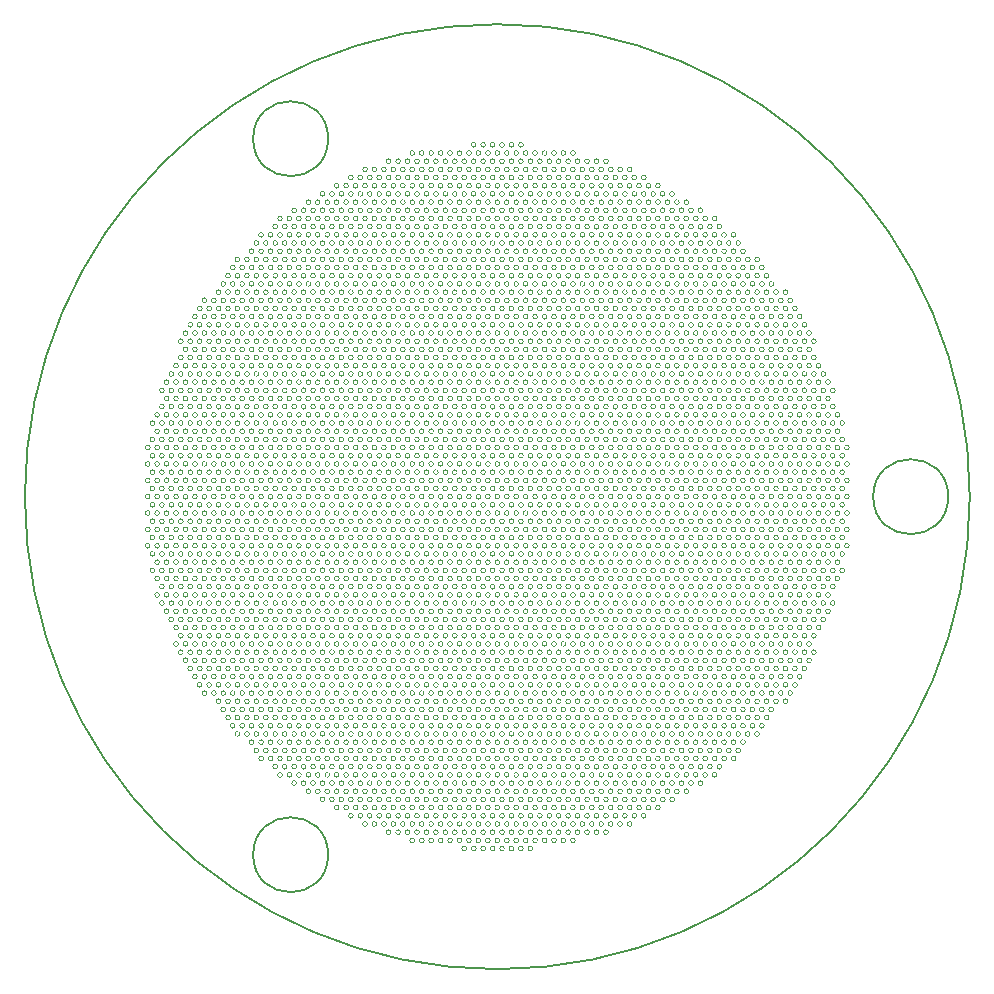
<source format=gbr>
%TF.GenerationSoftware,KiCad,Pcbnew,(7.0.0)*%
%TF.CreationDate,2023-03-03T14:38:34-06:00*%
%TF.ProjectId,GEMNoClear,47454d4e-6f43-46c6-9561-722e6b696361,rev?*%
%TF.SameCoordinates,Original*%
%TF.FileFunction,Profile,NP*%
%FSLAX46Y46*%
G04 Gerber Fmt 4.6, Leading zero omitted, Abs format (unit mm)*
G04 Created by KiCad (PCBNEW (7.0.0)) date 2023-03-03 14:38:34*
%MOMM*%
%LPD*%
G01*
G04 APERTURE LIST*
%TA.AperFunction,Profile*%
%ADD10C,0.200000*%
%TD*%
%TA.AperFunction,Profile*%
%ADD11C,0.001000*%
%TD*%
G04 APERTURE END LIST*
D10*
X112675000Y-131910889D02*
G75*
G03*
X112675000Y-131910889I-3175000J0D01*
G01*
X112675000Y-71289111D02*
G75*
G03*
X112675000Y-71289111I-3175000J0D01*
G01*
X167000000Y-101600000D02*
G75*
G03*
X167000000Y-101600000I-40000000J0D01*
G01*
X165175000Y-101600000D02*
G75*
G03*
X165175000Y-101600000I-3175000J0D01*
G01*
D11*
%TO.C,REF\u002A\u002A5670*%
X141200000Y-91208000D02*
G75*
G03*
X141200000Y-91208000I-200000J0D01*
G01*
%TO.C,REF\u002A\u002A5508*%
X140400000Y-95364800D02*
G75*
G03*
X140400000Y-95364800I-200000J0D01*
G01*
%TO.C,REF\u002A\u002A690*%
X142000000Y-113377600D02*
G75*
G03*
X142000000Y-113377600I-200000J0D01*
G01*
%TO.C,REF\u002A\u002A1854*%
X112800000Y-97443200D02*
G75*
G03*
X112800000Y-97443200I-200000J0D01*
G01*
%TO.C,REF\u002A\u002A4727*%
X124800000Y-96057600D02*
G75*
G03*
X124800000Y-96057600I-200000J0D01*
G01*
%TO.C,REF\u002A\u002A6114*%
X144000000Y-80816000D02*
G75*
G03*
X144000000Y-80816000I-200000J0D01*
G01*
%TO.C,REF\u002A\u002A4220*%
X131600000Y-120305600D02*
G75*
G03*
X131600000Y-120305600I-200000J0D01*
G01*
%TO.C,REF\u002A\u002A4337*%
X132800000Y-122384000D02*
G75*
G03*
X132800000Y-122384000I-200000J0D01*
G01*
%TO.C,REF\u002A\u002A3398*%
X125600000Y-105756800D02*
G75*
G03*
X125600000Y-105756800I-200000J0D01*
G01*
%TO.C,REF\u002A\u002A111*%
X152800000Y-102985600D02*
G75*
G03*
X152800000Y-102985600I-200000J0D01*
G01*
%TO.C,REF\u002A\u002A2537*%
X103600000Y-85665600D02*
G75*
G03*
X103600000Y-85665600I-200000J0D01*
G01*
%TO.C,REF\u002A\u002A3910*%
X126800000Y-114763200D02*
G75*
G03*
X126800000Y-114763200I-200000J0D01*
G01*
%TO.C,REF\u002A\u002A5004*%
X128800000Y-93286400D02*
G75*
G03*
X128800000Y-93286400I-200000J0D01*
G01*
%TO.C,REF\u002A\u002A2493*%
X107200000Y-86358400D02*
G75*
G03*
X107200000Y-86358400I-200000J0D01*
G01*
%TO.C,REF\u002A\u002A3882*%
X117600000Y-114070400D02*
G75*
G03*
X117600000Y-114070400I-200000J0D01*
G01*
%TO.C,REF\u002A\u002A3327*%
X119200000Y-104371200D02*
G75*
G03*
X119200000Y-104371200I-200000J0D01*
G01*
%TO.C,REF\u002A\u002A266*%
X150400000Y-105756800D02*
G75*
G03*
X150400000Y-105756800I-200000J0D01*
G01*
%TO.C,REF\u002A\u002A5307*%
X138800000Y-99521600D02*
G75*
G03*
X138800000Y-99521600I-200000J0D01*
G01*
%TO.C,REF\u002A\u002A4952*%
X116800000Y-75273600D02*
G75*
G03*
X116800000Y-75273600I-200000J0D01*
G01*
%TO.C,REF\u002A\u002A4352*%
X120800000Y-122384000D02*
G75*
G03*
X120800000Y-122384000I-200000J0D01*
G01*
%TO.C,REF\u002A\u002A482*%
X133600000Y-109913600D02*
G75*
G03*
X133600000Y-109913600I-200000J0D01*
G01*
%TO.C,REF\u002A\u002A4427*%
X124000000Y-123769600D02*
G75*
G03*
X124000000Y-123769600I-200000J0D01*
G01*
%TO.C,REF\u002A\u002A3271*%
X100800000Y-102985600D02*
G75*
G03*
X100800000Y-102985600I-200000J0D01*
G01*
%TO.C,REF\u002A\u002A5944*%
X146400000Y-90515200D02*
G75*
G03*
X146400000Y-90515200I-200000J0D01*
G01*
%TO.C,REF\u002A\u002A6103*%
X148400000Y-88436800D02*
G75*
G03*
X148400000Y-88436800I-200000J0D01*
G01*
%TO.C,REF\u002A\u002A4055*%
X105600000Y-116841600D02*
G75*
G03*
X105600000Y-116841600I-200000J0D01*
G01*
%TO.C,REF\u002A\u002A3548*%
X100400000Y-107835200D02*
G75*
G03*
X100400000Y-107835200I-200000J0D01*
G01*
%TO.C,REF\u002A\u002A1904*%
X104400000Y-96750400D02*
G75*
G03*
X104400000Y-96750400I-200000J0D01*
G01*
%TO.C,REF\u002A\u002A6135*%
X152000000Y-93286400D02*
G75*
G03*
X152000000Y-93286400I-200000J0D01*
G01*
%TO.C,REF\u002A\u002A5485*%
X133200000Y-84280000D02*
G75*
G03*
X133200000Y-84280000I-200000J0D01*
G01*
%TO.C,REF\u002A\u002A3932*%
X109200000Y-114763200D02*
G75*
G03*
X109200000Y-114763200I-200000J0D01*
G01*
%TO.C,REF\u002A\u002A5651*%
X132400000Y-77352000D02*
G75*
G03*
X132400000Y-77352000I-200000J0D01*
G01*
%TO.C,REF\u002A\u002A4978*%
X122800000Y-84280000D02*
G75*
G03*
X122800000Y-84280000I-200000J0D01*
G01*
%TO.C,REF\u002A\u002A1908*%
X101200000Y-96750400D02*
G75*
G03*
X101200000Y-96750400I-200000J0D01*
G01*
%TO.C,REF\u002A\u002A5901*%
X147200000Y-93286400D02*
G75*
G03*
X147200000Y-93286400I-200000J0D01*
G01*
%TO.C,REF\u002A\u002A1847*%
X118400000Y-97443200D02*
G75*
G03*
X118400000Y-97443200I-200000J0D01*
G01*
%TO.C,REF\u002A\u002A1911*%
X98800000Y-96750400D02*
G75*
G03*
X98800000Y-96750400I-200000J0D01*
G01*
%TO.C,REF\u002A\u002A4170*%
X108400000Y-118920000D02*
G75*
G03*
X108400000Y-118920000I-200000J0D01*
G01*
%TO.C,REF\u002A\u002A320*%
X130400000Y-107142400D02*
G75*
G03*
X130400000Y-107142400I-200000J0D01*
G01*
%TO.C,REF\u002A\u002A6107*%
X146800000Y-85665600D02*
G75*
G03*
X146800000Y-85665600I-200000J0D01*
G01*
%TO.C,REF\u002A\u002A4658*%
X128800000Y-127926400D02*
G75*
G03*
X128800000Y-127926400I-200000J0D01*
G01*
%TO.C,REF\u002A\u002A4375*%
X134000000Y-123076800D02*
G75*
G03*
X134000000Y-123076800I-200000J0D01*
G01*
%TO.C,REF\u002A\u002A6030*%
X144800000Y-84972800D02*
G75*
G03*
X144800000Y-84972800I-200000J0D01*
G01*
%TO.C,REF\u002A\u002A3717*%
X123200000Y-111299200D02*
G75*
G03*
X123200000Y-111299200I-200000J0D01*
G01*
%TO.C,REF\u002A\u002A5325*%
X131600000Y-87051200D02*
G75*
G03*
X131600000Y-87051200I-200000J0D01*
G01*
%TO.C,REF\u002A\u002A5209*%
X128800000Y-86358400D02*
G75*
G03*
X128800000Y-86358400I-200000J0D01*
G01*
%TO.C,REF\u002A\u002A1013*%
X147600000Y-118920000D02*
G75*
G03*
X147600000Y-118920000I-200000J0D01*
G01*
%TO.C,REF\u002A\u002A5122*%
X130800000Y-92593600D02*
G75*
G03*
X130800000Y-92593600I-200000J0D01*
G01*
%TO.C,REF\u002A\u002A5720*%
X137600000Y-83587200D02*
G75*
G03*
X137600000Y-83587200I-200000J0D01*
G01*
%TO.C,REF\u002A\u002A4874*%
X115200000Y-75273600D02*
G75*
G03*
X115200000Y-75273600I-200000J0D01*
G01*
%TO.C,REF\u002A\u002A6109*%
X146000000Y-84280000D02*
G75*
G03*
X146000000Y-84280000I-200000J0D01*
G01*
%TO.C,REF\u002A\u002A4571*%
X135200000Y-126540800D02*
G75*
G03*
X135200000Y-126540800I-200000J0D01*
G01*
%TO.C,REF\u002A\u002A5298*%
X126000000Y-78737600D02*
G75*
G03*
X126000000Y-78737600I-200000J0D01*
G01*
%TO.C,REF\u002A\u002A379*%
X146000000Y-107835200D02*
G75*
G03*
X146000000Y-107835200I-200000J0D01*
G01*
%TO.C,REF\u002A\u002A3210*%
X118000000Y-102292800D02*
G75*
G03*
X118000000Y-102292800I-200000J0D01*
G01*
%TO.C,REF\u002A\u002A3897*%
X105600000Y-114070400D02*
G75*
G03*
X105600000Y-114070400I-200000J0D01*
G01*
%TO.C,REF\u002A\u002A2445*%
X114000000Y-87051200D02*
G75*
G03*
X114000000Y-87051200I-200000J0D01*
G01*
%TO.C,REF\u002A\u002A5664*%
X143600000Y-95364800D02*
G75*
G03*
X143600000Y-95364800I-200000J0D01*
G01*
%TO.C,REF\u002A\u002A3794*%
X124800000Y-112684800D02*
G75*
G03*
X124800000Y-112684800I-200000J0D01*
G01*
%TO.C,REF\u002A\u002A5605*%
X134400000Y-82201600D02*
G75*
G03*
X134400000Y-82201600I-200000J0D01*
G01*
%TO.C,REF\u002A\u002A3857*%
X106000000Y-113377600D02*
G75*
G03*
X106000000Y-113377600I-200000J0D01*
G01*
%TO.C,REF\u002A\u002A7042*%
X99200000Y-109913600D02*
G75*
G03*
X99200000Y-109913600I-200000J0D01*
G01*
%TO.C,REF\u002A\u002A185*%
X148800000Y-104371200D02*
G75*
G03*
X148800000Y-104371200I-200000J0D01*
G01*
%TO.C,REF\u002A\u002A3629*%
X130400000Y-109913600D02*
G75*
G03*
X130400000Y-109913600I-200000J0D01*
G01*
%TO.C,REF\u002A\u002A5087*%
X128400000Y-89822400D02*
G75*
G03*
X128400000Y-89822400I-200000J0D01*
G01*
%TO.C,REF\u002A\u002A3683*%
X118800000Y-110606400D02*
G75*
G03*
X118800000Y-110606400I-200000J0D01*
G01*
%TO.C,REF\u002A\u002A3639*%
X122400000Y-109913600D02*
G75*
G03*
X122400000Y-109913600I-200000J0D01*
G01*
%TO.C,REF\u002A\u002A384*%
X150000000Y-107835200D02*
G75*
G03*
X150000000Y-107835200I-200000J0D01*
G01*
%TO.C,REF\u002A\u002A5999*%
X140800000Y-79430400D02*
G75*
G03*
X140800000Y-79430400I-200000J0D01*
G01*
%TO.C,REF\u002A\u002A4878*%
X130000000Y-99521600D02*
G75*
G03*
X130000000Y-99521600I-200000J0D01*
G01*
%TO.C,REF\u002A\u002A2373*%
X108400000Y-88436800D02*
G75*
G03*
X108400000Y-88436800I-200000J0D01*
G01*
%TO.C,REF\u002A\u002A3390*%
X100400000Y-105064000D02*
G75*
G03*
X100400000Y-105064000I-200000J0D01*
G01*
%TO.C,REF\u002A\u002A3900*%
X103200000Y-114070400D02*
G75*
G03*
X103200000Y-114070400I-200000J0D01*
G01*
%TO.C,REF\u002A\u002A3489*%
X116000000Y-107142400D02*
G75*
G03*
X116000000Y-107142400I-200000J0D01*
G01*
%TO.C,REF\u002A\u002A6885*%
X118000000Y-130004800D02*
G75*
G03*
X118000000Y-130004800I-200000J0D01*
G01*
%TO.C,REF\u002A\u002A3814*%
X108800000Y-112684800D02*
G75*
G03*
X108800000Y-112684800I-200000J0D01*
G01*
%TO.C,REF\u002A\u002A2880*%
X113600000Y-79430400D02*
G75*
G03*
X113600000Y-79430400I-200000J0D01*
G01*
%TO.C,REF\u002A\u002A4957*%
X131200000Y-98828800D02*
G75*
G03*
X131200000Y-98828800I-200000J0D01*
G01*
%TO.C,REF\u002A\u002A2265*%
X100000000Y-90515200D02*
G75*
G03*
X100000000Y-90515200I-200000J0D01*
G01*
%TO.C,REF\u002A\u002A190*%
X152800000Y-104371200D02*
G75*
G03*
X152800000Y-104371200I-200000J0D01*
G01*
%TO.C,REF\u002A\u002A4932*%
X124800000Y-89129600D02*
G75*
G03*
X124800000Y-89129600I-200000J0D01*
G01*
%TO.C,REF\u002A\u002A5815*%
X148800000Y-98828800D02*
G75*
G03*
X148800000Y-98828800I-200000J0D01*
G01*
%TO.C,REF\u002A\u002A5286*%
X130800000Y-87051200D02*
G75*
G03*
X130800000Y-87051200I-200000J0D01*
G01*
%TO.C,REF\u002A\u002A4915*%
X131600000Y-100907200D02*
G75*
G03*
X131600000Y-100907200I-200000J0D01*
G01*
%TO.C,REF\u002A\u002A152*%
X154000000Y-103678400D02*
G75*
G03*
X154000000Y-103678400I-200000J0D01*
G01*
%TO.C,REF\u002A\u002A5907*%
X144800000Y-89129600D02*
G75*
G03*
X144800000Y-89129600I-200000J0D01*
G01*
%TO.C,REF\u002A\u002A4546*%
X123600000Y-125848000D02*
G75*
G03*
X123600000Y-125848000I-200000J0D01*
G01*
%TO.C,REF\u002A\u002A6024*%
X147200000Y-89129600D02*
G75*
G03*
X147200000Y-89129600I-200000J0D01*
G01*
%TO.C,REF\u002A\u002A5894*%
X150000000Y-98136000D02*
G75*
G03*
X150000000Y-98136000I-200000J0D01*
G01*
%TO.C,REF\u002A\u002A5267*%
X138400000Y-100214400D02*
G75*
G03*
X138400000Y-100214400I-200000J0D01*
G01*
%TO.C,REF\u002A\u002A6067*%
X146400000Y-86358400D02*
G75*
G03*
X146400000Y-86358400I-200000J0D01*
G01*
%TO.C,REF\u002A\u002A6846*%
X120800000Y-129312000D02*
G75*
G03*
X120800000Y-129312000I-200000J0D01*
G01*
%TO.C,REF\u002A\u002A5218*%
X125200000Y-80123200D02*
G75*
G03*
X125200000Y-80123200I-200000J0D01*
G01*
%TO.C,REF\u002A\u002A3470*%
X99600000Y-106449600D02*
G75*
G03*
X99600000Y-106449600I-200000J0D01*
G01*
%TO.C,REF\u002A\u002A4107*%
X127200000Y-118227200D02*
G75*
G03*
X127200000Y-118227200I-200000J0D01*
G01*
%TO.C,REF\u002A\u002A582*%
X150400000Y-111299200D02*
G75*
G03*
X150400000Y-111299200I-200000J0D01*
G01*
%TO.C,REF\u002A\u002A4429*%
X122400000Y-123769600D02*
G75*
G03*
X122400000Y-123769600I-200000J0D01*
G01*
%TO.C,REF\u002A\u002A1886*%
X118800000Y-96750400D02*
G75*
G03*
X118800000Y-96750400I-200000J0D01*
G01*
%TO.C,REF\u002A\u002A1857*%
X110400000Y-97443200D02*
G75*
G03*
X110400000Y-97443200I-200000J0D01*
G01*
%TO.C,REF\u002A\u002A4090*%
X109200000Y-117534400D02*
G75*
G03*
X109200000Y-117534400I-200000J0D01*
G01*
%TO.C,REF\u002A\u002A304*%
X149200000Y-106449600D02*
G75*
G03*
X149200000Y-106449600I-200000J0D01*
G01*
%TO.C,REF\u002A\u002A2999*%
X113200000Y-77352000D02*
G75*
G03*
X113200000Y-77352000I-200000J0D01*
G01*
%TO.C,REF\u002A\u002A2799*%
X115200000Y-80816000D02*
G75*
G03*
X115200000Y-80816000I-200000J0D01*
G01*
%TO.C,REF\u002A\u002A4331*%
X137600000Y-122384000D02*
G75*
G03*
X137600000Y-122384000I-200000J0D01*
G01*
%TO.C,REF\u002A\u002A4368*%
X108000000Y-122384000D02*
G75*
G03*
X108000000Y-122384000I-200000J0D01*
G01*
%TO.C,REF\u002A\u002A1053*%
X148000000Y-119612800D02*
G75*
G03*
X148000000Y-119612800I-200000J0D01*
G01*
%TO.C,REF\u002A\u002A1699*%
X110400000Y-100214400D02*
G75*
G03*
X110400000Y-100214400I-200000J0D01*
G01*
%TO.C,REF\u002A\u002A4419*%
X130400000Y-123769600D02*
G75*
G03*
X130400000Y-123769600I-200000J0D01*
G01*
%TO.C,REF\u002A\u002A2303*%
X101200000Y-89822400D02*
G75*
G03*
X101200000Y-89822400I-200000J0D01*
G01*
%TO.C,REF\u002A\u002A5807*%
X135600000Y-77352000D02*
G75*
G03*
X135600000Y-77352000I-200000J0D01*
G01*
%TO.C,REF\u002A\u002A488*%
X138400000Y-109913600D02*
G75*
G03*
X138400000Y-109913600I-200000J0D01*
G01*
%TO.C,REF\u002A\u002A6173*%
X153200000Y-93979200D02*
G75*
G03*
X153200000Y-93979200I-200000J0D01*
G01*
%TO.C,REF\u002A\u002A4432*%
X120000000Y-123769600D02*
G75*
G03*
X120000000Y-123769600I-200000J0D01*
G01*
%TO.C,REF\u002A\u002A6641*%
X120800000Y-73888000D02*
G75*
G03*
X120800000Y-73888000I-200000J0D01*
G01*
%TO.C,REF\u002A\u002A3419*%
X108800000Y-105756800D02*
G75*
G03*
X108800000Y-105756800I-200000J0D01*
G01*
%TO.C,REF\u002A\u002A4152*%
X122800000Y-118920000D02*
G75*
G03*
X122800000Y-118920000I-200000J0D01*
G01*
%TO.C,REF\u002A\u002A1640*%
X126000000Y-100907200D02*
G75*
G03*
X126000000Y-100907200I-200000J0D01*
G01*
%TO.C,REF\u002A\u002A5917*%
X140800000Y-82201600D02*
G75*
G03*
X140800000Y-82201600I-200000J0D01*
G01*
%TO.C,REF\u002A\u002A5398*%
X135200000Y-90515200D02*
G75*
G03*
X135200000Y-90515200I-200000J0D01*
G01*
%TO.C,REF\u002A\u002A2108*%
X99200000Y-93286400D02*
G75*
G03*
X99200000Y-93286400I-200000J0D01*
G01*
%TO.C,REF\u002A\u002A4668*%
X120800000Y-127926400D02*
G75*
G03*
X120800000Y-127926400I-200000J0D01*
G01*
%TO.C,REF\u002A\u002A3713*%
X126400000Y-111299200D02*
G75*
G03*
X126400000Y-111299200I-200000J0D01*
G01*
%TO.C,REF\u002A\u002A3860*%
X103600000Y-113377600D02*
G75*
G03*
X103600000Y-113377600I-200000J0D01*
G01*
%TO.C,REF\u002A\u002A1134*%
X149600000Y-120998400D02*
G75*
G03*
X149600000Y-120998400I-200000J0D01*
G01*
%TO.C,REF\u002A\u002A2563*%
X114400000Y-84972800D02*
G75*
G03*
X114400000Y-84972800I-200000J0D01*
G01*
%TO.C,REF\u002A\u002A2019*%
X107200000Y-94672000D02*
G75*
G03*
X107200000Y-94672000I-200000J0D01*
G01*
%TO.C,REF\u002A\u002A5619*%
X145200000Y-99521600D02*
G75*
G03*
X145200000Y-99521600I-200000J0D01*
G01*
%TO.C,REF\u002A\u002A293*%
X140400000Y-106449600D02*
G75*
G03*
X140400000Y-106449600I-200000J0D01*
G01*
%TO.C,REF\u002A\u002A6246*%
X156800000Y-97443200D02*
G75*
G03*
X156800000Y-97443200I-200000J0D01*
G01*
%TO.C,REF\u002A\u002A6849*%
X118400000Y-129312000D02*
G75*
G03*
X118400000Y-129312000I-200000J0D01*
G01*
%TO.C,REF\u002A\u002A5292*%
X128400000Y-82894400D02*
G75*
G03*
X128400000Y-82894400I-200000J0D01*
G01*
%TO.C,REF\u002A\u002A6121*%
X141200000Y-75966400D02*
G75*
G03*
X141200000Y-75966400I-200000J0D01*
G01*
%TO.C,REF\u002A\u002A4518*%
X114400000Y-125155200D02*
G75*
G03*
X114400000Y-125155200I-200000J0D01*
G01*
%TO.C,REF\u002A\u002A3355*%
X128400000Y-105064000D02*
G75*
G03*
X128400000Y-105064000I-200000J0D01*
G01*
%TO.C,REF\u002A\u002A3964*%
X115200000Y-115456000D02*
G75*
G03*
X115200000Y-115456000I-200000J0D01*
G01*
%TO.C,REF\u002A\u002A441*%
X132400000Y-109220800D02*
G75*
G03*
X132400000Y-109220800I-200000J0D01*
G01*
%TO.C,REF\u002A\u002A3770*%
X112400000Y-111992000D02*
G75*
G03*
X112400000Y-111992000I-200000J0D01*
G01*
%TO.C,REF\u002A\u002A1764*%
X121600000Y-98828800D02*
G75*
G03*
X121600000Y-98828800I-200000J0D01*
G01*
%TO.C,REF\u002A\u002A4057*%
X135600000Y-117534400D02*
G75*
G03*
X135600000Y-117534400I-200000J0D01*
G01*
%TO.C,REF\u002A\u002A4729*%
X124000000Y-94672000D02*
G75*
G03*
X124000000Y-94672000I-200000J0D01*
G01*
%TO.C,REF\u002A\u002A4732*%
X122800000Y-92593600D02*
G75*
G03*
X122800000Y-92593600I-200000J0D01*
G01*
%TO.C,REF\u002A\u002A3406*%
X119200000Y-105756800D02*
G75*
G03*
X119200000Y-105756800I-200000J0D01*
G01*
%TO.C,REF\u002A\u002A3968*%
X112000000Y-115456000D02*
G75*
G03*
X112000000Y-115456000I-200000J0D01*
G01*
%TO.C,REF\u002A\u002A1092*%
X147600000Y-120305600D02*
G75*
G03*
X147600000Y-120305600I-200000J0D01*
G01*
%TO.C,REF\u002A\u002A1770*%
X116800000Y-98828800D02*
G75*
G03*
X116800000Y-98828800I-200000J0D01*
G01*
%TO.C,REF\u002A\u002A2142*%
X103600000Y-92593600D02*
G75*
G03*
X103600000Y-92593600I-200000J0D01*
G01*
%TO.C,REF\u002A\u002A4004*%
X114800000Y-116148800D02*
G75*
G03*
X114800000Y-116148800I-200000J0D01*
G01*
%TO.C,REF\u002A\u002A5974*%
X150800000Y-96750400D02*
G75*
G03*
X150800000Y-96750400I-200000J0D01*
G01*
%TO.C,REF\u002A\u002A5484*%
X133600000Y-84972800D02*
G75*
G03*
X133600000Y-84972800I-200000J0D01*
G01*
%TO.C,REF\u002A\u002A1641*%
X125200000Y-100907200D02*
G75*
G03*
X125200000Y-100907200I-200000J0D01*
G01*
%TO.C,REF\u002A\u002A2212*%
X110800000Y-91208000D02*
G75*
G03*
X110800000Y-91208000I-200000J0D01*
G01*
%TO.C,REF\u002A\u002A5687*%
X134400000Y-79430400D02*
G75*
G03*
X134400000Y-79430400I-200000J0D01*
G01*
%TO.C,REF\u002A\u002A5984*%
X146800000Y-89822400D02*
G75*
G03*
X146800000Y-89822400I-200000J0D01*
G01*
%TO.C,REF\u002A\u002A5915*%
X141600000Y-83587200D02*
G75*
G03*
X141600000Y-83587200I-200000J0D01*
G01*
%TO.C,REF\u002A\u002A1701*%
X108800000Y-100214400D02*
G75*
G03*
X108800000Y-100214400I-200000J0D01*
G01*
%TO.C,REF\u002A\u002A5279*%
X133600000Y-91900800D02*
G75*
G03*
X133600000Y-91900800I-200000J0D01*
G01*
%TO.C,REF\u002A\u002A4011*%
X109200000Y-116148800D02*
G75*
G03*
X109200000Y-116148800I-200000J0D01*
G01*
%TO.C,REF\u002A\u002A3699*%
X106000000Y-110606400D02*
G75*
G03*
X106000000Y-110606400I-200000J0D01*
G01*
%TO.C,REF\u002A\u002A4349*%
X123200000Y-122384000D02*
G75*
G03*
X123200000Y-122384000I-200000J0D01*
G01*
%TO.C,REF\u002A\u002A1972*%
X113200000Y-95364800D02*
G75*
G03*
X113200000Y-95364800I-200000J0D01*
G01*
%TO.C,REF\u002A\u002A5174*%
X126400000Y-83587200D02*
G75*
G03*
X126400000Y-83587200I-200000J0D01*
G01*
%TO.C,REF\u002A\u002A179*%
X144000000Y-104371200D02*
G75*
G03*
X144000000Y-104371200I-200000J0D01*
G01*
%TO.C,REF\u002A\u002A3837*%
X122000000Y-113377600D02*
G75*
G03*
X122000000Y-113377600I-200000J0D01*
G01*
%TO.C,REF\u002A\u002A4179*%
X132800000Y-119612800D02*
G75*
G03*
X132800000Y-119612800I-200000J0D01*
G01*
%TO.C,REF\u002A\u002A3324*%
X121600000Y-104371200D02*
G75*
G03*
X121600000Y-104371200I-200000J0D01*
G01*
%TO.C,REF\u002A\u002A3293*%
X114800000Y-103678400D02*
G75*
G03*
X114800000Y-103678400I-200000J0D01*
G01*
%TO.C,REF\u002A\u002A468*%
X154000000Y-109220800D02*
G75*
G03*
X154000000Y-109220800I-200000J0D01*
G01*
%TO.C,REF\u002A\u002A4031*%
X124800000Y-116841600D02*
G75*
G03*
X124800000Y-116841600I-200000J0D01*
G01*
%TO.C,REF\u002A\u002A5704*%
X144000000Y-94672000D02*
G75*
G03*
X144000000Y-94672000I-200000J0D01*
G01*
%TO.C,REF\u002A\u002A6291*%
X155200000Y-93286400D02*
G75*
G03*
X155200000Y-93286400I-200000J0D01*
G01*
%TO.C,REF\u002A\u002A3680*%
X121200000Y-110606400D02*
G75*
G03*
X121200000Y-110606400I-200000J0D01*
G01*
%TO.C,REF\u002A\u002A4508*%
X122400000Y-125155200D02*
G75*
G03*
X122400000Y-125155200I-200000J0D01*
G01*
%TO.C,REF\u002A\u002A3336*%
X112000000Y-104371200D02*
G75*
G03*
X112000000Y-104371200I-200000J0D01*
G01*
%TO.C,REF\u002A\u002A5887*%
X136400000Y-75966400D02*
G75*
G03*
X136400000Y-75966400I-200000J0D01*
G01*
%TO.C,REF\u002A\u002A1760*%
X124800000Y-98828800D02*
G75*
G03*
X124800000Y-98828800I-200000J0D01*
G01*
%TO.C,REF\u002A\u002A1363*%
X143200000Y-125155200D02*
G75*
G03*
X143200000Y-125155200I-200000J0D01*
G01*
%TO.C,REF\u002A\u002A3416*%
X111200000Y-105756800D02*
G75*
G03*
X111200000Y-105756800I-200000J0D01*
G01*
%TO.C,REF\u002A\u002A1853*%
X113600000Y-97443200D02*
G75*
G03*
X113600000Y-97443200I-200000J0D01*
G01*
%TO.C,REF\u002A\u002A3849*%
X112400000Y-113377600D02*
G75*
G03*
X112400000Y-113377600I-200000J0D01*
G01*
%TO.C,REF\u002A\u002A388*%
X153200000Y-107835200D02*
G75*
G03*
X153200000Y-107835200I-200000J0D01*
G01*
%TO.C,REF\u002A\u002A106*%
X148800000Y-102985600D02*
G75*
G03*
X148800000Y-102985600I-200000J0D01*
G01*
%TO.C,REF\u002A\u002A5986*%
X146000000Y-88436800D02*
G75*
G03*
X146000000Y-88436800I-200000J0D01*
G01*
%TO.C,REF\u002A\u002A4069*%
X126000000Y-117534400D02*
G75*
G03*
X126000000Y-117534400I-200000J0D01*
G01*
%TO.C,REF\u002A\u002A5698*%
X146400000Y-98828800D02*
G75*
G03*
X146400000Y-98828800I-200000J0D01*
G01*
%TO.C,REF\u002A\u002A5071*%
X134800000Y-100907200D02*
G75*
G03*
X134800000Y-100907200I-200000J0D01*
G01*
%TO.C,REF\u002A\u002A4033*%
X123200000Y-116841600D02*
G75*
G03*
X123200000Y-116841600I-200000J0D01*
G01*
%TO.C,REF\u002A\u002A764*%
X138000000Y-114763200D02*
G75*
G03*
X138000000Y-114763200I-200000J0D01*
G01*
%TO.C,REF\u002A\u002A440*%
X131600000Y-109220800D02*
G75*
G03*
X131600000Y-109220800I-200000J0D01*
G01*
%TO.C,REF\u002A\u002A362*%
X132400000Y-107835200D02*
G75*
G03*
X132400000Y-107835200I-200000J0D01*
G01*
%TO.C,REF\u002A\u002A2685*%
X111600000Y-82894400D02*
G75*
G03*
X111600000Y-82894400I-200000J0D01*
G01*
%TO.C,REF\u002A\u002A1326*%
X145200000Y-124462400D02*
G75*
G03*
X145200000Y-124462400I-200000J0D01*
G01*
%TO.C,REF\u002A\u002A1127*%
X144000000Y-120998400D02*
G75*
G03*
X144000000Y-120998400I-200000J0D01*
G01*
%TO.C,REF\u002A\u002A3522*%
X121200000Y-107835200D02*
G75*
G03*
X121200000Y-107835200I-200000J0D01*
G01*
%TO.C,REF\u002A\u002A2923*%
X110800000Y-78737600D02*
G75*
G03*
X110800000Y-78737600I-200000J0D01*
G01*
%TO.C,REF\u002A\u002A6176*%
X152000000Y-91900800D02*
G75*
G03*
X152000000Y-91900800I-200000J0D01*
G01*
%TO.C,REF\u002A\u002A5846*%
X136400000Y-77352000D02*
G75*
G03*
X136400000Y-77352000I-200000J0D01*
G01*
%TO.C,REF\u002A\u002A4408*%
X139200000Y-123769600D02*
G75*
G03*
X139200000Y-123769600I-200000J0D01*
G01*
%TO.C,REF\u002A\u002A566*%
X137600000Y-111299200D02*
G75*
G03*
X137600000Y-111299200I-200000J0D01*
G01*
%TO.C,REF\u002A\u002A3567*%
X116800000Y-108528000D02*
G75*
G03*
X116800000Y-108528000I-200000J0D01*
G01*
%TO.C,REF\u002A\u002A466*%
X152400000Y-109220800D02*
G75*
G03*
X152400000Y-109220800I-200000J0D01*
G01*
%TO.C,REF\u002A\u002A6104*%
X148000000Y-87744000D02*
G75*
G03*
X148000000Y-87744000I-200000J0D01*
G01*
%TO.C,REF\u002A\u002A3663*%
X103200000Y-109913600D02*
G75*
G03*
X103200000Y-109913600I-200000J0D01*
G01*
%TO.C,REF\u002A\u002A4856*%
X122400000Y-87744000D02*
G75*
G03*
X122400000Y-87744000I-200000J0D01*
G01*
%TO.C,REF\u002A\u002A124*%
X131600000Y-103678400D02*
G75*
G03*
X131600000Y-103678400I-200000J0D01*
G01*
%TO.C,REF\u002A\u002A5728*%
X134400000Y-78044800D02*
G75*
G03*
X134400000Y-78044800I-200000J0D01*
G01*
%TO.C,REF\u002A\u002A567*%
X138400000Y-111299200D02*
G75*
G03*
X138400000Y-111299200I-200000J0D01*
G01*
%TO.C,REF\u002A\u002A3241*%
X124800000Y-102985600D02*
G75*
G03*
X124800000Y-102985600I-200000J0D01*
G01*
%TO.C,REF\u002A\u002A3243*%
X123200000Y-102985600D02*
G75*
G03*
X123200000Y-102985600I-200000J0D01*
G01*
%TO.C,REF\u002A\u002A1813*%
X114000000Y-98136000D02*
G75*
G03*
X114000000Y-98136000I-200000J0D01*
G01*
%TO.C,REF\u002A\u002A4306*%
X126000000Y-121691200D02*
G75*
G03*
X126000000Y-121691200I-200000J0D01*
G01*
%TO.C,REF\u002A\u002A5095*%
X125200000Y-84280000D02*
G75*
G03*
X125200000Y-84280000I-200000J0D01*
G01*
%TO.C,REF\u002A\u002A4459*%
X130000000Y-124462400D02*
G75*
G03*
X130000000Y-124462400I-200000J0D01*
G01*
%TO.C,REF\u002A\u002A5073*%
X134000000Y-99521600D02*
G75*
G03*
X134000000Y-99521600I-200000J0D01*
G01*
%TO.C,REF\u002A\u002A1927*%
X117600000Y-96057600D02*
G75*
G03*
X117600000Y-96057600I-200000J0D01*
G01*
%TO.C,REF\u002A\u002A3707*%
X131200000Y-111299200D02*
G75*
G03*
X131200000Y-111299200I-200000J0D01*
G01*
%TO.C,REF\u002A\u002A3428*%
X101600000Y-105756800D02*
G75*
G03*
X101600000Y-105756800I-200000J0D01*
G01*
%TO.C,REF\u002A\u002A2727*%
X109600000Y-82201600D02*
G75*
G03*
X109600000Y-82201600I-200000J0D01*
G01*
%TO.C,REF\u002A\u002A1016*%
X150000000Y-118920000D02*
G75*
G03*
X150000000Y-118920000I-200000J0D01*
G01*
%TO.C,REF\u002A\u002A5949*%
X144400000Y-87051200D02*
G75*
G03*
X144400000Y-87051200I-200000J0D01*
G01*
%TO.C,REF\u002A\u002A5487*%
X132400000Y-82894400D02*
G75*
G03*
X132400000Y-82894400I-200000J0D01*
G01*
%TO.C,REF\u002A\u002A2095*%
X109600000Y-93286400D02*
G75*
G03*
X109600000Y-93286400I-200000J0D01*
G01*
%TO.C,REF\u002A\u002A2732*%
X105600000Y-82201600D02*
G75*
G03*
X105600000Y-82201600I-200000J0D01*
G01*
%TO.C,REF\u002A\u002A2479*%
X118400000Y-86358400D02*
G75*
G03*
X118400000Y-86358400I-200000J0D01*
G01*
%TO.C,REF\u002A\u002A89*%
X135200000Y-102985600D02*
G75*
G03*
X135200000Y-102985600I-200000J0D01*
G01*
%TO.C,REF\u002A\u002A15*%
X139200000Y-101600000D02*
G75*
G03*
X139200000Y-101600000I-200000J0D01*
G01*
%TO.C,REF\u002A\u002A5580*%
X144400000Y-99521600D02*
G75*
G03*
X144400000Y-99521600I-200000J0D01*
G01*
%TO.C,REF\u002A\u002A1669*%
X102800000Y-100907200D02*
G75*
G03*
X102800000Y-100907200I-200000J0D01*
G01*
%TO.C,REF\u002A\u002A2096*%
X108800000Y-93286400D02*
G75*
G03*
X108800000Y-93286400I-200000J0D01*
G01*
%TO.C,REF\u002A\u002A4392*%
X120400000Y-123076800D02*
G75*
G03*
X120400000Y-123076800I-200000J0D01*
G01*
%TO.C,REF\u002A\u002A4217*%
X134000000Y-120305600D02*
G75*
G03*
X134000000Y-120305600I-200000J0D01*
G01*
%TO.C,REF\u002A\u002A5480*%
X135200000Y-87744000D02*
G75*
G03*
X135200000Y-87744000I-200000J0D01*
G01*
%TO.C,REF\u002A\u002A3554*%
X127200000Y-108528000D02*
G75*
G03*
X127200000Y-108528000I-200000J0D01*
G01*
%TO.C,REF\u002A\u002A5839*%
X139200000Y-82201600D02*
G75*
G03*
X139200000Y-82201600I-200000J0D01*
G01*
%TO.C,REF\u002A\u002A3977*%
X104800000Y-115456000D02*
G75*
G03*
X104800000Y-115456000I-200000J0D01*
G01*
%TO.C,REF\u002A\u002A4190*%
X124000000Y-119612800D02*
G75*
G03*
X124000000Y-119612800I-200000J0D01*
G01*
%TO.C,REF\u002A\u002A6762*%
X125200000Y-71809600D02*
G75*
G03*
X125200000Y-71809600I-200000J0D01*
G01*
%TO.C,REF\u002A\u002A4607*%
X138000000Y-127233600D02*
G75*
G03*
X138000000Y-127233600I-200000J0D01*
G01*
%TO.C,REF\u002A\u002A3331*%
X116000000Y-104371200D02*
G75*
G03*
X116000000Y-104371200I-200000J0D01*
G01*
%TO.C,REF\u002A\u002A4936*%
X123200000Y-86358400D02*
G75*
G03*
X123200000Y-86358400I-200000J0D01*
G01*
%TO.C,REF\u002A\u002A326*%
X135200000Y-107142400D02*
G75*
G03*
X135200000Y-107142400I-200000J0D01*
G01*
%TO.C,REF\u002A\u002A5742*%
X145200000Y-95364800D02*
G75*
G03*
X145200000Y-95364800I-200000J0D01*
G01*
%TO.C,REF\u002A\u002A2055*%
X110000000Y-93979200D02*
G75*
G03*
X110000000Y-93979200I-200000J0D01*
G01*
%TO.C,REF\u002A\u002A4410*%
X137600000Y-123769600D02*
G75*
G03*
X137600000Y-123769600I-200000J0D01*
G01*
%TO.C,REF\u002A\u002A5262*%
X124000000Y-76659200D02*
G75*
G03*
X124000000Y-76659200I-200000J0D01*
G01*
%TO.C,REF\u002A\u002A5266*%
X138800000Y-100907200D02*
G75*
G03*
X138800000Y-100907200I-200000J0D01*
G01*
%TO.C,REF\u002A\u002A730*%
X142400000Y-114070400D02*
G75*
G03*
X142400000Y-114070400I-200000J0D01*
G01*
%TO.C,REF\u002A\u002A431*%
X156000000Y-108528000D02*
G75*
G03*
X156000000Y-108528000I-200000J0D01*
G01*
%TO.C,REF\u002A\u002A5766*%
X135600000Y-78737600D02*
G75*
G03*
X135600000Y-78737600I-200000J0D01*
G01*
%TO.C,REF\u002A\u002A3568*%
X116000000Y-108528000D02*
G75*
G03*
X116000000Y-108528000I-200000J0D01*
G01*
%TO.C,REF\u002A\u002A7015*%
X103600000Y-116148800D02*
G75*
G03*
X103600000Y-116148800I-200000J0D01*
G01*
%TO.C,REF\u002A\u002A5385*%
X140400000Y-99521600D02*
G75*
G03*
X140400000Y-99521600I-200000J0D01*
G01*
%TO.C,REF\u002A\u002A1161*%
X139600000Y-121691200D02*
G75*
G03*
X139600000Y-121691200I-200000J0D01*
G01*
%TO.C,REF\u002A\u002A5362*%
X133200000Y-88436800D02*
G75*
G03*
X133200000Y-88436800I-200000J0D01*
G01*
%TO.C,REF\u002A\u002A6263*%
X150000000Y-85665600D02*
G75*
G03*
X150000000Y-85665600I-200000J0D01*
G01*
%TO.C,REF\u002A\u002A732*%
X144000000Y-114070400D02*
G75*
G03*
X144000000Y-114070400I-200000J0D01*
G01*
%TO.C,REF\u002A\u002A5189*%
X136800000Y-100214400D02*
G75*
G03*
X136800000Y-100214400I-200000J0D01*
G01*
%TO.C,REF\u002A\u002A938*%
X150800000Y-117534400D02*
G75*
G03*
X150800000Y-117534400I-200000J0D01*
G01*
%TO.C,REF\u002A\u002A3775*%
X108400000Y-111992000D02*
G75*
G03*
X108400000Y-111992000I-200000J0D01*
G01*
%TO.C,REF\u002A\u002A4951*%
X117200000Y-75966400D02*
G75*
G03*
X117200000Y-75966400I-200000J0D01*
G01*
%TO.C,REF\u002A\u002A6687*%
X126800000Y-73195200D02*
G75*
G03*
X126800000Y-73195200I-200000J0D01*
G01*
%TO.C,REF\u002A\u002A4461*%
X128400000Y-124462400D02*
G75*
G03*
X128400000Y-124462400I-200000J0D01*
G01*
%TO.C,REF\u002A\u002A1245*%
X143600000Y-123076800D02*
G75*
G03*
X143600000Y-123076800I-200000J0D01*
G01*
%TO.C,REF\u002A\u002A5145*%
X121600000Y-76659200D02*
G75*
G03*
X121600000Y-76659200I-200000J0D01*
G01*
%TO.C,REF\u002A\u002A1707*%
X104000000Y-100214400D02*
G75*
G03*
X104000000Y-100214400I-200000J0D01*
G01*
%TO.C,REF\u002A\u002A922*%
X138000000Y-117534400D02*
G75*
G03*
X138000000Y-117534400I-200000J0D01*
G01*
%TO.C,REF\u002A\u002A2406*%
X113600000Y-87744000D02*
G75*
G03*
X113600000Y-87744000I-200000J0D01*
G01*
%TO.C,REF\u002A\u002A6906*%
X129600000Y-130697600D02*
G75*
G03*
X129600000Y-130697600I-200000J0D01*
G01*
%TO.C,REF\u002A\u002A5656*%
X146800000Y-100907200D02*
G75*
G03*
X146800000Y-100907200I-200000J0D01*
G01*
%TO.C,REF\u002A\u002A4907*%
X118400000Y-79430400D02*
G75*
G03*
X118400000Y-79430400I-200000J0D01*
G01*
%TO.C,REF\u002A\u002A2039*%
X122800000Y-93979200D02*
G75*
G03*
X122800000Y-93979200I-200000J0D01*
G01*
%TO.C,REF\u002A\u002A4120*%
X116800000Y-118227200D02*
G75*
G03*
X116800000Y-118227200I-200000J0D01*
G01*
%TO.C,REF\u002A\u002A4326*%
X110000000Y-121691200D02*
G75*
G03*
X110000000Y-121691200I-200000J0D01*
G01*
%TO.C,REF\u002A\u002A4491*%
X136000000Y-125155200D02*
G75*
G03*
X136000000Y-125155200I-200000J0D01*
G01*
%TO.C,REF\u002A\u002A3719*%
X121600000Y-111299200D02*
G75*
G03*
X121600000Y-111299200I-200000J0D01*
G01*
%TO.C,REF\u002A\u002A5242*%
X132000000Y-90515200D02*
G75*
G03*
X132000000Y-90515200I-200000J0D01*
G01*
%TO.C,REF\u002A\u002A5626*%
X142400000Y-94672000D02*
G75*
G03*
X142400000Y-94672000I-200000J0D01*
G01*
%TO.C,REF\u002A\u002A1891*%
X114800000Y-96750400D02*
G75*
G03*
X114800000Y-96750400I-200000J0D01*
G01*
%TO.C,REF\u002A\u002A4611*%
X134800000Y-127233600D02*
G75*
G03*
X134800000Y-127233600I-200000J0D01*
G01*
%TO.C,REF\u002A\u002A5821*%
X146400000Y-94672000D02*
G75*
G03*
X146400000Y-94672000I-200000J0D01*
G01*
%TO.C,REF\u002A\u002A5410*%
X130400000Y-82201600D02*
G75*
G03*
X130400000Y-82201600I-200000J0D01*
G01*
%TO.C,REF\u002A\u002A4395*%
X118000000Y-123076800D02*
G75*
G03*
X118000000Y-123076800I-200000J0D01*
G01*
%TO.C,REF\u002A\u002A2362*%
X117200000Y-88436800D02*
G75*
G03*
X117200000Y-88436800I-200000J0D01*
G01*
%TO.C,REF\u002A\u002A4886*%
X126800000Y-93979200D02*
G75*
G03*
X126800000Y-93979200I-200000J0D01*
G01*
%TO.C,REF\u002A\u002A404*%
X134400000Y-108528000D02*
G75*
G03*
X134400000Y-108528000I-200000J0D01*
G01*
%TO.C,REF\u002A\u002A374*%
X142000000Y-107835200D02*
G75*
G03*
X142000000Y-107835200I-200000J0D01*
G01*
%TO.C,REF\u002A\u002A2371*%
X110000000Y-88436800D02*
G75*
G03*
X110000000Y-88436800I-200000J0D01*
G01*
%TO.C,REF\u002A\u002A5118*%
X132400000Y-95364800D02*
G75*
G03*
X132400000Y-95364800I-200000J0D01*
G01*
%TO.C,REF\u002A\u002A187*%
X150400000Y-104371200D02*
G75*
G03*
X150400000Y-104371200I-200000J0D01*
G01*
%TO.C,REF\u002A\u002A4301*%
X130000000Y-121691200D02*
G75*
G03*
X130000000Y-121691200I-200000J0D01*
G01*
%TO.C,REF\u002A\u002A3393*%
X98000000Y-105064000D02*
G75*
G03*
X98000000Y-105064000I-200000J0D01*
G01*
%TO.C,REF\u002A\u002A535*%
X144400000Y-110606400D02*
G75*
G03*
X144400000Y-110606400I-200000J0D01*
G01*
%TO.C,REF\u002A\u002A242*%
X131200000Y-105756800D02*
G75*
G03*
X131200000Y-105756800I-200000J0D01*
G01*
%TO.C,REF\u002A\u002A4996*%
X132000000Y-98828800D02*
G75*
G03*
X132000000Y-98828800I-200000J0D01*
G01*
%TO.C,REF\u002A\u002A234*%
X156400000Y-105064000D02*
G75*
G03*
X156400000Y-105064000I-200000J0D01*
G01*
%TO.C,REF\u002A\u002A4581*%
X127200000Y-126540800D02*
G75*
G03*
X127200000Y-126540800I-200000J0D01*
G01*
%TO.C,REF\u002A\u002A4362*%
X112800000Y-122384000D02*
G75*
G03*
X112800000Y-122384000I-200000J0D01*
G01*
%TO.C,REF\u002A\u002A762*%
X136400000Y-114763200D02*
G75*
G03*
X136400000Y-114763200I-200000J0D01*
G01*
%TO.C,REF\u002A\u002A963*%
X139200000Y-118227200D02*
G75*
G03*
X139200000Y-118227200I-200000J0D01*
G01*
%TO.C,REF\u002A\u002A1667*%
X104400000Y-100907200D02*
G75*
G03*
X104400000Y-100907200I-200000J0D01*
G01*
%TO.C,REF\u002A\u002A5300*%
X125200000Y-77352000D02*
G75*
G03*
X125200000Y-77352000I-200000J0D01*
G01*
%TO.C,REF\u002A\u002A5327*%
X130800000Y-85665600D02*
G75*
G03*
X130800000Y-85665600I-200000J0D01*
G01*
%TO.C,REF\u002A\u002A5753*%
X140800000Y-87744000D02*
G75*
G03*
X140800000Y-87744000I-200000J0D01*
G01*
%TO.C,REF\u002A\u002A5188*%
X137200000Y-100907200D02*
G75*
G03*
X137200000Y-100907200I-200000J0D01*
G01*
%TO.C,REF\u002A\u002A6208*%
X155600000Y-96750400D02*
G75*
G03*
X155600000Y-96750400I-200000J0D01*
G01*
%TO.C,REF\u002A\u002A1978*%
X108400000Y-95364800D02*
G75*
G03*
X108400000Y-95364800I-200000J0D01*
G01*
%TO.C,REF\u002A\u002A5003*%
X129200000Y-93979200D02*
G75*
G03*
X129200000Y-93979200I-200000J0D01*
G01*
%TO.C,REF\u002A\u002A5457*%
X128000000Y-76659200D02*
G75*
G03*
X128000000Y-76659200I-200000J0D01*
G01*
%TO.C,REF\u002A\u002A5110*%
X135600000Y-100907200D02*
G75*
G03*
X135600000Y-100907200I-200000J0D01*
G01*
%TO.C,REF\u002A\u002A4272*%
X121600000Y-120998400D02*
G75*
G03*
X121600000Y-120998400I-200000J0D01*
G01*
%TO.C,REF\u002A\u002A5246*%
X130400000Y-87744000D02*
G75*
G03*
X130400000Y-87744000I-200000J0D01*
G01*
%TO.C,REF\u002A\u002A4028*%
X127200000Y-116841600D02*
G75*
G03*
X127200000Y-116841600I-200000J0D01*
G01*
%TO.C,REF\u002A\u002A6195*%
X144400000Y-78737600D02*
G75*
G03*
X144400000Y-78737600I-200000J0D01*
G01*
%TO.C,REF\u002A\u002A1732*%
X115600000Y-99521600D02*
G75*
G03*
X115600000Y-99521600I-200000J0D01*
G01*
%TO.C,REF\u002A\u002A840*%
X135600000Y-116148800D02*
G75*
G03*
X135600000Y-116148800I-200000J0D01*
G01*
%TO.C,REF\u002A\u002A5208*%
X129200000Y-87051200D02*
G75*
G03*
X129200000Y-87051200I-200000J0D01*
G01*
%TO.C,REF\u002A\u002A5369*%
X130400000Y-83587200D02*
G75*
G03*
X130400000Y-83587200I-200000J0D01*
G01*
%TO.C,REF\u002A\u002A6264*%
X149600000Y-84972800D02*
G75*
G03*
X149600000Y-84972800I-200000J0D01*
G01*
%TO.C,REF\u002A\u002A5501*%
X143200000Y-100214400D02*
G75*
G03*
X143200000Y-100214400I-200000J0D01*
G01*
%TO.C,REF\u002A\u002A4911*%
X116800000Y-76659200D02*
G75*
G03*
X116800000Y-76659200I-200000J0D01*
G01*
%TO.C,REF\u002A\u002A5541*%
X143600000Y-99521600D02*
G75*
G03*
X143600000Y-99521600I-200000J0D01*
G01*
%TO.C,REF\u002A\u002A1924*%
X120000000Y-96057600D02*
G75*
G03*
X120000000Y-96057600I-200000J0D01*
G01*
%TO.C,REF\u002A\u002A97*%
X141600000Y-102985600D02*
G75*
G03*
X141600000Y-102985600I-200000J0D01*
G01*
%TO.C,REF\u002A\u002A5475*%
X137200000Y-91208000D02*
G75*
G03*
X137200000Y-91208000I-200000J0D01*
G01*
%TO.C,REF\u002A\u002A6029*%
X145200000Y-85665600D02*
G75*
G03*
X145200000Y-85665600I-200000J0D01*
G01*
%TO.C,REF\u002A\u002A1124*%
X141600000Y-120998400D02*
G75*
G03*
X141600000Y-120998400I-200000J0D01*
G01*
%TO.C,REF\u002A\u002A4559*%
X113200000Y-125848000D02*
G75*
G03*
X113200000Y-125848000I-200000J0D01*
G01*
%TO.C,REF\u002A\u002A5873*%
X142000000Y-85665600D02*
G75*
G03*
X142000000Y-85665600I-200000J0D01*
G01*
%TO.C,REF\u002A\u002A2444*%
X114800000Y-87051200D02*
G75*
G03*
X114800000Y-87051200I-200000J0D01*
G01*
%TO.C,REF\u002A\u002A451*%
X140400000Y-109220800D02*
G75*
G03*
X140400000Y-109220800I-200000J0D01*
G01*
%TO.C,REF\u002A\u002A1745*%
X105200000Y-99521600D02*
G75*
G03*
X105200000Y-99521600I-200000J0D01*
G01*
%TO.C,REF\u002A\u002A429*%
X154400000Y-108528000D02*
G75*
G03*
X154400000Y-108528000I-200000J0D01*
G01*
%TO.C,REF\u002A\u002A173*%
X139200000Y-104371200D02*
G75*
G03*
X139200000Y-104371200I-200000J0D01*
G01*
%TO.C,REF\u002A\u002A5486*%
X132800000Y-83587200D02*
G75*
G03*
X132800000Y-83587200I-200000J0D01*
G01*
%TO.C,REF\u002A\u002A4442*%
X112000000Y-123769600D02*
G75*
G03*
X112000000Y-123769600I-200000J0D01*
G01*
%TO.C,REF\u002A\u002A1132*%
X148000000Y-120998400D02*
G75*
G03*
X148000000Y-120998400I-200000J0D01*
G01*
%TO.C,REF\u002A\u002A2364*%
X115600000Y-88436800D02*
G75*
G03*
X115600000Y-88436800I-200000J0D01*
G01*
%TO.C,REF\u002A\u002A5037*%
X132000000Y-97443200D02*
G75*
G03*
X132000000Y-97443200I-200000J0D01*
G01*
%TO.C,REF\u002A\u002A4743*%
X118400000Y-84972800D02*
G75*
G03*
X118400000Y-84972800I-200000J0D01*
G01*
%TO.C,REF\u002A\u002A3360*%
X124400000Y-105064000D02*
G75*
G03*
X124400000Y-105064000I-200000J0D01*
G01*
%TO.C,REF\u002A\u002A4761*%
X127600000Y-99521600D02*
G75*
G03*
X127600000Y-99521600I-200000J0D01*
G01*
%TO.C,REF\u002A\u002A335*%
X142400000Y-107142400D02*
G75*
G03*
X142400000Y-107142400I-200000J0D01*
G01*
%TO.C,REF\u002A\u002A1860*%
X108000000Y-97443200D02*
G75*
G03*
X108000000Y-97443200I-200000J0D01*
G01*
%TO.C,REF\u002A\u002A3596*%
X125200000Y-109220800D02*
G75*
G03*
X125200000Y-109220800I-200000J0D01*
G01*
%TO.C,REF\u002A\u002A1936*%
X110400000Y-96057600D02*
G75*
G03*
X110400000Y-96057600I-200000J0D01*
G01*
%TO.C,REF\u002A\u002A5388*%
X139200000Y-97443200D02*
G75*
G03*
X139200000Y-97443200I-200000J0D01*
G01*
%TO.C,REF\u002A\u002A221*%
X146000000Y-105064000D02*
G75*
G03*
X146000000Y-105064000I-200000J0D01*
G01*
%TO.C,REF\u002A\u002A546*%
X153200000Y-110606400D02*
G75*
G03*
X153200000Y-110606400I-200000J0D01*
G01*
%TO.C,REF\u002A\u002A1794*%
X97600000Y-98828800D02*
G75*
G03*
X97600000Y-98828800I-200000J0D01*
G01*
%TO.C,REF\u002A\u002A5497*%
X128400000Y-75966400D02*
G75*
G03*
X128400000Y-75966400I-200000J0D01*
G01*
%TO.C,REF\u002A\u002A2254*%
X108800000Y-90515200D02*
G75*
G03*
X108800000Y-90515200I-200000J0D01*
G01*
%TO.C,REF\u002A\u002A3383*%
X106000000Y-105064000D02*
G75*
G03*
X106000000Y-105064000I-200000J0D01*
G01*
%TO.C,REF\u002A\u002A4298*%
X132400000Y-121691200D02*
G75*
G03*
X132400000Y-121691200I-200000J0D01*
G01*
%TO.C,REF\u002A\u002A2083*%
X119200000Y-93286400D02*
G75*
G03*
X119200000Y-93286400I-200000J0D01*
G01*
%TO.C,REF\u002A\u002A2099*%
X106400000Y-93286400D02*
G75*
G03*
X106400000Y-93286400I-200000J0D01*
G01*
%TO.C,REF\u002A\u002A5876*%
X140800000Y-83587200D02*
G75*
G03*
X140800000Y-83587200I-200000J0D01*
G01*
%TO.C,REF\u002A\u002A1624*%
X107200000Y-101600000D02*
G75*
G03*
X107200000Y-101600000I-200000J0D01*
G01*
%TO.C,REF\u002A\u002A1771*%
X116000000Y-98828800D02*
G75*
G03*
X116000000Y-98828800I-200000J0D01*
G01*
%TO.C,REF\u002A\u002A6663*%
X138400000Y-73888000D02*
G75*
G03*
X138400000Y-73888000I-200000J0D01*
G01*
%TO.C,REF\u002A\u002A3599*%
X122800000Y-109220800D02*
G75*
G03*
X122800000Y-109220800I-200000J0D01*
G01*
%TO.C,REF\u002A\u002A852*%
X145200000Y-116148800D02*
G75*
G03*
X145200000Y-116148800I-200000J0D01*
G01*
%TO.C,REF\u002A\u002A4839*%
X129200000Y-99521600D02*
G75*
G03*
X129200000Y-99521600I-200000J0D01*
G01*
%TO.C,REF\u002A\u002A6863*%
X135600000Y-130004800D02*
G75*
G03*
X135600000Y-130004800I-200000J0D01*
G01*
%TO.C,REF\u002A\u002A2263*%
X101600000Y-90515200D02*
G75*
G03*
X101600000Y-90515200I-200000J0D01*
G01*
%TO.C,REF\u002A\u002A5536*%
X129200000Y-75966400D02*
G75*
G03*
X129200000Y-75966400I-200000J0D01*
G01*
%TO.C,REF\u002A\u002A6683*%
X123600000Y-73195200D02*
G75*
G03*
X123600000Y-73195200I-200000J0D01*
G01*
%TO.C,REF\u002A\u002A5430*%
X138800000Y-95364800D02*
G75*
G03*
X138800000Y-95364800I-200000J0D01*
G01*
%TO.C,REF\u002A\u002A3662*%
X104000000Y-109913600D02*
G75*
G03*
X104000000Y-109913600I-200000J0D01*
G01*
%TO.C,REF\u002A\u002A6013*%
X151600000Y-96750400D02*
G75*
G03*
X151600000Y-96750400I-200000J0D01*
G01*
%TO.C,REF\u002A\u002A4264*%
X128000000Y-120998400D02*
G75*
G03*
X128000000Y-120998400I-200000J0D01*
G01*
%TO.C,REF\u002A\u002A1642*%
X124400000Y-100907200D02*
G75*
G03*
X124400000Y-100907200I-200000J0D01*
G01*
%TO.C,REF\u002A\u002A5358*%
X134800000Y-91208000D02*
G75*
G03*
X134800000Y-91208000I-200000J0D01*
G01*
%TO.C,REF\u002A\u002A3342*%
X107200000Y-104371200D02*
G75*
G03*
X107200000Y-104371200I-200000J0D01*
G01*
%TO.C,REF\u002A\u002A4283*%
X112800000Y-120998400D02*
G75*
G03*
X112800000Y-120998400I-200000J0D01*
G01*
%TO.C,REF\u002A\u002A3621*%
X105200000Y-109220800D02*
G75*
G03*
X105200000Y-109220800I-200000J0D01*
G01*
%TO.C,REF\u002A\u002A642*%
X135200000Y-112684800D02*
G75*
G03*
X135200000Y-112684800I-200000J0D01*
G01*
%TO.C,REF\u002A\u002A3517*%
X125200000Y-107835200D02*
G75*
G03*
X125200000Y-107835200I-200000J0D01*
G01*
%TO.C,REF\u002A\u002A1962*%
X121200000Y-95364800D02*
G75*
G03*
X121200000Y-95364800I-200000J0D01*
G01*
%TO.C,REF\u002A\u002A3939*%
X103600000Y-114763200D02*
G75*
G03*
X103600000Y-114763200I-200000J0D01*
G01*
%TO.C,REF\u002A\u002A2375*%
X106800000Y-88436800D02*
G75*
G03*
X106800000Y-88436800I-200000J0D01*
G01*
%TO.C,REF\u002A\u002A4533*%
X134000000Y-125848000D02*
G75*
G03*
X134000000Y-125848000I-200000J0D01*
G01*
%TO.C,REF\u002A\u002A5367*%
X131200000Y-84972800D02*
G75*
G03*
X131200000Y-84972800I-200000J0D01*
G01*
%TO.C,REF\u002A\u002A1792*%
X99200000Y-98828800D02*
G75*
G03*
X99200000Y-98828800I-200000J0D01*
G01*
%TO.C,REF\u002A\u002A4949*%
X118000000Y-77352000D02*
G75*
G03*
X118000000Y-77352000I-200000J0D01*
G01*
%TO.C,REF\u002A\u002A6226*%
X148400000Y-84280000D02*
G75*
G03*
X148400000Y-84280000I-200000J0D01*
G01*
%TO.C,REF\u002A\u002A5387*%
X139600000Y-98136000D02*
G75*
G03*
X139600000Y-98136000I-200000J0D01*
G01*
%TO.C,REF\u002A\u002A5015*%
X124400000Y-85665600D02*
G75*
G03*
X124400000Y-85665600I-200000J0D01*
G01*
%TO.C,REF\u002A\u002A6346*%
X149600000Y-82201600D02*
G75*
G03*
X149600000Y-82201600I-200000J0D01*
G01*
%TO.C,REF\u002A\u002A3624*%
X102800000Y-109220800D02*
G75*
G03*
X102800000Y-109220800I-200000J0D01*
G01*
%TO.C,REF\u002A\u002A6300*%
X151600000Y-87051200D02*
G75*
G03*
X151600000Y-87051200I-200000J0D01*
G01*
%TO.C,REF\u002A\u002A6193*%
X145200000Y-80123200D02*
G75*
G03*
X145200000Y-80123200I-200000J0D01*
G01*
%TO.C,REF\u002A\u002A3316*%
X128000000Y-104371200D02*
G75*
G03*
X128000000Y-104371200I-200000J0D01*
G01*
%TO.C,REF\u002A\u002A5389*%
X138800000Y-96750400D02*
G75*
G03*
X138800000Y-96750400I-200000J0D01*
G01*
%TO.C,REF\u002A\u002A2803*%
X112000000Y-80816000D02*
G75*
G03*
X112000000Y-80816000I-200000J0D01*
G01*
%TO.C,REF\u002A\u002A5593*%
X139200000Y-90515200D02*
G75*
G03*
X139200000Y-90515200I-200000J0D01*
G01*
%TO.C,REF\u002A\u002A3326*%
X120000000Y-104371200D02*
G75*
G03*
X120000000Y-104371200I-200000J0D01*
G01*
%TO.C,REF\u002A\u002A4674*%
X116000000Y-127926400D02*
G75*
G03*
X116000000Y-127926400I-200000J0D01*
G01*
%TO.C,REF\u002A\u002A5482*%
X134400000Y-86358400D02*
G75*
G03*
X134400000Y-86358400I-200000J0D01*
G01*
%TO.C,REF\u002A\u002A4421*%
X128800000Y-123769600D02*
G75*
G03*
X128800000Y-123769600I-200000J0D01*
G01*
%TO.C,REF\u002A\u002A1974*%
X111600000Y-95364800D02*
G75*
G03*
X111600000Y-95364800I-200000J0D01*
G01*
%TO.C,REF\u002A\u002A1321*%
X141200000Y-124462400D02*
G75*
G03*
X141200000Y-124462400I-200000J0D01*
G01*
%TO.C,REF\u002A\u002A1665*%
X106000000Y-100907200D02*
G75*
G03*
X106000000Y-100907200I-200000J0D01*
G01*
%TO.C,REF\u002A\u002A420*%
X147200000Y-108528000D02*
G75*
G03*
X147200000Y-108528000I-200000J0D01*
G01*
%TO.C,REF\u002A\u002A1629*%
X103200000Y-101600000D02*
G75*
G03*
X103200000Y-101600000I-200000J0D01*
G01*
%TO.C,REF\u002A\u002A7049*%
X102000000Y-114763200D02*
G75*
G03*
X102000000Y-114763200I-200000J0D01*
G01*
%TO.C,REF\u002A\u002A6092*%
X152800000Y-96057600D02*
G75*
G03*
X152800000Y-96057600I-200000J0D01*
G01*
%TO.C,REF\u002A\u002A5250*%
X128800000Y-84972800D02*
G75*
G03*
X128800000Y-84972800I-200000J0D01*
G01*
%TO.C,REF\u002A\u002A5977*%
X149600000Y-94672000D02*
G75*
G03*
X149600000Y-94672000I-200000J0D01*
G01*
%TO.C,REF\u002A\u002A4845*%
X126800000Y-95364800D02*
G75*
G03*
X126800000Y-95364800I-200000J0D01*
G01*
%TO.C,REF\u002A\u002A681*%
X134800000Y-113377600D02*
G75*
G03*
X134800000Y-113377600I-200000J0D01*
G01*
%TO.C,REF\u002A\u002A608*%
X139600000Y-111992000D02*
G75*
G03*
X139600000Y-111992000I-200000J0D01*
G01*
%TO.C,REF\u002A\u002A4660*%
X127200000Y-127926400D02*
G75*
G03*
X127200000Y-127926400I-200000J0D01*
G01*
%TO.C,REF\u002A\u002A819*%
X150400000Y-115456000D02*
G75*
G03*
X150400000Y-115456000I-200000J0D01*
G01*
%TO.C,REF\u002A\u002A368*%
X137200000Y-107835200D02*
G75*
G03*
X137200000Y-107835200I-200000J0D01*
G01*
%TO.C,REF\u002A\u002A4565*%
X140000000Y-126540800D02*
G75*
G03*
X140000000Y-126540800I-200000J0D01*
G01*
%TO.C,REF\u002A\u002A6851*%
X116800000Y-129312000D02*
G75*
G03*
X116800000Y-129312000I-200000J0D01*
G01*
%TO.C,REF\u002A\u002A5538*%
X128400000Y-74580800D02*
G75*
G03*
X128400000Y-74580800I-200000J0D01*
G01*
%TO.C,REF\u002A\u002A5602*%
X135600000Y-84280000D02*
G75*
G03*
X135600000Y-84280000I-200000J0D01*
G01*
%TO.C,REF\u002A\u002A6097*%
X150800000Y-92593600D02*
G75*
G03*
X150800000Y-92593600I-200000J0D01*
G01*
%TO.C,REF\u002A\u002A7089*%
X102800000Y-117534400D02*
G75*
G03*
X102800000Y-117534400I-200000J0D01*
G01*
%TO.C,REF\u002A\u002A4447*%
X139600000Y-124462400D02*
G75*
G03*
X139600000Y-124462400I-200000J0D01*
G01*
%TO.C,REF\u002A\u002A3301*%
X108400000Y-103678400D02*
G75*
G03*
X108400000Y-103678400I-200000J0D01*
G01*
%TO.C,REF\u002A\u002A6054*%
X151600000Y-95364800D02*
G75*
G03*
X151600000Y-95364800I-200000J0D01*
G01*
%TO.C,REF\u002A\u002A4935*%
X123600000Y-87051200D02*
G75*
G03*
X123600000Y-87051200I-200000J0D01*
G01*
%TO.C,REF\u002A\u002A5078*%
X132000000Y-96057600D02*
G75*
G03*
X132000000Y-96057600I-200000J0D01*
G01*
%TO.C,REF\u002A\u002A201*%
X130000000Y-105064000D02*
G75*
G03*
X130000000Y-105064000I-200000J0D01*
G01*
%TO.C,REF\u002A\u002A5790*%
X142400000Y-89129600D02*
G75*
G03*
X142400000Y-89129600I-200000J0D01*
G01*
%TO.C,REF\u002A\u002A4885*%
X127200000Y-94672000D02*
G75*
G03*
X127200000Y-94672000I-200000J0D01*
G01*
%TO.C,REF\u002A\u002A2534*%
X106000000Y-85665600D02*
G75*
G03*
X106000000Y-85665600I-200000J0D01*
G01*
%TO.C,REF\u002A\u002A5570*%
X132000000Y-79430400D02*
G75*
G03*
X132000000Y-79430400I-200000J0D01*
G01*
%TO.C,REF\u002A\u002A361*%
X131600000Y-107835200D02*
G75*
G03*
X131600000Y-107835200I-200000J0D01*
G01*
%TO.C,REF\u002A\u002A7050*%
X102400000Y-115456000D02*
G75*
G03*
X102400000Y-115456000I-200000J0D01*
G01*
%TO.C,REF\u002A\u002A4574*%
X132800000Y-126540800D02*
G75*
G03*
X132800000Y-126540800I-200000J0D01*
G01*
%TO.C,REF\u002A\u002A7021*%
X106000000Y-120305600D02*
G75*
G03*
X106000000Y-120305600I-200000J0D01*
G01*
%TO.C,REF\u002A\u002A5458*%
X127600000Y-75966400D02*
G75*
G03*
X127600000Y-75966400I-200000J0D01*
G01*
%TO.C,REF\u002A\u002A4608*%
X137200000Y-127233600D02*
G75*
G03*
X137200000Y-127233600I-200000J0D01*
G01*
%TO.C,REF\u002A\u002A1120*%
X138400000Y-120998400D02*
G75*
G03*
X138400000Y-120998400I-200000J0D01*
G01*
%TO.C,REF\u002A\u002A3357*%
X126800000Y-105064000D02*
G75*
G03*
X126800000Y-105064000I-200000J0D01*
G01*
%TO.C,REF\u002A\u002A5070*%
X118800000Y-74580800D02*
G75*
G03*
X118800000Y-74580800I-200000J0D01*
G01*
%TO.C,REF\u002A\u002A5810*%
X134400000Y-75273600D02*
G75*
G03*
X134400000Y-75273600I-200000J0D01*
G01*
%TO.C,REF\u002A\u002A2839*%
X114800000Y-80123200D02*
G75*
G03*
X114800000Y-80123200I-200000J0D01*
G01*
%TO.C,REF\u002A\u002A5281*%
X132800000Y-90515200D02*
G75*
G03*
X132800000Y-90515200I-200000J0D01*
G01*
%TO.C,REF\u002A\u002A4738*%
X120400000Y-88436800D02*
G75*
G03*
X120400000Y-88436800I-200000J0D01*
G01*
%TO.C,REF\u002A\u002A623*%
X151600000Y-111992000D02*
G75*
G03*
X151600000Y-111992000I-200000J0D01*
G01*
%TO.C,REF\u002A\u002A4973*%
X124800000Y-87744000D02*
G75*
G03*
X124800000Y-87744000I-200000J0D01*
G01*
%TO.C,REF\u002A\u002A5671*%
X140800000Y-90515200D02*
G75*
G03*
X140800000Y-90515200I-200000J0D01*
G01*
%TO.C,REF\u002A\u002A2000*%
X122400000Y-94672000D02*
G75*
G03*
X122400000Y-94672000I-200000J0D01*
G01*
%TO.C,REF\u002A\u002A3409*%
X116800000Y-105756800D02*
G75*
G03*
X116800000Y-105756800I-200000J0D01*
G01*
%TO.C,REF\u002A\u002A5483*%
X134000000Y-85665600D02*
G75*
G03*
X134000000Y-85665600I-200000J0D01*
G01*
%TO.C,REF\u002A\u002A4099*%
X133600000Y-118227200D02*
G75*
G03*
X133600000Y-118227200I-200000J0D01*
G01*
%TO.C,REF\u002A\u002A2729*%
X108000000Y-82201600D02*
G75*
G03*
X108000000Y-82201600I-200000J0D01*
G01*
%TO.C,REF\u002A\u002A5393*%
X137200000Y-93979200D02*
G75*
G03*
X137200000Y-93979200I-200000J0D01*
G01*
%TO.C,REF\u002A\u002A6909*%
X127200000Y-130697600D02*
G75*
G03*
X127200000Y-130697600I-200000J0D01*
G01*
%TO.C,REF\u002A\u002A166*%
X133600000Y-104371200D02*
G75*
G03*
X133600000Y-104371200I-200000J0D01*
G01*
%TO.C,REF\u002A\u002A5123*%
X130400000Y-91900800D02*
G75*
G03*
X130400000Y-91900800I-200000J0D01*
G01*
%TO.C,REF\u002A\u002A5414*%
X128800000Y-79430400D02*
G75*
G03*
X128800000Y-79430400I-200000J0D01*
G01*
%TO.C,REF\u002A\u002A5256*%
X126400000Y-80816000D02*
G75*
G03*
X126400000Y-80816000I-200000J0D01*
G01*
%TO.C,REF\u002A\u002A682*%
X135600000Y-113377600D02*
G75*
G03*
X135600000Y-113377600I-200000J0D01*
G01*
%TO.C,REF\u002A\u002A2103*%
X103200000Y-93286400D02*
G75*
G03*
X103200000Y-93286400I-200000J0D01*
G01*
%TO.C,REF\u002A\u002A386*%
X151600000Y-107835200D02*
G75*
G03*
X151600000Y-107835200I-200000J0D01*
G01*
%TO.C,REF\u002A\u002A4804*%
X126800000Y-96750400D02*
G75*
G03*
X126800000Y-96750400I-200000J0D01*
G01*
%TO.C,REF\u002A\u002A4769*%
X124400000Y-93979200D02*
G75*
G03*
X124400000Y-93979200I-200000J0D01*
G01*
%TO.C,REF\u002A\u002A5039*%
X131200000Y-96057600D02*
G75*
G03*
X131200000Y-96057600I-200000J0D01*
G01*
%TO.C,REF\u002A\u002A4784*%
X118400000Y-83587200D02*
G75*
G03*
X118400000Y-83587200I-200000J0D01*
G01*
%TO.C,REF\u002A\u002A5806*%
X136000000Y-78044800D02*
G75*
G03*
X136000000Y-78044800I-200000J0D01*
G01*
%TO.C,REF\u002A\u002A5136*%
X125200000Y-82894400D02*
G75*
G03*
X125200000Y-82894400I-200000J0D01*
G01*
%TO.C,REF\u002A\u002A6661*%
X136800000Y-73888000D02*
G75*
G03*
X136800000Y-73888000I-200000J0D01*
G01*
%TO.C,REF\u002A\u002A3757*%
X122800000Y-111992000D02*
G75*
G03*
X122800000Y-111992000I-200000J0D01*
G01*
%TO.C,REF\u002A\u002A5995*%
X142400000Y-82201600D02*
G75*
G03*
X142400000Y-82201600I-200000J0D01*
G01*
%TO.C,REF\u002A\u002A108*%
X150400000Y-102985600D02*
G75*
G03*
X150400000Y-102985600I-200000J0D01*
G01*
%TO.C,REF\u002A\u002A4737*%
X120800000Y-89129600D02*
G75*
G03*
X120800000Y-89129600I-200000J0D01*
G01*
%TO.C,REF\u002A\u002A3905*%
X130800000Y-114763200D02*
G75*
G03*
X130800000Y-114763200I-200000J0D01*
G01*
%TO.C,REF\u002A\u002A809*%
X142400000Y-115456000D02*
G75*
G03*
X142400000Y-115456000I-200000J0D01*
G01*
%TO.C,REF\u002A\u002A3611*%
X113200000Y-109220800D02*
G75*
G03*
X113200000Y-109220800I-200000J0D01*
G01*
%TO.C,REF\u002A\u002A3438*%
X125200000Y-106449600D02*
G75*
G03*
X125200000Y-106449600I-200000J0D01*
G01*
%TO.C,REF\u002A\u002A371*%
X139600000Y-107835200D02*
G75*
G03*
X139600000Y-107835200I-200000J0D01*
G01*
%TO.C,REF\u002A\u002A4094*%
X106000000Y-117534400D02*
G75*
G03*
X106000000Y-117534400I-200000J0D01*
G01*
%TO.C,REF\u002A\u002A5689*%
X133600000Y-78044800D02*
G75*
G03*
X133600000Y-78044800I-200000J0D01*
G01*
%TO.C,REF\u002A\u002A6292*%
X154800000Y-92593600D02*
G75*
G03*
X154800000Y-92593600I-200000J0D01*
G01*
%TO.C,REF\u002A\u002A1839*%
X124800000Y-97443200D02*
G75*
G03*
X124800000Y-97443200I-200000J0D01*
G01*
%TO.C,REF\u002A\u002A4621*%
X126800000Y-127233600D02*
G75*
G03*
X126800000Y-127233600I-200000J0D01*
G01*
%TO.C,REF\u002A\u002A2962*%
X111200000Y-78044800D02*
G75*
G03*
X111200000Y-78044800I-200000J0D01*
G01*
%TO.C,REF\u002A\u002A4514*%
X117600000Y-125155200D02*
G75*
G03*
X117600000Y-125155200I-200000J0D01*
G01*
%TO.C,REF\u002A\u002A5212*%
X127600000Y-84280000D02*
G75*
G03*
X127600000Y-84280000I-200000J0D01*
G01*
%TO.C,REF\u002A\u002A5667*%
X142400000Y-93286400D02*
G75*
G03*
X142400000Y-93286400I-200000J0D01*
G01*
%TO.C,REF\u002A\u002A5428*%
X139600000Y-96750400D02*
G75*
G03*
X139600000Y-96750400I-200000J0D01*
G01*
%TO.C,REF\u002A\u002A5615*%
X130400000Y-75273600D02*
G75*
G03*
X130400000Y-75273600I-200000J0D01*
G01*
%TO.C,REF\u002A\u002A3586*%
X101600000Y-108528000D02*
G75*
G03*
X101600000Y-108528000I-200000J0D01*
G01*
%TO.C,REF\u002A\u002A4968*%
X126800000Y-91208000D02*
G75*
G03*
X126800000Y-91208000I-200000J0D01*
G01*
%TO.C,REF\u002A\u002A1819*%
X109200000Y-98136000D02*
G75*
G03*
X109200000Y-98136000I-200000J0D01*
G01*
%TO.C,REF\u002A\u002A3415*%
X112000000Y-105756800D02*
G75*
G03*
X112000000Y-105756800I-200000J0D01*
G01*
%TO.C,REF\u002A\u002A2885*%
X109600000Y-79430400D02*
G75*
G03*
X109600000Y-79430400I-200000J0D01*
G01*
%TO.C,REF\u002A\u002A1882*%
X122000000Y-96750400D02*
G75*
G03*
X122000000Y-96750400I-200000J0D01*
G01*
%TO.C,REF\u002A\u002A7000*%
X97600000Y-105756800D02*
G75*
G03*
X97600000Y-105756800I-200000J0D01*
G01*
%TO.C,REF\u002A\u002A225*%
X149200000Y-105064000D02*
G75*
G03*
X149200000Y-105064000I-200000J0D01*
G01*
%TO.C,REF\u002A\u002A86*%
X132800000Y-102985600D02*
G75*
G03*
X132800000Y-102985600I-200000J0D01*
G01*
%TO.C,REF\u002A\u002A5096*%
X124800000Y-83587200D02*
G75*
G03*
X124800000Y-83587200I-200000J0D01*
G01*
%TO.C,REF\u002A\u002A1695*%
X113600000Y-100214400D02*
G75*
G03*
X113600000Y-100214400I-200000J0D01*
G01*
%TO.C,REF\u002A\u002A1808*%
X118000000Y-98136000D02*
G75*
G03*
X118000000Y-98136000I-200000J0D01*
G01*
%TO.C,REF\u002A\u002A7013*%
X102800000Y-114763200D02*
G75*
G03*
X102800000Y-114763200I-200000J0D01*
G01*
%TO.C,REF\u002A\u002A6655*%
X132000000Y-73888000D02*
G75*
G03*
X132000000Y-73888000I-200000J0D01*
G01*
%TO.C,REF\u002A\u002A5637*%
X138000000Y-87051200D02*
G75*
G03*
X138000000Y-87051200I-200000J0D01*
G01*
%TO.C,REF\u002A\u002A5426*%
X140400000Y-98136000D02*
G75*
G03*
X140400000Y-98136000I-200000J0D01*
G01*
%TO.C,REF\u002A\u002A3744*%
X101600000Y-111299200D02*
G75*
G03*
X101600000Y-111299200I-200000J0D01*
G01*
%TO.C,REF\u002A\u002A3394*%
X128800000Y-105756800D02*
G75*
G03*
X128800000Y-105756800I-200000J0D01*
G01*
%TO.C,REF\u002A\u002A3424*%
X104800000Y-105756800D02*
G75*
G03*
X104800000Y-105756800I-200000J0D01*
G01*
%TO.C,REF\u002A\u002A5973*%
X151200000Y-97443200D02*
G75*
G03*
X151200000Y-97443200I-200000J0D01*
G01*
%TO.C,REF\u002A\u002A803*%
X137600000Y-115456000D02*
G75*
G03*
X137600000Y-115456000I-200000J0D01*
G01*
%TO.C,REF\u002A\u002A289*%
X137200000Y-106449600D02*
G75*
G03*
X137200000Y-106449600I-200000J0D01*
G01*
%TO.C,REF\u002A\u002A2679*%
X116400000Y-82894400D02*
G75*
G03*
X116400000Y-82894400I-200000J0D01*
G01*
%TO.C,REF\u002A\u002A6101*%
X149200000Y-89822400D02*
G75*
G03*
X149200000Y-89822400I-200000J0D01*
G01*
%TO.C,REF\u002A\u002A5400*%
X134400000Y-89129600D02*
G75*
G03*
X134400000Y-89129600I-200000J0D01*
G01*
%TO.C,REF\u002A\u002A1646*%
X121200000Y-100907200D02*
G75*
G03*
X121200000Y-100907200I-200000J0D01*
G01*
%TO.C,REF\u002A\u002A1842*%
X122400000Y-97443200D02*
G75*
G03*
X122400000Y-97443200I-200000J0D01*
G01*
%TO.C,REF\u002A\u002A5287*%
X130400000Y-86358400D02*
G75*
G03*
X130400000Y-86358400I-200000J0D01*
G01*
%TO.C,REF\u002A\u002A6096*%
X151200000Y-93286400D02*
G75*
G03*
X151200000Y-93286400I-200000J0D01*
G01*
%TO.C,REF\u002A\u002A3288*%
X118800000Y-103678400D02*
G75*
G03*
X118800000Y-103678400I-200000J0D01*
G01*
%TO.C,REF\u002A\u002A694*%
X145200000Y-113377600D02*
G75*
G03*
X145200000Y-113377600I-200000J0D01*
G01*
%TO.C,REF\u002A\u002A2170*%
X112800000Y-91900800D02*
G75*
G03*
X112800000Y-91900800I-200000J0D01*
G01*
%TO.C,REF\u002A\u002A3646*%
X116800000Y-109913600D02*
G75*
G03*
X116800000Y-109913600I-200000J0D01*
G01*
%TO.C,REF\u002A\u002A1636*%
X97600000Y-101600000D02*
G75*
G03*
X97600000Y-101600000I-200000J0D01*
G01*
%TO.C,REF\u002A\u002A6064*%
X147600000Y-88436800D02*
G75*
G03*
X147600000Y-88436800I-200000J0D01*
G01*
%TO.C,REF\u002A\u002A251*%
X138400000Y-105756800D02*
G75*
G03*
X138400000Y-105756800I-200000J0D01*
G01*
%TO.C,REF\u002A\u002A5114*%
X134000000Y-98136000D02*
G75*
G03*
X134000000Y-98136000I-200000J0D01*
G01*
%TO.C,REF\u002A\u002A684*%
X137200000Y-113377600D02*
G75*
G03*
X137200000Y-113377600I-200000J0D01*
G01*
%TO.C,REF\u002A\u002A4697*%
X129200000Y-128619200D02*
G75*
G03*
X129200000Y-128619200I-200000J0D01*
G01*
%TO.C,REF\u002A\u002A3673*%
X126800000Y-110606400D02*
G75*
G03*
X126800000Y-110606400I-200000J0D01*
G01*
%TO.C,REF\u002A\u002A3799*%
X120800000Y-112684800D02*
G75*
G03*
X120800000Y-112684800I-200000J0D01*
G01*
%TO.C,REF\u002A\u002A6035*%
X142800000Y-81508800D02*
G75*
G03*
X142800000Y-81508800I-200000J0D01*
G01*
%TO.C,REF\u002A\u002A5276*%
X134800000Y-93979200D02*
G75*
G03*
X134800000Y-93979200I-200000J0D01*
G01*
%TO.C,REF\u002A\u002A3497*%
X109600000Y-107142400D02*
G75*
G03*
X109600000Y-107142400I-200000J0D01*
G01*
%TO.C,REF\u002A\u002A3729*%
X113600000Y-111299200D02*
G75*
G03*
X113600000Y-111299200I-200000J0D01*
G01*
%TO.C,REF\u002A\u002A4846*%
X126400000Y-94672000D02*
G75*
G03*
X126400000Y-94672000I-200000J0D01*
G01*
%TO.C,REF\u002A\u002A3367*%
X118800000Y-105064000D02*
G75*
G03*
X118800000Y-105064000I-200000J0D01*
G01*
%TO.C,REF\u002A\u002A3450*%
X115600000Y-106449600D02*
G75*
G03*
X115600000Y-106449600I-200000J0D01*
G01*
%TO.C,REF\u002A\u002A4520*%
X112800000Y-125155200D02*
G75*
G03*
X112800000Y-125155200I-200000J0D01*
G01*
%TO.C,REF\u002A\u002A4364*%
X111200000Y-122384000D02*
G75*
G03*
X111200000Y-122384000I-200000J0D01*
G01*
%TO.C,REF\u002A\u002A3734*%
X109600000Y-111299200D02*
G75*
G03*
X109600000Y-111299200I-200000J0D01*
G01*
%TO.C,REF\u002A\u002A4901*%
X120800000Y-83587200D02*
G75*
G03*
X120800000Y-83587200I-200000J0D01*
G01*
%TO.C,REF\u002A\u002A6695*%
X133200000Y-73195200D02*
G75*
G03*
X133200000Y-73195200I-200000J0D01*
G01*
%TO.C,REF\u002A\u002A5552*%
X139200000Y-91900800D02*
G75*
G03*
X139200000Y-91900800I-200000J0D01*
G01*
%TO.C,REF\u002A\u002A2264*%
X100800000Y-90515200D02*
G75*
G03*
X100800000Y-90515200I-200000J0D01*
G01*
%TO.C,REF\u002A\u002A2608*%
X110000000Y-84280000D02*
G75*
G03*
X110000000Y-84280000I-200000J0D01*
G01*
%TO.C,REF\u002A\u002A2330*%
X111200000Y-89129600D02*
G75*
G03*
X111200000Y-89129600I-200000J0D01*
G01*
%TO.C,REF\u002A\u002A2066*%
X101200000Y-93979200D02*
G75*
G03*
X101200000Y-93979200I-200000J0D01*
G01*
%TO.C,REF\u002A\u002A5245*%
X130800000Y-88436800D02*
G75*
G03*
X130800000Y-88436800I-200000J0D01*
G01*
%TO.C,REF\u002A\u002A6165*%
X156400000Y-99521600D02*
G75*
G03*
X156400000Y-99521600I-200000J0D01*
G01*
%TO.C,REF\u002A\u002A5540*%
X144000000Y-100214400D02*
G75*
G03*
X144000000Y-100214400I-200000J0D01*
G01*
%TO.C,REF\u002A\u002A5739*%
X146400000Y-97443200D02*
G75*
G03*
X146400000Y-97443200I-200000J0D01*
G01*
%TO.C,REF\u002A\u002A859*%
X150800000Y-116148800D02*
G75*
G03*
X150800000Y-116148800I-200000J0D01*
G01*
%TO.C,REF\u002A\u002A3681*%
X120400000Y-110606400D02*
G75*
G03*
X120400000Y-110606400I-200000J0D01*
G01*
%TO.C,REF\u002A\u002A6826*%
X136800000Y-129312000D02*
G75*
G03*
X136800000Y-129312000I-200000J0D01*
G01*
%TO.C,REF\u002A\u002A4060*%
X133200000Y-117534400D02*
G75*
G03*
X133200000Y-117534400I-200000J0D01*
G01*
%TO.C,REF\u002A\u002A5794*%
X140800000Y-86358400D02*
G75*
G03*
X140800000Y-86358400I-200000J0D01*
G01*
%TO.C,REF\u002A\u002A5966*%
X137600000Y-75273600D02*
G75*
G03*
X137600000Y-75273600I-200000J0D01*
G01*
%TO.C,REF\u002A\u002A3206*%
X121200000Y-102292800D02*
G75*
G03*
X121200000Y-102292800I-200000J0D01*
G01*
%TO.C,REF\u002A\u002A262*%
X147200000Y-105756800D02*
G75*
G03*
X147200000Y-105756800I-200000J0D01*
G01*
%TO.C,REF\u002A\u002A3308*%
X102800000Y-103678400D02*
G75*
G03*
X102800000Y-103678400I-200000J0D01*
G01*
%TO.C,REF\u002A\u002A1821*%
X107600000Y-98136000D02*
G75*
G03*
X107600000Y-98136000I-200000J0D01*
G01*
%TO.C,REF\u002A\u002A5714*%
X140000000Y-87744000D02*
G75*
G03*
X140000000Y-87744000I-200000J0D01*
G01*
%TO.C,REF\u002A\u002A5006*%
X128000000Y-91900800D02*
G75*
G03*
X128000000Y-91900800I-200000J0D01*
G01*
%TO.C,REF\u002A\u002A6251*%
X154800000Y-93979200D02*
G75*
G03*
X154800000Y-93979200I-200000J0D01*
G01*
%TO.C,REF\u002A\u002A4620*%
X127600000Y-127233600D02*
G75*
G03*
X127600000Y-127233600I-200000J0D01*
G01*
%TO.C,REF\u002A\u002A5757*%
X139200000Y-84972800D02*
G75*
G03*
X139200000Y-84972800I-200000J0D01*
G01*
%TO.C,REF\u002A\u002A4800*%
X128400000Y-99521600D02*
G75*
G03*
X128400000Y-99521600I-200000J0D01*
G01*
%TO.C,REF\u002A\u002A3000*%
X112400000Y-77352000D02*
G75*
G03*
X112400000Y-77352000I-200000J0D01*
G01*
%TO.C,REF\u002A\u002A3600*%
X122000000Y-109220800D02*
G75*
G03*
X122000000Y-109220800I-200000J0D01*
G01*
%TO.C,REF\u002A\u002A5896*%
X149200000Y-96750400D02*
G75*
G03*
X149200000Y-96750400I-200000J0D01*
G01*
%TO.C,REF\u002A\u002A772*%
X144400000Y-114763200D02*
G75*
G03*
X144400000Y-114763200I-200000J0D01*
G01*
%TO.C,REF\u002A\u002A7092*%
X104000000Y-119612800D02*
G75*
G03*
X104000000Y-119612800I-200000J0D01*
G01*
%TO.C,REF\u002A\u002A3557*%
X124800000Y-108528000D02*
G75*
G03*
X124800000Y-108528000I-200000J0D01*
G01*
%TO.C,REF\u002A\u002A4969*%
X126400000Y-90515200D02*
G75*
G03*
X126400000Y-90515200I-200000J0D01*
G01*
%TO.C,REF\u002A\u002A4971*%
X125600000Y-89129600D02*
G75*
G03*
X125600000Y-89129600I-200000J0D01*
G01*
%TO.C,REF\u002A\u002A2649*%
X108800000Y-83587200D02*
G75*
G03*
X108800000Y-83587200I-200000J0D01*
G01*
%TO.C,REF\u002A\u002A4873*%
X115600000Y-75966400D02*
G75*
G03*
X115600000Y-75966400I-200000J0D01*
G01*
%TO.C,REF\u002A\u002A6083*%
X140000000Y-75273600D02*
G75*
G03*
X140000000Y-75273600I-200000J0D01*
G01*
%TO.C,REF\u002A\u002A4450*%
X137200000Y-124462400D02*
G75*
G03*
X137200000Y-124462400I-200000J0D01*
G01*
%TO.C,REF\u002A\u002A7120*%
X100000000Y-114070400D02*
G75*
G03*
X100000000Y-114070400I-200000J0D01*
G01*
%TO.C,REF\u002A\u002A3580*%
X106400000Y-108528000D02*
G75*
G03*
X106400000Y-108528000I-200000J0D01*
G01*
%TO.C,REF\u002A\u002A4967*%
X127200000Y-91900800D02*
G75*
G03*
X127200000Y-91900800I-200000J0D01*
G01*
%TO.C,REF\u002A\u002A6110*%
X145600000Y-83587200D02*
G75*
G03*
X145600000Y-83587200I-200000J0D01*
G01*
%TO.C,REF\u002A\u002A3802*%
X118400000Y-112684800D02*
G75*
G03*
X118400000Y-112684800I-200000J0D01*
G01*
%TO.C,REF\u002A\u002A2106*%
X100800000Y-93286400D02*
G75*
G03*
X100800000Y-93286400I-200000J0D01*
G01*
%TO.C,REF\u002A\u002A6249*%
X155600000Y-95364800D02*
G75*
G03*
X155600000Y-95364800I-200000J0D01*
G01*
%TO.C,REF\u002A\u002A4197*%
X118400000Y-119612800D02*
G75*
G03*
X118400000Y-119612800I-200000J0D01*
G01*
%TO.C,REF\u002A\u002A784*%
X154000000Y-114763200D02*
G75*
G03*
X154000000Y-114763200I-200000J0D01*
G01*
%TO.C,REF\u002A\u002A1772*%
X115200000Y-98828800D02*
G75*
G03*
X115200000Y-98828800I-200000J0D01*
G01*
%TO.C,REF\u002A\u002A2921*%
X112400000Y-78737600D02*
G75*
G03*
X112400000Y-78737600I-200000J0D01*
G01*
%TO.C,REF\u002A\u002A2522*%
X115600000Y-85665600D02*
G75*
G03*
X115600000Y-85665600I-200000J0D01*
G01*
%TO.C,REF\u002A\u002A3888*%
X112800000Y-114070400D02*
G75*
G03*
X112800000Y-114070400I-200000J0D01*
G01*
%TO.C,REF\u002A\u002A5591*%
X140000000Y-91900800D02*
G75*
G03*
X140000000Y-91900800I-200000J0D01*
G01*
%TO.C,REF\u002A\u002A2285*%
X115600000Y-89822400D02*
G75*
G03*
X115600000Y-89822400I-200000J0D01*
G01*
%TO.C,REF\u002A\u002A6868*%
X131600000Y-130004800D02*
G75*
G03*
X131600000Y-130004800I-200000J0D01*
G01*
%TO.C,REF\u002A\u002A83*%
X130400000Y-102985600D02*
G75*
G03*
X130400000Y-102985600I-200000J0D01*
G01*
%TO.C,REF\u002A\u002A1241*%
X140400000Y-123076800D02*
G75*
G03*
X140400000Y-123076800I-200000J0D01*
G01*
%TO.C,REF\u002A\u002A5820*%
X146800000Y-95364800D02*
G75*
G03*
X146800000Y-95364800I-200000J0D01*
G01*
%TO.C,REF\u002A\u002A3460*%
X107600000Y-106449600D02*
G75*
G03*
X107600000Y-106449600I-200000J0D01*
G01*
%TO.C,REF\u002A\u002A2258*%
X105600000Y-90515200D02*
G75*
G03*
X105600000Y-90515200I-200000J0D01*
G01*
%TO.C,REF\u002A\u002A4739*%
X120000000Y-87744000D02*
G75*
G03*
X120000000Y-87744000I-200000J0D01*
G01*
%TO.C,REF\u002A\u002A240*%
X129600000Y-105756800D02*
G75*
G03*
X129600000Y-105756800I-200000J0D01*
G01*
%TO.C,REF\u002A\u002A5568*%
X132800000Y-80816000D02*
G75*
G03*
X132800000Y-80816000I-200000J0D01*
G01*
%TO.C,REF\u002A\u002A4798*%
X129200000Y-100907200D02*
G75*
G03*
X129200000Y-100907200I-200000J0D01*
G01*
%TO.C,REF\u002A\u002A5489*%
X131600000Y-81508800D02*
G75*
G03*
X131600000Y-81508800I-200000J0D01*
G01*
%TO.C,REF\u002A\u002A4045*%
X113600000Y-116841600D02*
G75*
G03*
X113600000Y-116841600I-200000J0D01*
G01*
%TO.C,REF\u002A\u002A3496*%
X110400000Y-107142400D02*
G75*
G03*
X110400000Y-107142400I-200000J0D01*
G01*
%TO.C,REF\u002A\u002A6073*%
X144000000Y-82201600D02*
G75*
G03*
X144000000Y-82201600I-200000J0D01*
G01*
%TO.C,REF\u002A\u002A3706*%
X132000000Y-111299200D02*
G75*
G03*
X132000000Y-111299200I-200000J0D01*
G01*
%TO.C,REF\u002A\u002A7055*%
X104400000Y-118920000D02*
G75*
G03*
X104400000Y-118920000I-200000J0D01*
G01*
%TO.C,REF\u002A\u002A5433*%
X137600000Y-93286400D02*
G75*
G03*
X137600000Y-93286400I-200000J0D01*
G01*
%TO.C,REF\u002A\u002A1712*%
X100000000Y-100214400D02*
G75*
G03*
X100000000Y-100214400I-200000J0D01*
G01*
%TO.C,REF\u002A\u002A66*%
X148400000Y-102292800D02*
G75*
G03*
X148400000Y-102292800I-200000J0D01*
G01*
%TO.C,REF\u002A\u002A4664*%
X124000000Y-127926400D02*
G75*
G03*
X124000000Y-127926400I-200000J0D01*
G01*
%TO.C,REF\u002A\u002A5339*%
X126000000Y-77352000D02*
G75*
G03*
X126000000Y-77352000I-200000J0D01*
G01*
%TO.C,REF\u002A\u002A6339*%
X152400000Y-87051200D02*
G75*
G03*
X152400000Y-87051200I-200000J0D01*
G01*
%TO.C,REF\u002A\u002A5063*%
X121600000Y-79430400D02*
G75*
G03*
X121600000Y-79430400I-200000J0D01*
G01*
%TO.C,REF\u002A\u002A446*%
X136400000Y-109220800D02*
G75*
G03*
X136400000Y-109220800I-200000J0D01*
G01*
%TO.C,REF\u002A\u002A3335*%
X112800000Y-104371200D02*
G75*
G03*
X112800000Y-104371200I-200000J0D01*
G01*
%TO.C,REF\u002A\u002A3714*%
X125600000Y-111299200D02*
G75*
G03*
X125600000Y-111299200I-200000J0D01*
G01*
%TO.C,REF\u002A\u002A2010*%
X114400000Y-94672000D02*
G75*
G03*
X114400000Y-94672000I-200000J0D01*
G01*
%TO.C,REF\u002A\u002A5613*%
X131200000Y-76659200D02*
G75*
G03*
X131200000Y-76659200I-200000J0D01*
G01*
%TO.C,REF\u002A\u002A5472*%
X138400000Y-93286400D02*
G75*
G03*
X138400000Y-93286400I-200000J0D01*
G01*
%TO.C,REF\u002A\u002A4634*%
X116400000Y-127233600D02*
G75*
G03*
X116400000Y-127233600I-200000J0D01*
G01*
%TO.C,REF\u002A\u002A3911*%
X126000000Y-114763200D02*
G75*
G03*
X126000000Y-114763200I-200000J0D01*
G01*
%TO.C,REF\u002A\u002A4656*%
X130400000Y-127926400D02*
G75*
G03*
X130400000Y-127926400I-200000J0D01*
G01*
%TO.C,REF\u002A\u002A1975*%
X110800000Y-95364800D02*
G75*
G03*
X110800000Y-95364800I-200000J0D01*
G01*
%TO.C,REF\u002A\u002A5283*%
X132000000Y-89129600D02*
G75*
G03*
X132000000Y-89129600I-200000J0D01*
G01*
%TO.C,REF\u002A\u002A2882*%
X112000000Y-79430400D02*
G75*
G03*
X112000000Y-79430400I-200000J0D01*
G01*
%TO.C,REF\u002A\u002A5817*%
X148000000Y-97443200D02*
G75*
G03*
X148000000Y-97443200I-200000J0D01*
G01*
%TO.C,REF\u002A\u002A3578*%
X108000000Y-108528000D02*
G75*
G03*
X108000000Y-108528000I-200000J0D01*
G01*
%TO.C,REF\u002A\u002A1133*%
X148800000Y-120998400D02*
G75*
G03*
X148800000Y-120998400I-200000J0D01*
G01*
%TO.C,REF\u002A\u002A3377*%
X110800000Y-105064000D02*
G75*
G03*
X110800000Y-105064000I-200000J0D01*
G01*
%TO.C,REF\u002A\u002A5215*%
X126400000Y-82201600D02*
G75*
G03*
X126400000Y-82201600I-200000J0D01*
G01*
%TO.C,REF\u002A\u002A4139*%
X133200000Y-118920000D02*
G75*
G03*
X133200000Y-118920000I-200000J0D01*
G01*
%TO.C,REF\u002A\u002A6041*%
X140400000Y-77352000D02*
G75*
G03*
X140400000Y-77352000I-200000J0D01*
G01*
%TO.C,REF\u002A\u002A5258*%
X125600000Y-79430400D02*
G75*
G03*
X125600000Y-79430400I-200000J0D01*
G01*
%TO.C,REF\u002A\u002A192*%
X154400000Y-104371200D02*
G75*
G03*
X154400000Y-104371200I-200000J0D01*
G01*
%TO.C,REF\u002A\u002A727*%
X140000000Y-114070400D02*
G75*
G03*
X140000000Y-114070400I-200000J0D01*
G01*
%TO.C,REF\u002A\u002A4159*%
X117200000Y-118920000D02*
G75*
G03*
X117200000Y-118920000I-200000J0D01*
G01*
%TO.C,REF\u002A\u002A4913*%
X116000000Y-75273600D02*
G75*
G03*
X116000000Y-75273600I-200000J0D01*
G01*
%TO.C,REF\u002A\u002A5013*%
X125200000Y-87051200D02*
G75*
G03*
X125200000Y-87051200I-200000J0D01*
G01*
%TO.C,REF\u002A\u002A489*%
X139200000Y-109913600D02*
G75*
G03*
X139200000Y-109913600I-200000J0D01*
G01*
%TO.C,REF\u002A\u002A3381*%
X107600000Y-105064000D02*
G75*
G03*
X107600000Y-105064000I-200000J0D01*
G01*
%TO.C,REF\u002A\u002A3661*%
X104800000Y-109913600D02*
G75*
G03*
X104800000Y-109913600I-200000J0D01*
G01*
%TO.C,REF\u002A\u002A3371*%
X115600000Y-105064000D02*
G75*
G03*
X115600000Y-105064000I-200000J0D01*
G01*
%TO.C,REF\u002A\u002A645*%
X137600000Y-112684800D02*
G75*
G03*
X137600000Y-112684800I-200000J0D01*
G01*
%TO.C,REF\u002A\u002A18*%
X141600000Y-101600000D02*
G75*
G03*
X141600000Y-101600000I-200000J0D01*
G01*
%TO.C,REF\u002A\u002A5533*%
X130400000Y-78044800D02*
G75*
G03*
X130400000Y-78044800I-200000J0D01*
G01*
%TO.C,REF\u002A\u002A3275*%
X97600000Y-102985600D02*
G75*
G03*
X97600000Y-102985600I-200000J0D01*
G01*
%TO.C,REF\u002A\u002A4573*%
X133600000Y-126540800D02*
G75*
G03*
X133600000Y-126540800I-200000J0D01*
G01*
%TO.C,REF\u002A\u002A4555*%
X116400000Y-125848000D02*
G75*
G03*
X116400000Y-125848000I-200000J0D01*
G01*
%TO.C,REF\u002A\u002A3828*%
X129200000Y-113377600D02*
G75*
G03*
X129200000Y-113377600I-200000J0D01*
G01*
%TO.C,REF\u002A\u002A6050*%
X153200000Y-98136000D02*
G75*
G03*
X153200000Y-98136000I-200000J0D01*
G01*
%TO.C,REF\u002A\u002A4583*%
X125600000Y-126540800D02*
G75*
G03*
X125600000Y-126540800I-200000J0D01*
G01*
%TO.C,REF\u002A\u002A1691*%
X116800000Y-100214400D02*
G75*
G03*
X116800000Y-100214400I-200000J0D01*
G01*
%TO.C,REF\u002A\u002A6692*%
X130800000Y-73195200D02*
G75*
G03*
X130800000Y-73195200I-200000J0D01*
G01*
%TO.C,REF\u002A\u002A862*%
X153200000Y-116148800D02*
G75*
G03*
X153200000Y-116148800I-200000J0D01*
G01*
%TO.C,REF\u002A\u002A2500*%
X101600000Y-86358400D02*
G75*
G03*
X101600000Y-86358400I-200000J0D01*
G01*
%TO.C,REF\u002A\u002A4838*%
X129600000Y-100214400D02*
G75*
G03*
X129600000Y-100214400I-200000J0D01*
G01*
%TO.C,REF\u002A\u002A721*%
X135200000Y-114070400D02*
G75*
G03*
X135200000Y-114070400I-200000J0D01*
G01*
%TO.C,REF\u002A\u002A4388*%
X123600000Y-123076800D02*
G75*
G03*
X123600000Y-123076800I-200000J0D01*
G01*
%TO.C,REF\u002A\u002A3859*%
X104400000Y-113377600D02*
G75*
G03*
X104400000Y-113377600I-200000J0D01*
G01*
%TO.C,REF\u002A\u002A3553*%
X128000000Y-108528000D02*
G75*
G03*
X128000000Y-108528000I-200000J0D01*
G01*
%TO.C,REF\u002A\u002A4770*%
X124000000Y-93286400D02*
G75*
G03*
X124000000Y-93286400I-200000J0D01*
G01*
%TO.C,REF\u002A\u002A4799*%
X128800000Y-100214400D02*
G75*
G03*
X128800000Y-100214400I-200000J0D01*
G01*
%TO.C,REF\u002A\u002A3039*%
X112800000Y-76659200D02*
G75*
G03*
X112800000Y-76659200I-200000J0D01*
G01*
%TO.C,REF\u002A\u002A4808*%
X125200000Y-93979200D02*
G75*
G03*
X125200000Y-93979200I-200000J0D01*
G01*
%TO.C,REF\u002A\u002A6907*%
X128800000Y-130697600D02*
G75*
G03*
X128800000Y-130697600I-200000J0D01*
G01*
%TO.C,REF\u002A\u002A3585*%
X102400000Y-108528000D02*
G75*
G03*
X102400000Y-108528000I-200000J0D01*
G01*
%TO.C,REF\u002A\u002A5900*%
X147600000Y-93979200D02*
G75*
G03*
X147600000Y-93979200I-200000J0D01*
G01*
%TO.C,REF\u002A\u002A2017*%
X108800000Y-94672000D02*
G75*
G03*
X108800000Y-94672000I-200000J0D01*
G01*
%TO.C,REF\u002A\u002A4850*%
X124800000Y-91900800D02*
G75*
G03*
X124800000Y-91900800I-200000J0D01*
G01*
%TO.C,REF\u002A\u002A2201*%
X119600000Y-91208000D02*
G75*
G03*
X119600000Y-91208000I-200000J0D01*
G01*
%TO.C,REF\u002A\u002A5214*%
X126800000Y-82894400D02*
G75*
G03*
X126800000Y-82894400I-200000J0D01*
G01*
%TO.C,REF\u002A\u002A3587*%
X100800000Y-108528000D02*
G75*
G03*
X100800000Y-108528000I-200000J0D01*
G01*
%TO.C,REF\u002A\u002A5284*%
X131600000Y-88436800D02*
G75*
G03*
X131600000Y-88436800I-200000J0D01*
G01*
%TO.C,REF\u002A\u002A2208*%
X114000000Y-91208000D02*
G75*
G03*
X114000000Y-91208000I-200000J0D01*
G01*
%TO.C,REF\u002A\u002A5109*%
X119600000Y-74580800D02*
G75*
G03*
X119600000Y-74580800I-200000J0D01*
G01*
%TO.C,REF\u002A\u002A5979*%
X148800000Y-93286400D02*
G75*
G03*
X148800000Y-93286400I-200000J0D01*
G01*
%TO.C,REF\u002A\u002A1004*%
X140400000Y-118920000D02*
G75*
G03*
X140400000Y-118920000I-200000J0D01*
G01*
%TO.C,REF\u002A\u002A291*%
X138800000Y-106449600D02*
G75*
G03*
X138800000Y-106449600I-200000J0D01*
G01*
%TO.C,REF\u002A\u002A5989*%
X144800000Y-86358400D02*
G75*
G03*
X144800000Y-86358400I-200000J0D01*
G01*
%TO.C,REF\u002A\u002A4191*%
X123200000Y-119612800D02*
G75*
G03*
X123200000Y-119612800I-200000J0D01*
G01*
%TO.C,REF\u002A\u002A5546*%
X141600000Y-96057600D02*
G75*
G03*
X141600000Y-96057600I-200000J0D01*
G01*
%TO.C,REF\u002A\u002A228*%
X151600000Y-105064000D02*
G75*
G03*
X151600000Y-105064000I-200000J0D01*
G01*
%TO.C,REF\u002A\u002A538*%
X146800000Y-110606400D02*
G75*
G03*
X146800000Y-110606400I-200000J0D01*
G01*
%TO.C,REF\u002A\u002A5521*%
X135200000Y-86358400D02*
G75*
G03*
X135200000Y-86358400I-200000J0D01*
G01*
%TO.C,REF\u002A\u002A3971*%
X109600000Y-115456000D02*
G75*
G03*
X109600000Y-115456000I-200000J0D01*
G01*
%TO.C,REF\u002A\u002A506*%
X152800000Y-109913600D02*
G75*
G03*
X152800000Y-109913600I-200000J0D01*
G01*
%TO.C,REF\u002A\u002A4834*%
X114800000Y-75966400D02*
G75*
G03*
X114800000Y-75966400I-200000J0D01*
G01*
%TO.C,REF\u002A\u002A3862*%
X133600000Y-114070400D02*
G75*
G03*
X133600000Y-114070400I-200000J0D01*
G01*
%TO.C,REF\u002A\u002A3853*%
X109200000Y-113377600D02*
G75*
G03*
X109200000Y-113377600I-200000J0D01*
G01*
%TO.C,REF\u002A\u002A5709*%
X142000000Y-91208000D02*
G75*
G03*
X142000000Y-91208000I-200000J0D01*
G01*
%TO.C,REF\u002A\u002A2063*%
X103600000Y-93979200D02*
G75*
G03*
X103600000Y-93979200I-200000J0D01*
G01*
%TO.C,REF\u002A\u002A1129*%
X145600000Y-120998400D02*
G75*
G03*
X145600000Y-120998400I-200000J0D01*
G01*
%TO.C,REF\u002A\u002A3204*%
X122800000Y-102292800D02*
G75*
G03*
X122800000Y-102292800I-200000J0D01*
G01*
%TO.C,REF\u002A\u002A303*%
X148400000Y-106449600D02*
G75*
G03*
X148400000Y-106449600I-200000J0D01*
G01*
%TO.C,REF\u002A\u002A2286*%
X114800000Y-89822400D02*
G75*
G03*
X114800000Y-89822400I-200000J0D01*
G01*
%TO.C,REF\u002A\u002A4150*%
X124400000Y-118920000D02*
G75*
G03*
X124400000Y-118920000I-200000J0D01*
G01*
%TO.C,REF\u002A\u002A4007*%
X112400000Y-116148800D02*
G75*
G03*
X112400000Y-116148800I-200000J0D01*
G01*
%TO.C,REF\u002A\u002A6652*%
X129600000Y-73888000D02*
G75*
G03*
X129600000Y-73888000I-200000J0D01*
G01*
%TO.C,REF\u002A\u002A1720*%
X125200000Y-99521600D02*
G75*
G03*
X125200000Y-99521600I-200000J0D01*
G01*
%TO.C,REF\u002A\u002A4183*%
X129600000Y-119612800D02*
G75*
G03*
X129600000Y-119612800I-200000J0D01*
G01*
%TO.C,REF\u002A\u002A81*%
X128800000Y-102985600D02*
G75*
G03*
X128800000Y-102985600I-200000J0D01*
G01*
%TO.C,REF\u002A\u002A6651*%
X128800000Y-73888000D02*
G75*
G03*
X128800000Y-73888000I-200000J0D01*
G01*
%TO.C,REF\u002A\u002A5394*%
X136800000Y-93286400D02*
G75*
G03*
X136800000Y-93286400I-200000J0D01*
G01*
%TO.C,REF\u002A\u002A779*%
X150000000Y-114763200D02*
G75*
G03*
X150000000Y-114763200I-200000J0D01*
G01*
%TO.C,REF\u002A\u002A4022*%
X132000000Y-116841600D02*
G75*
G03*
X132000000Y-116841600I-200000J0D01*
G01*
%TO.C,REF\u002A\u002A4256*%
X134400000Y-120998400D02*
G75*
G03*
X134400000Y-120998400I-200000J0D01*
G01*
%TO.C,REF\u002A\u002A1653*%
X115600000Y-100907200D02*
G75*
G03*
X115600000Y-100907200I-200000J0D01*
G01*
%TO.C,REF\u002A\u002A3523*%
X120400000Y-107835200D02*
G75*
G03*
X120400000Y-107835200I-200000J0D01*
G01*
%TO.C,REF\u002A\u002A403*%
X133600000Y-108528000D02*
G75*
G03*
X133600000Y-108528000I-200000J0D01*
G01*
%TO.C,REF\u002A\u002A2079*%
X122400000Y-93286400D02*
G75*
G03*
X122400000Y-93286400I-200000J0D01*
G01*
%TO.C,REF\u002A\u002A5403*%
X133200000Y-87051200D02*
G75*
G03*
X133200000Y-87051200I-200000J0D01*
G01*
%TO.C,REF\u002A\u002A5952*%
X143200000Y-84972800D02*
G75*
G03*
X143200000Y-84972800I-200000J0D01*
G01*
%TO.C,REF\u002A\u002A1003*%
X139600000Y-118920000D02*
G75*
G03*
X139600000Y-118920000I-200000J0D01*
G01*
%TO.C,REF\u002A\u002A3298*%
X110800000Y-103678400D02*
G75*
G03*
X110800000Y-103678400I-200000J0D01*
G01*
%TO.C,REF\u002A\u002A3792*%
X126400000Y-112684800D02*
G75*
G03*
X126400000Y-112684800I-200000J0D01*
G01*
%TO.C,REF\u002A\u002A4686*%
X138000000Y-128619200D02*
G75*
G03*
X138000000Y-128619200I-200000J0D01*
G01*
%TO.C,REF\u002A\u002A3306*%
X104400000Y-103678400D02*
G75*
G03*
X104400000Y-103678400I-200000J0D01*
G01*
%TO.C,REF\u002A\u002A267*%
X151200000Y-105756800D02*
G75*
G03*
X151200000Y-105756800I-200000J0D01*
G01*
%TO.C,REF\u002A\u002A149*%
X151600000Y-103678400D02*
G75*
G03*
X151600000Y-103678400I-200000J0D01*
G01*
%TO.C,REF\u002A\u002A4101*%
X132000000Y-118227200D02*
G75*
G03*
X132000000Y-118227200I-200000J0D01*
G01*
%TO.C,REF\u002A\u002A3955*%
X122400000Y-115456000D02*
G75*
G03*
X122400000Y-115456000I-200000J0D01*
G01*
%TO.C,REF\u002A\u002A1090*%
X146000000Y-120305600D02*
G75*
G03*
X146000000Y-120305600I-200000J0D01*
G01*
%TO.C,REF\u002A\u002A3453*%
X113200000Y-106449600D02*
G75*
G03*
X113200000Y-106449600I-200000J0D01*
G01*
%TO.C,REF\u002A\u002A3766*%
X115600000Y-111992000D02*
G75*
G03*
X115600000Y-111992000I-200000J0D01*
G01*
%TO.C,REF\u002A\u002A2525*%
X113200000Y-85665600D02*
G75*
G03*
X113200000Y-85665600I-200000J0D01*
G01*
%TO.C,REF\u002A\u002A2726*%
X110400000Y-82201600D02*
G75*
G03*
X110400000Y-82201600I-200000J0D01*
G01*
%TO.C,REF\u002A\u002A5693*%
X132000000Y-75273600D02*
G75*
G03*
X132000000Y-75273600I-200000J0D01*
G01*
%TO.C,REF\u002A\u002A4795*%
X114000000Y-75966400D02*
G75*
G03*
X114000000Y-75966400I-200000J0D01*
G01*
%TO.C,REF\u002A\u002A4281*%
X114400000Y-120998400D02*
G75*
G03*
X114400000Y-120998400I-200000J0D01*
G01*
%TO.C,REF\u002A\u002A4246*%
X110800000Y-120305600D02*
G75*
G03*
X110800000Y-120305600I-200000J0D01*
G01*
%TO.C,REF\u002A\u002A4436*%
X116800000Y-123769600D02*
G75*
G03*
X116800000Y-123769600I-200000J0D01*
G01*
%TO.C,REF\u002A\u002A82*%
X129600000Y-102985600D02*
G75*
G03*
X129600000Y-102985600I-200000J0D01*
G01*
%TO.C,REF\u002A\u002A2326*%
X114400000Y-89129600D02*
G75*
G03*
X114400000Y-89129600I-200000J0D01*
G01*
%TO.C,REF\u002A\u002A4198*%
X117600000Y-119612800D02*
G75*
G03*
X117600000Y-119612800I-200000J0D01*
G01*
%TO.C,REF\u002A\u002A1785*%
X104800000Y-98828800D02*
G75*
G03*
X104800000Y-98828800I-200000J0D01*
G01*
%TO.C,REF\u002A\u002A2242*%
X118400000Y-90515200D02*
G75*
G03*
X118400000Y-90515200I-200000J0D01*
G01*
%TO.C,REF\u002A\u002A5207*%
X129600000Y-87744000D02*
G75*
G03*
X129600000Y-87744000I-200000J0D01*
G01*
%TO.C,REF\u002A\u002A7007*%
X100400000Y-110606400D02*
G75*
G03*
X100400000Y-110606400I-200000J0D01*
G01*
%TO.C,REF\u002A\u002A2240*%
X120000000Y-90515200D02*
G75*
G03*
X120000000Y-90515200I-200000J0D01*
G01*
%TO.C,REF\u002A\u002A148*%
X150800000Y-103678400D02*
G75*
G03*
X150800000Y-103678400I-200000J0D01*
G01*
%TO.C,REF\u002A\u002A6679*%
X120400000Y-73195200D02*
G75*
G03*
X120400000Y-73195200I-200000J0D01*
G01*
%TO.C,REF\u002A\u002A1361*%
X141600000Y-125155200D02*
G75*
G03*
X141600000Y-125155200I-200000J0D01*
G01*
%TO.C,REF\u002A\u002A1609*%
X119200000Y-101600000D02*
G75*
G03*
X119200000Y-101600000I-200000J0D01*
G01*
%TO.C,REF\u002A\u002A5736*%
X147600000Y-99521600D02*
G75*
G03*
X147600000Y-99521600I-200000J0D01*
G01*
%TO.C,REF\u002A\u002A652*%
X143200000Y-112684800D02*
G75*
G03*
X143200000Y-112684800I-200000J0D01*
G01*
%TO.C,REF\u002A\u002A5729*%
X134000000Y-77352000D02*
G75*
G03*
X134000000Y-77352000I-200000J0D01*
G01*
%TO.C,REF\u002A\u002A5062*%
X122000000Y-80123200D02*
G75*
G03*
X122000000Y-80123200I-200000J0D01*
G01*
%TO.C,REF\u002A\u002A206*%
X134000000Y-105064000D02*
G75*
G03*
X134000000Y-105064000I-200000J0D01*
G01*
%TO.C,REF\u002A\u002A2887*%
X108000000Y-79430400D02*
G75*
G03*
X108000000Y-79430400I-200000J0D01*
G01*
%TO.C,REF\u002A\u002A2449*%
X110800000Y-87051200D02*
G75*
G03*
X110800000Y-87051200I-200000J0D01*
G01*
%TO.C,REF\u002A\u002A4558*%
X114000000Y-125848000D02*
G75*
G03*
X114000000Y-125848000I-200000J0D01*
G01*
%TO.C,REF\u002A\u002A327*%
X136000000Y-107142400D02*
G75*
G03*
X136000000Y-107142400I-200000J0D01*
G01*
%TO.C,REF\u002A\u002A2302*%
X102000000Y-89822400D02*
G75*
G03*
X102000000Y-89822400I-200000J0D01*
G01*
%TO.C,REF\u002A\u002A2136*%
X108400000Y-92593600D02*
G75*
G03*
X108400000Y-92593600I-200000J0D01*
G01*
%TO.C,REF\u002A\u002A57*%
X141200000Y-102292800D02*
G75*
G03*
X141200000Y-102292800I-200000J0D01*
G01*
%TO.C,REF\u002A\u002A6657*%
X133600000Y-73888000D02*
G75*
G03*
X133600000Y-73888000I-200000J0D01*
G01*
%TO.C,REF\u002A\u002A1929*%
X116000000Y-96057600D02*
G75*
G03*
X116000000Y-96057600I-200000J0D01*
G01*
%TO.C,REF\u002A\u002A1320*%
X140400000Y-124462400D02*
G75*
G03*
X140400000Y-124462400I-200000J0D01*
G01*
%TO.C,REF\u002A\u002A5797*%
X139600000Y-84280000D02*
G75*
G03*
X139600000Y-84280000I-200000J0D01*
G01*
%TO.C,REF\u002A\u002A6236*%
X144400000Y-77352000D02*
G75*
G03*
X144400000Y-77352000I-200000J0D01*
G01*
%TO.C,REF\u002A\u002A3929*%
X111600000Y-114763200D02*
G75*
G03*
X111600000Y-114763200I-200000J0D01*
G01*
%TO.C,REF\u002A\u002A5784*%
X144800000Y-93286400D02*
G75*
G03*
X144800000Y-93286400I-200000J0D01*
G01*
%TO.C,REF\u002A\u002A2531*%
X108400000Y-85665600D02*
G75*
G03*
X108400000Y-85665600I-200000J0D01*
G01*
%TO.C,REF\u002A\u002A4476*%
X116400000Y-124462400D02*
G75*
G03*
X116400000Y-124462400I-200000J0D01*
G01*
%TO.C,REF\u002A\u002A110*%
X152000000Y-102985600D02*
G75*
G03*
X152000000Y-102985600I-200000J0D01*
G01*
%TO.C,REF\u002A\u002A6091*%
X153200000Y-96750400D02*
G75*
G03*
X153200000Y-96750400I-200000J0D01*
G01*
%TO.C,REF\u002A\u002A1169*%
X146000000Y-121691200D02*
G75*
G03*
X146000000Y-121691200I-200000J0D01*
G01*
%TO.C,REF\u002A\u002A4275*%
X119200000Y-120998400D02*
G75*
G03*
X119200000Y-120998400I-200000J0D01*
G01*
%TO.C,REF\u002A\u002A1170*%
X146800000Y-121691200D02*
G75*
G03*
X146800000Y-121691200I-200000J0D01*
G01*
%TO.C,REF\u002A\u002A5962*%
X139200000Y-78044800D02*
G75*
G03*
X139200000Y-78044800I-200000J0D01*
G01*
%TO.C,REF\u002A\u002A5415*%
X128400000Y-78737600D02*
G75*
G03*
X128400000Y-78737600I-200000J0D01*
G01*
%TO.C,REF\u002A\u002A6272*%
X146400000Y-79430400D02*
G75*
G03*
X146400000Y-79430400I-200000J0D01*
G01*
%TO.C,REF\u002A\u002A1831*%
X99600000Y-98136000D02*
G75*
G03*
X99600000Y-98136000I-200000J0D01*
G01*
%TO.C,REF\u002A\u002A5303*%
X124000000Y-75273600D02*
G75*
G03*
X124000000Y-75273600I-200000J0D01*
G01*
%TO.C,REF\u002A\u002A5718*%
X138400000Y-84972800D02*
G75*
G03*
X138400000Y-84972800I-200000J0D01*
G01*
%TO.C,REF\u002A\u002A2291*%
X110800000Y-89822400D02*
G75*
G03*
X110800000Y-89822400I-200000J0D01*
G01*
%TO.C,REF\u002A\u002A3444*%
X120400000Y-106449600D02*
G75*
G03*
X120400000Y-106449600I-200000J0D01*
G01*
%TO.C,REF\u002A\u002A1888*%
X117200000Y-96750400D02*
G75*
G03*
X117200000Y-96750400I-200000J0D01*
G01*
%TO.C,REF\u002A\u002A4103*%
X130400000Y-118227200D02*
G75*
G03*
X130400000Y-118227200I-200000J0D01*
G01*
%TO.C,REF\u002A\u002A4422*%
X128000000Y-123769600D02*
G75*
G03*
X128000000Y-123769600I-200000J0D01*
G01*
%TO.C,REF\u002A\u002A5791*%
X142000000Y-88436800D02*
G75*
G03*
X142000000Y-88436800I-200000J0D01*
G01*
%TO.C,REF\u002A\u002A3903*%
X132400000Y-114763200D02*
G75*
G03*
X132400000Y-114763200I-200000J0D01*
G01*
%TO.C,REF\u002A\u002A664*%
X152800000Y-112684800D02*
G75*
G03*
X152800000Y-112684800I-200000J0D01*
G01*
%TO.C,REF\u002A\u002A744*%
X153600000Y-114070400D02*
G75*
G03*
X153600000Y-114070400I-200000J0D01*
G01*
%TO.C,REF\u002A\u002A4933*%
X124400000Y-88436800D02*
G75*
G03*
X124400000Y-88436800I-200000J0D01*
G01*
%TO.C,REF\u002A\u002A3595*%
X126000000Y-109220800D02*
G75*
G03*
X126000000Y-109220800I-200000J0D01*
G01*
%TO.C,REF\u002A\u002A4239*%
X116400000Y-120305600D02*
G75*
G03*
X116400000Y-120305600I-200000J0D01*
G01*
%TO.C,REF\u002A\u002A4295*%
X134800000Y-121691200D02*
G75*
G03*
X134800000Y-121691200I-200000J0D01*
G01*
%TO.C,REF\u002A\u002A937*%
X150000000Y-117534400D02*
G75*
G03*
X150000000Y-117534400I-200000J0D01*
G01*
%TO.C,REF\u002A\u002A5155*%
X134000000Y-96750400D02*
G75*
G03*
X134000000Y-96750400I-200000J0D01*
G01*
%TO.C,REF\u002A\u002A4172*%
X106800000Y-118920000D02*
G75*
G03*
X106800000Y-118920000I-200000J0D01*
G01*
%TO.C,REF\u002A\u002A6260*%
X151200000Y-87744000D02*
G75*
G03*
X151200000Y-87744000I-200000J0D01*
G01*
%TO.C,REF\u002A\u002A1942*%
X105600000Y-96057600D02*
G75*
G03*
X105600000Y-96057600I-200000J0D01*
G01*
%TO.C,REF\u002A\u002A1610*%
X118400000Y-101600000D02*
G75*
G03*
X118400000Y-101600000I-200000J0D01*
G01*
%TO.C,REF\u002A\u002A4175*%
X136000000Y-119612800D02*
G75*
G03*
X136000000Y-119612800I-200000J0D01*
G01*
%TO.C,REF\u002A\u002A3501*%
X106400000Y-107142400D02*
G75*
G03*
X106400000Y-107142400I-200000J0D01*
G01*
%TO.C,REF\u002A\u002A5830*%
X142800000Y-88436800D02*
G75*
G03*
X142800000Y-88436800I-200000J0D01*
G01*
%TO.C,REF\u002A\u002A5849*%
X135200000Y-75273600D02*
G75*
G03*
X135200000Y-75273600I-200000J0D01*
G01*
%TO.C,REF\u002A\u002A4448*%
X138800000Y-124462400D02*
G75*
G03*
X138800000Y-124462400I-200000J0D01*
G01*
%TO.C,REF\u002A\u002A3848*%
X113200000Y-113377600D02*
G75*
G03*
X113200000Y-113377600I-200000J0D01*
G01*
%TO.C,REF\u002A\u002A2216*%
X107600000Y-91208000D02*
G75*
G03*
X107600000Y-91208000I-200000J0D01*
G01*
%TO.C,REF\u002A\u002A4449*%
X138000000Y-124462400D02*
G75*
G03*
X138000000Y-124462400I-200000J0D01*
G01*
%TO.C,REF\u002A\u002A2574*%
X105600000Y-84972800D02*
G75*
G03*
X105600000Y-84972800I-200000J0D01*
G01*
%TO.C,REF\u002A\u002A3899*%
X104000000Y-114070400D02*
G75*
G03*
X104000000Y-114070400I-200000J0D01*
G01*
%TO.C,REF\u002A\u002A4385*%
X126000000Y-123076800D02*
G75*
G03*
X126000000Y-123076800I-200000J0D01*
G01*
%TO.C,REF\u002A\u002A5296*%
X126800000Y-80123200D02*
G75*
G03*
X126800000Y-80123200I-200000J0D01*
G01*
%TO.C,REF\u002A\u002A4694*%
X131600000Y-128619200D02*
G75*
G03*
X131600000Y-128619200I-200000J0D01*
G01*
%TO.C,REF\u002A\u002A1091*%
X146800000Y-120305600D02*
G75*
G03*
X146800000Y-120305600I-200000J0D01*
G01*
%TO.C,REF\u002A\u002A5683*%
X136000000Y-82201600D02*
G75*
G03*
X136000000Y-82201600I-200000J0D01*
G01*
%TO.C,REF\u002A\u002A5632*%
X140000000Y-90515200D02*
G75*
G03*
X140000000Y-90515200I-200000J0D01*
G01*
%TO.C,REF\u002A\u002A1247*%
X145200000Y-123076800D02*
G75*
G03*
X145200000Y-123076800I-200000J0D01*
G01*
%TO.C,REF\u002A\u002A5020*%
X122400000Y-82201600D02*
G75*
G03*
X122400000Y-82201600I-200000J0D01*
G01*
%TO.C,REF\u002A\u002A4112*%
X123200000Y-118227200D02*
G75*
G03*
X123200000Y-118227200I-200000J0D01*
G01*
%TO.C,REF\u002A\u002A4991*%
X117600000Y-75273600D02*
G75*
G03*
X117600000Y-75273600I-200000J0D01*
G01*
%TO.C,REF\u002A\u002A3908*%
X128400000Y-114763200D02*
G75*
G03*
X128400000Y-114763200I-200000J0D01*
G01*
%TO.C,REF\u002A\u002A4194*%
X120800000Y-119612800D02*
G75*
G03*
X120800000Y-119612800I-200000J0D01*
G01*
%TO.C,REF\u002A\u002A5910*%
X143600000Y-87051200D02*
G75*
G03*
X143600000Y-87051200I-200000J0D01*
G01*
%TO.C,REF\u002A\u002A3492*%
X113600000Y-107142400D02*
G75*
G03*
X113600000Y-107142400I-200000J0D01*
G01*
%TO.C,REF\u002A\u002A5431*%
X138400000Y-94672000D02*
G75*
G03*
X138400000Y-94672000I-200000J0D01*
G01*
%TO.C,REF\u002A\u002A4636*%
X114800000Y-127233600D02*
G75*
G03*
X114800000Y-127233600I-200000J0D01*
G01*
%TO.C,REF\u002A\u002A7020*%
X105600000Y-119612800D02*
G75*
G03*
X105600000Y-119612800I-200000J0D01*
G01*
%TO.C,REF\u002A\u002A2693*%
X105200000Y-82894400D02*
G75*
G03*
X105200000Y-82894400I-200000J0D01*
G01*
%TO.C,REF\u002A\u002A3594*%
X126800000Y-109220800D02*
G75*
G03*
X126800000Y-109220800I-200000J0D01*
G01*
%TO.C,REF\u002A\u002A4434*%
X118400000Y-123769600D02*
G75*
G03*
X118400000Y-123769600I-200000J0D01*
G01*
%TO.C,REF\u002A\u002A4176*%
X135200000Y-119612800D02*
G75*
G03*
X135200000Y-119612800I-200000J0D01*
G01*
%TO.C,REF\u002A\u002A4342*%
X128800000Y-122384000D02*
G75*
G03*
X128800000Y-122384000I-200000J0D01*
G01*
%TO.C,REF\u002A\u002A4587*%
X122400000Y-126540800D02*
G75*
G03*
X122400000Y-126540800I-200000J0D01*
G01*
%TO.C,REF\u002A\u002A4249*%
X108400000Y-120305600D02*
G75*
G03*
X108400000Y-120305600I-200000J0D01*
G01*
%TO.C,REF\u002A\u002A5646*%
X134400000Y-80816000D02*
G75*
G03*
X134400000Y-80816000I-200000J0D01*
G01*
%TO.C,REF\u002A\u002A2226*%
X99600000Y-91208000D02*
G75*
G03*
X99600000Y-91208000I-200000J0D01*
G01*
%TO.C,REF\u002A\u002A19*%
X142400000Y-101600000D02*
G75*
G03*
X142400000Y-101600000I-200000J0D01*
G01*
%TO.C,REF\u002A\u002A4433*%
X119200000Y-123769600D02*
G75*
G03*
X119200000Y-123769600I-200000J0D01*
G01*
%TO.C,REF\u002A\u002A1727*%
X119600000Y-99521600D02*
G75*
G03*
X119600000Y-99521600I-200000J0D01*
G01*
%TO.C,REF\u002A\u002A4070*%
X125200000Y-117534400D02*
G75*
G03*
X125200000Y-117534400I-200000J0D01*
G01*
%TO.C,REF\u002A\u002A663*%
X152000000Y-112684800D02*
G75*
G03*
X152000000Y-112684800I-200000J0D01*
G01*
%TO.C,REF\u002A\u002A136*%
X141200000Y-103678400D02*
G75*
G03*
X141200000Y-103678400I-200000J0D01*
G01*
%TO.C,REF\u002A\u002A1820*%
X108400000Y-98136000D02*
G75*
G03*
X108400000Y-98136000I-200000J0D01*
G01*
%TO.C,REF\u002A\u002A193*%
X155200000Y-104371200D02*
G75*
G03*
X155200000Y-104371200I-200000J0D01*
G01*
%TO.C,REF\u002A\u002A565*%
X136800000Y-111299200D02*
G75*
G03*
X136800000Y-111299200I-200000J0D01*
G01*
%TO.C,REF\u002A\u002A2405*%
X114400000Y-87744000D02*
G75*
G03*
X114400000Y-87744000I-200000J0D01*
G01*
%TO.C,REF\u002A\u002A5576*%
X129600000Y-75273600D02*
G75*
G03*
X129600000Y-75273600I-200000J0D01*
G01*
%TO.C,REF\u002A\u002A4802*%
X127600000Y-98136000D02*
G75*
G03*
X127600000Y-98136000I-200000J0D01*
G01*
%TO.C,REF\u002A\u002A4572*%
X134400000Y-126540800D02*
G75*
G03*
X134400000Y-126540800I-200000J0D01*
G01*
%TO.C,REF\u002A\u002A5107*%
X120400000Y-75966400D02*
G75*
G03*
X120400000Y-75966400I-200000J0D01*
G01*
%TO.C,REF\u002A\u002A4417*%
X132000000Y-123769600D02*
G75*
G03*
X132000000Y-123769600I-200000J0D01*
G01*
%TO.C,REF\u002A\u002A1162*%
X140400000Y-121691200D02*
G75*
G03*
X140400000Y-121691200I-200000J0D01*
G01*
%TO.C,REF\u002A\u002A4498*%
X130400000Y-125155200D02*
G75*
G03*
X130400000Y-125155200I-200000J0D01*
G01*
%TO.C,REF\u002A\u002A2056*%
X109200000Y-93979200D02*
G75*
G03*
X109200000Y-93979200I-200000J0D01*
G01*
%TO.C,REF\u002A\u002A3721*%
X120000000Y-111299200D02*
G75*
G03*
X120000000Y-111299200I-200000J0D01*
G01*
%TO.C,REF\u002A\u002A4960*%
X130000000Y-96750400D02*
G75*
G03*
X130000000Y-96750400I-200000J0D01*
G01*
%TO.C,REF\u002A\u002A3652*%
X112000000Y-109913600D02*
G75*
G03*
X112000000Y-109913600I-200000J0D01*
G01*
%TO.C,REF\u002A\u002A5531*%
X131200000Y-79430400D02*
G75*
G03*
X131200000Y-79430400I-200000J0D01*
G01*
%TO.C,REF\u002A\u002A851*%
X144400000Y-116148800D02*
G75*
G03*
X144400000Y-116148800I-200000J0D01*
G01*
%TO.C,REF\u002A\u002A492*%
X141600000Y-109913600D02*
G75*
G03*
X141600000Y-109913600I-200000J0D01*
G01*
%TO.C,REF\u002A\u002A3909*%
X127600000Y-114763200D02*
G75*
G03*
X127600000Y-114763200I-200000J0D01*
G01*
%TO.C,REF\u002A\u002A1286*%
X144800000Y-123769600D02*
G75*
G03*
X144800000Y-123769600I-200000J0D01*
G01*
%TO.C,REF\u002A\u002A1645*%
X122000000Y-100907200D02*
G75*
G03*
X122000000Y-100907200I-200000J0D01*
G01*
%TO.C,REF\u002A\u002A1883*%
X121200000Y-96750400D02*
G75*
G03*
X121200000Y-96750400I-200000J0D01*
G01*
%TO.C,REF\u002A\u002A5558*%
X136800000Y-87744000D02*
G75*
G03*
X136800000Y-87744000I-200000J0D01*
G01*
%TO.C,REF\u002A\u002A6290*%
X155600000Y-93979200D02*
G75*
G03*
X155600000Y-93979200I-200000J0D01*
G01*
%TO.C,REF\u002A\u002A6718*%
X120800000Y-72502400D02*
G75*
G03*
X120800000Y-72502400I-200000J0D01*
G01*
%TO.C,REF\u002A\u002A5786*%
X144000000Y-91900800D02*
G75*
G03*
X144000000Y-91900800I-200000J0D01*
G01*
%TO.C,REF\u002A\u002A6071*%
X144800000Y-83587200D02*
G75*
G03*
X144800000Y-83587200I-200000J0D01*
G01*
%TO.C,REF\u002A\u002A1940*%
X107200000Y-96057600D02*
G75*
G03*
X107200000Y-96057600I-200000J0D01*
G01*
%TO.C,REF\u002A\u002A188*%
X151200000Y-104371200D02*
G75*
G03*
X151200000Y-104371200I-200000J0D01*
G01*
%TO.C,REF\u002A\u002A3310*%
X101200000Y-103678400D02*
G75*
G03*
X101200000Y-103678400I-200000J0D01*
G01*
%TO.C,REF\u002A\u002A3800*%
X120000000Y-112684800D02*
G75*
G03*
X120000000Y-112684800I-200000J0D01*
G01*
%TO.C,REF\u002A\u002A4663*%
X124800000Y-127926400D02*
G75*
G03*
X124800000Y-127926400I-200000J0D01*
G01*
%TO.C,REF\u002A\u002A1250*%
X147600000Y-123076800D02*
G75*
G03*
X147600000Y-123076800I-200000J0D01*
G01*
%TO.C,REF\u002A\u002A3337*%
X111200000Y-104371200D02*
G75*
G03*
X111200000Y-104371200I-200000J0D01*
G01*
%TO.C,REF\u002A\u002A3693*%
X110800000Y-110606400D02*
G75*
G03*
X110800000Y-110606400I-200000J0D01*
G01*
%TO.C,REF\u002A\u002A2185*%
X100800000Y-91900800D02*
G75*
G03*
X100800000Y-91900800I-200000J0D01*
G01*
%TO.C,REF\u002A\u002A6206*%
X156400000Y-98136000D02*
G75*
G03*
X156400000Y-98136000I-200000J0D01*
G01*
%TO.C,REF\u002A\u002A4381*%
X129200000Y-123076800D02*
G75*
G03*
X129200000Y-123076800I-200000J0D01*
G01*
%TO.C,REF\u002A\u002A1011*%
X146000000Y-118920000D02*
G75*
G03*
X146000000Y-118920000I-200000J0D01*
G01*
%TO.C,REF\u002A\u002A3504*%
X104000000Y-107142400D02*
G75*
G03*
X104000000Y-107142400I-200000J0D01*
G01*
%TO.C,REF\u002A\u002A3914*%
X123600000Y-114763200D02*
G75*
G03*
X123600000Y-114763200I-200000J0D01*
G01*
%TO.C,REF\u002A\u002A5954*%
X142400000Y-83587200D02*
G75*
G03*
X142400000Y-83587200I-200000J0D01*
G01*
%TO.C,REF\u002A\u002A5899*%
X148000000Y-94672000D02*
G75*
G03*
X148000000Y-94672000I-200000J0D01*
G01*
%TO.C,REF\u002A\u002A3850*%
X111600000Y-113377600D02*
G75*
G03*
X111600000Y-113377600I-200000J0D01*
G01*
%TO.C,REF\u002A\u002A549*%
X155600000Y-110606400D02*
G75*
G03*
X155600000Y-110606400I-200000J0D01*
G01*
%TO.C,REF\u002A\u002A5173*%
X126800000Y-84280000D02*
G75*
G03*
X126800000Y-84280000I-200000J0D01*
G01*
%TO.C,REF\u002A\u002A3851*%
X110800000Y-113377600D02*
G75*
G03*
X110800000Y-113377600I-200000J0D01*
G01*
%TO.C,REF\u002A\u002A2804*%
X111200000Y-80816000D02*
G75*
G03*
X111200000Y-80816000I-200000J0D01*
G01*
%TO.C,REF\u002A\u002A3779*%
X105200000Y-111992000D02*
G75*
G03*
X105200000Y-111992000I-200000J0D01*
G01*
%TO.C,REF\u002A\u002A5046*%
X128400000Y-91208000D02*
G75*
G03*
X128400000Y-91208000I-200000J0D01*
G01*
%TO.C,REF\u002A\u002A340*%
X146400000Y-107142400D02*
G75*
G03*
X146400000Y-107142400I-200000J0D01*
G01*
%TO.C,REF\u002A\u002A1724*%
X122000000Y-99521600D02*
G75*
G03*
X122000000Y-99521600I-200000J0D01*
G01*
%TO.C,REF\u002A\u002A2881*%
X112800000Y-79430400D02*
G75*
G03*
X112800000Y-79430400I-200000J0D01*
G01*
%TO.C,REF\u002A\u002A5524*%
X134000000Y-84280000D02*
G75*
G03*
X134000000Y-84280000I-200000J0D01*
G01*
%TO.C,REF\u002A\u002A547*%
X154000000Y-110606400D02*
G75*
G03*
X154000000Y-110606400I-200000J0D01*
G01*
%TO.C,REF\u002A\u002A2043*%
X119600000Y-93979200D02*
G75*
G03*
X119600000Y-93979200I-200000J0D01*
G01*
%TO.C,REF\u002A\u002A4236*%
X118800000Y-120305600D02*
G75*
G03*
X118800000Y-120305600I-200000J0D01*
G01*
%TO.C,REF\u002A\u002A6698*%
X135600000Y-73195200D02*
G75*
G03*
X135600000Y-73195200I-200000J0D01*
G01*
%TO.C,REF\u002A\u002A3322*%
X123200000Y-104371200D02*
G75*
G03*
X123200000Y-104371200I-200000J0D01*
G01*
%TO.C,REF\u002A\u002A5691*%
X132800000Y-76659200D02*
G75*
G03*
X132800000Y-76659200I-200000J0D01*
G01*
%TO.C,REF\u002A\u002A6038*%
X141600000Y-79430400D02*
G75*
G03*
X141600000Y-79430400I-200000J0D01*
G01*
%TO.C,REF\u002A\u002A1628*%
X104000000Y-101600000D02*
G75*
G03*
X104000000Y-101600000I-200000J0D01*
G01*
%TO.C,REF\u002A\u002A4067*%
X127600000Y-117534400D02*
G75*
G03*
X127600000Y-117534400I-200000J0D01*
G01*
%TO.C,REF\u002A\u002A973*%
X147200000Y-118227200D02*
G75*
G03*
X147200000Y-118227200I-200000J0D01*
G01*
%TO.C,REF\u002A\u002A3830*%
X127600000Y-113377600D02*
G75*
G03*
X127600000Y-113377600I-200000J0D01*
G01*
%TO.C,REF\u002A\u002A5305*%
X139600000Y-100907200D02*
G75*
G03*
X139600000Y-100907200I-200000J0D01*
G01*
%TO.C,REF\u002A\u002A4201*%
X115200000Y-119612800D02*
G75*
G03*
X115200000Y-119612800I-200000J0D01*
G01*
%TO.C,REF\u002A\u002A4577*%
X130400000Y-126540800D02*
G75*
G03*
X130400000Y-126540800I-200000J0D01*
G01*
%TO.C,REF\u002A\u002A3785*%
X132000000Y-112684800D02*
G75*
G03*
X132000000Y-112684800I-200000J0D01*
G01*
%TO.C,REF\u002A\u002A4671*%
X118400000Y-127926400D02*
G75*
G03*
X118400000Y-127926400I-200000J0D01*
G01*
%TO.C,REF\u002A\u002A6019*%
X149200000Y-92593600D02*
G75*
G03*
X149200000Y-92593600I-200000J0D01*
G01*
%TO.C,REF\u002A\u002A5350*%
X138000000Y-96750400D02*
G75*
G03*
X138000000Y-96750400I-200000J0D01*
G01*
%TO.C,REF\u002A\u002A3694*%
X110000000Y-110606400D02*
G75*
G03*
X110000000Y-110606400I-200000J0D01*
G01*
%TO.C,REF\u002A\u002A1652*%
X116400000Y-100907200D02*
G75*
G03*
X116400000Y-100907200I-200000J0D01*
G01*
%TO.C,REF\u002A\u002A820*%
X151200000Y-115456000D02*
G75*
G03*
X151200000Y-115456000I-200000J0D01*
G01*
%TO.C,REF\u002A\u002A5368*%
X130800000Y-84280000D02*
G75*
G03*
X130800000Y-84280000I-200000J0D01*
G01*
%TO.C,REF\u002A\u002A2061*%
X105200000Y-93979200D02*
G75*
G03*
X105200000Y-93979200I-200000J0D01*
G01*
%TO.C,REF\u002A\u002A848*%
X142000000Y-116148800D02*
G75*
G03*
X142000000Y-116148800I-200000J0D01*
G01*
%TO.C,REF\u002A\u002A6304*%
X150000000Y-84280000D02*
G75*
G03*
X150000000Y-84280000I-200000J0D01*
G01*
%TO.C,REF\u002A\u002A3219*%
X110800000Y-102292800D02*
G75*
G03*
X110800000Y-102292800I-200000J0D01*
G01*
%TO.C,REF\u002A\u002A2009*%
X115200000Y-94672000D02*
G75*
G03*
X115200000Y-94672000I-200000J0D01*
G01*
%TO.C,REF\u002A\u002A524*%
X135600000Y-110606400D02*
G75*
G03*
X135600000Y-110606400I-200000J0D01*
G01*
%TO.C,REF\u002A\u002A892*%
X145600000Y-116841600D02*
G75*
G03*
X145600000Y-116841600I-200000J0D01*
G01*
%TO.C,REF\u002A\u002A529*%
X139600000Y-110606400D02*
G75*
G03*
X139600000Y-110606400I-200000J0D01*
G01*
%TO.C,REF\u002A\u002A498*%
X146400000Y-109913600D02*
G75*
G03*
X146400000Y-109913600I-200000J0D01*
G01*
%TO.C,REF\u002A\u002A6726*%
X127200000Y-72502400D02*
G75*
G03*
X127200000Y-72502400I-200000J0D01*
G01*
%TO.C,REF\u002A\u002A4610*%
X135600000Y-127233600D02*
G75*
G03*
X135600000Y-127233600I-200000J0D01*
G01*
%TO.C,REF\u002A\u002A1721*%
X124400000Y-99521600D02*
G75*
G03*
X124400000Y-99521600I-200000J0D01*
G01*
%TO.C,REF\u002A\u002A4535*%
X132400000Y-125848000D02*
G75*
G03*
X132400000Y-125848000I-200000J0D01*
G01*
%TO.C,REF\u002A\u002A1723*%
X122800000Y-99521600D02*
G75*
G03*
X122800000Y-99521600I-200000J0D01*
G01*
%TO.C,REF\u002A\u002A4701*%
X126000000Y-128619200D02*
G75*
G03*
X126000000Y-128619200I-200000J0D01*
G01*
%TO.C,REF\u002A\u002A2005*%
X118400000Y-94672000D02*
G75*
G03*
X118400000Y-94672000I-200000J0D01*
G01*
%TO.C,REF\u002A\u002A5239*%
X133200000Y-92593600D02*
G75*
G03*
X133200000Y-92593600I-200000J0D01*
G01*
%TO.C,REF\u002A\u002A5745*%
X144000000Y-93286400D02*
G75*
G03*
X144000000Y-93286400I-200000J0D01*
G01*
%TO.C,REF\u002A\u002A4752*%
X114800000Y-78737600D02*
G75*
G03*
X114800000Y-78737600I-200000J0D01*
G01*
%TO.C,REF\u002A\u002A733*%
X144800000Y-114070400D02*
G75*
G03*
X144800000Y-114070400I-200000J0D01*
G01*
%TO.C,REF\u002A\u002A3701*%
X104400000Y-110606400D02*
G75*
G03*
X104400000Y-110606400I-200000J0D01*
G01*
%TO.C,REF\u002A\u002A4409*%
X138400000Y-123769600D02*
G75*
G03*
X138400000Y-123769600I-200000J0D01*
G01*
%TO.C,REF\u002A\u002A4131*%
X108000000Y-118227200D02*
G75*
G03*
X108000000Y-118227200I-200000J0D01*
G01*
%TO.C,REF\u002A\u002A4983*%
X120800000Y-80816000D02*
G75*
G03*
X120800000Y-80816000I-200000J0D01*
G01*
%TO.C,REF\u002A\u002A2415*%
X106400000Y-87744000D02*
G75*
G03*
X106400000Y-87744000I-200000J0D01*
G01*
%TO.C,REF\u002A\u002A5151*%
X135600000Y-99521600D02*
G75*
G03*
X135600000Y-99521600I-200000J0D01*
G01*
%TO.C,REF\u002A\u002A1934*%
X112000000Y-96057600D02*
G75*
G03*
X112000000Y-96057600I-200000J0D01*
G01*
%TO.C,REF\u002A\u002A342*%
X148000000Y-107142400D02*
G75*
G03*
X148000000Y-107142400I-200000J0D01*
G01*
%TO.C,REF\u002A\u002A5041*%
X130400000Y-94672000D02*
G75*
G03*
X130400000Y-94672000I-200000J0D01*
G01*
%TO.C,REF\u002A\u002A2148*%
X98800000Y-92593600D02*
G75*
G03*
X98800000Y-92593600I-200000J0D01*
G01*
%TO.C,REF\u002A\u002A4747*%
X116800000Y-82201600D02*
G75*
G03*
X116800000Y-82201600I-200000J0D01*
G01*
%TO.C,REF\u002A\u002A4439*%
X114400000Y-123769600D02*
G75*
G03*
X114400000Y-123769600I-200000J0D01*
G01*
%TO.C,REF\u002A\u002A1045*%
X141600000Y-119612800D02*
G75*
G03*
X141600000Y-119612800I-200000J0D01*
G01*
%TO.C,REF\u002A\u002A4813*%
X123200000Y-90515200D02*
G75*
G03*
X123200000Y-90515200I-200000J0D01*
G01*
%TO.C,REF\u002A\u002A50*%
X135600000Y-102292800D02*
G75*
G03*
X135600000Y-102292800I-200000J0D01*
G01*
%TO.C,REF\u002A\u002A4367*%
X108800000Y-122384000D02*
G75*
G03*
X108800000Y-122384000I-200000J0D01*
G01*
%TO.C,REF\u002A\u002A2483*%
X115200000Y-86358400D02*
G75*
G03*
X115200000Y-86358400I-200000J0D01*
G01*
%TO.C,REF\u002A\u002A5311*%
X137200000Y-96750400D02*
G75*
G03*
X137200000Y-96750400I-200000J0D01*
G01*
%TO.C,REF\u002A\u002A3388*%
X102000000Y-105064000D02*
G75*
G03*
X102000000Y-105064000I-200000J0D01*
G01*
%TO.C,REF\u002A\u002A6298*%
X152400000Y-88436800D02*
G75*
G03*
X152400000Y-88436800I-200000J0D01*
G01*
%TO.C,REF\u002A\u002A2203*%
X118000000Y-91208000D02*
G75*
G03*
X118000000Y-91208000I-200000J0D01*
G01*
%TO.C,REF\u002A\u002A3944*%
X131200000Y-115456000D02*
G75*
G03*
X131200000Y-115456000I-200000J0D01*
G01*
%TO.C,REF\u002A\u002A2963*%
X110400000Y-78044800D02*
G75*
G03*
X110400000Y-78044800I-200000J0D01*
G01*
%TO.C,REF\u002A\u002A1285*%
X144000000Y-123769600D02*
G75*
G03*
X144000000Y-123769600I-200000J0D01*
G01*
%TO.C,REF\u002A\u002A6232*%
X146000000Y-80123200D02*
G75*
G03*
X146000000Y-80123200I-200000J0D01*
G01*
%TO.C,REF\u002A\u002A4443*%
X111200000Y-123769600D02*
G75*
G03*
X111200000Y-123769600I-200000J0D01*
G01*
%TO.C,REF\u002A\u002A7045*%
X100400000Y-111992000D02*
G75*
G03*
X100400000Y-111992000I-200000J0D01*
G01*
%TO.C,REF\u002A\u002A4823*%
X119200000Y-83587200D02*
G75*
G03*
X119200000Y-83587200I-200000J0D01*
G01*
%TO.C,REF\u002A\u002A654*%
X144800000Y-112684800D02*
G75*
G03*
X144800000Y-112684800I-200000J0D01*
G01*
%TO.C,REF\u002A\u002A3329*%
X117600000Y-104371200D02*
G75*
G03*
X117600000Y-104371200I-200000J0D01*
G01*
%TO.C,REF\u002A\u002A3954*%
X123200000Y-115456000D02*
G75*
G03*
X123200000Y-115456000I-200000J0D01*
G01*
%TO.C,REF\u002A\u002A1093*%
X148400000Y-120305600D02*
G75*
G03*
X148400000Y-120305600I-200000J0D01*
G01*
%TO.C,REF\u002A\u002A1627*%
X104800000Y-101600000D02*
G75*
G03*
X104800000Y-101600000I-200000J0D01*
G01*
%TO.C,REF\u002A\u002A3796*%
X123200000Y-112684800D02*
G75*
G03*
X123200000Y-112684800I-200000J0D01*
G01*
%TO.C,REF\u002A\u002A5789*%
X142800000Y-89822400D02*
G75*
G03*
X142800000Y-89822400I-200000J0D01*
G01*
%TO.C,REF\u002A\u002A3546*%
X102000000Y-107835200D02*
G75*
G03*
X102000000Y-107835200I-200000J0D01*
G01*
%TO.C,REF\u002A\u002A5293*%
X128000000Y-82201600D02*
G75*
G03*
X128000000Y-82201600I-200000J0D01*
G01*
%TO.C,REF\u002A\u002A5026*%
X120000000Y-78044800D02*
G75*
G03*
X120000000Y-78044800I-200000J0D01*
G01*
%TO.C,REF\u002A\u002A5231*%
X136400000Y-98136000D02*
G75*
G03*
X136400000Y-98136000I-200000J0D01*
G01*
%TO.C,REF\u002A\u002A3422*%
X106400000Y-105756800D02*
G75*
G03*
X106400000Y-105756800I-200000J0D01*
G01*
%TO.C,REF\u002A\u002A4207*%
X110400000Y-119612800D02*
G75*
G03*
X110400000Y-119612800I-200000J0D01*
G01*
%TO.C,REF\u002A\u002A4972*%
X125200000Y-88436800D02*
G75*
G03*
X125200000Y-88436800I-200000J0D01*
G01*
%TO.C,REF\u002A\u002A858*%
X150000000Y-116148800D02*
G75*
G03*
X150000000Y-116148800I-200000J0D01*
G01*
%TO.C,REF\u002A\u002A2008*%
X116000000Y-94672000D02*
G75*
G03*
X116000000Y-94672000I-200000J0D01*
G01*
%TO.C,REF\u002A\u002A1015*%
X149200000Y-118920000D02*
G75*
G03*
X149200000Y-118920000I-200000J0D01*
G01*
%TO.C,REF\u002A\u002A5224*%
X122800000Y-75966400D02*
G75*
G03*
X122800000Y-75966400I-200000J0D01*
G01*
%TO.C,REF\u002A\u002A3943*%
X132000000Y-115456000D02*
G75*
G03*
X132000000Y-115456000I-200000J0D01*
G01*
%TO.C,REF\u002A\u002A3353*%
X98400000Y-104371200D02*
G75*
G03*
X98400000Y-104371200I-200000J0D01*
G01*
%TO.C,REF\u002A\u002A5682*%
X136400000Y-82894400D02*
G75*
G03*
X136400000Y-82894400I-200000J0D01*
G01*
%TO.C,REF\u002A\u002A5663*%
X144000000Y-96057600D02*
G75*
G03*
X144000000Y-96057600I-200000J0D01*
G01*
%TO.C,REF\u002A\u002A1939*%
X108000000Y-96057600D02*
G75*
G03*
X108000000Y-96057600I-200000J0D01*
G01*
%TO.C,REF\u002A\u002A4274*%
X120000000Y-120998400D02*
G75*
G03*
X120000000Y-120998400I-200000J0D01*
G01*
%TO.C,REF\u002A\u002A4556*%
X115600000Y-125848000D02*
G75*
G03*
X115600000Y-125848000I-200000J0D01*
G01*
%TO.C,REF\u002A\u002A626*%
X154000000Y-111992000D02*
G75*
G03*
X154000000Y-111992000I-200000J0D01*
G01*
%TO.C,REF\u002A\u002A545*%
X152400000Y-110606400D02*
G75*
G03*
X152400000Y-110606400I-200000J0D01*
G01*
%TO.C,REF\u002A\u002A4810*%
X124400000Y-92593600D02*
G75*
G03*
X124400000Y-92593600I-200000J0D01*
G01*
%TO.C,REF\u002A\u002A6124*%
X156400000Y-100907200D02*
G75*
G03*
X156400000Y-100907200I-200000J0D01*
G01*
%TO.C,REF\u002A\u002A3625*%
X102000000Y-109220800D02*
G75*
G03*
X102000000Y-109220800I-200000J0D01*
G01*
%TO.C,REF\u002A\u002A3712*%
X127200000Y-111299200D02*
G75*
G03*
X127200000Y-111299200I-200000J0D01*
G01*
%TO.C,REF\u002A\u002A5597*%
X137600000Y-87744000D02*
G75*
G03*
X137600000Y-87744000I-200000J0D01*
G01*
%TO.C,REF\u002A\u002A563*%
X135200000Y-111299200D02*
G75*
G03*
X135200000Y-111299200I-200000J0D01*
G01*
%TO.C,REF\u002A\u002A3604*%
X118800000Y-109220800D02*
G75*
G03*
X118800000Y-109220800I-200000J0D01*
G01*
%TO.C,REF\u002A\u002A5762*%
X137200000Y-81508800D02*
G75*
G03*
X137200000Y-81508800I-200000J0D01*
G01*
%TO.C,REF\u002A\u002A6105*%
X147600000Y-87051200D02*
G75*
G03*
X147600000Y-87051200I-200000J0D01*
G01*
%TO.C,REF\u002A\u002A3995*%
X122000000Y-116148800D02*
G75*
G03*
X122000000Y-116148800I-200000J0D01*
G01*
%TO.C,REF\u002A\u002A5079*%
X131600000Y-95364800D02*
G75*
G03*
X131600000Y-95364800I-200000J0D01*
G01*
%TO.C,REF\u002A\u002A5244*%
X131200000Y-89129600D02*
G75*
G03*
X131200000Y-89129600I-200000J0D01*
G01*
%TO.C,REF\u002A\u002A855*%
X147600000Y-116148800D02*
G75*
G03*
X147600000Y-116148800I-200000J0D01*
G01*
%TO.C,REF\u002A\u002A1622*%
X108800000Y-101600000D02*
G75*
G03*
X108800000Y-101600000I-200000J0D01*
G01*
%TO.C,REF\u002A\u002A494*%
X143200000Y-109913600D02*
G75*
G03*
X143200000Y-109913600I-200000J0D01*
G01*
%TO.C,REF\u002A\u002A3812*%
X110400000Y-112684800D02*
G75*
G03*
X110400000Y-112684800I-200000J0D01*
G01*
%TO.C,REF\u002A\u002A2304*%
X100400000Y-89822400D02*
G75*
G03*
X100400000Y-89822400I-200000J0D01*
G01*
%TO.C,REF\u002A\u002A6658*%
X134400000Y-73888000D02*
G75*
G03*
X134400000Y-73888000I-200000J0D01*
G01*
%TO.C,REF\u002A\u002A979*%
X152000000Y-118227200D02*
G75*
G03*
X152000000Y-118227200I-200000J0D01*
G01*
%TO.C,REF\u002A\u002A1950*%
X99200000Y-96057600D02*
G75*
G03*
X99200000Y-96057600I-200000J0D01*
G01*
%TO.C,REF\u002A\u002A532*%
X142000000Y-110606400D02*
G75*
G03*
X142000000Y-110606400I-200000J0D01*
G01*
%TO.C,REF\u002A\u002A3404*%
X120800000Y-105756800D02*
G75*
G03*
X120800000Y-105756800I-200000J0D01*
G01*
%TO.C,REF\u002A\u002A4457*%
X131600000Y-124462400D02*
G75*
G03*
X131600000Y-124462400I-200000J0D01*
G01*
%TO.C,REF\u002A\u002A3041*%
X111200000Y-76659200D02*
G75*
G03*
X111200000Y-76659200I-200000J0D01*
G01*
%TO.C,REF\u002A\u002A170*%
X136800000Y-104371200D02*
G75*
G03*
X136800000Y-104371200I-200000J0D01*
G01*
%TO.C,REF\u002A\u002A801*%
X136000000Y-115456000D02*
G75*
G03*
X136000000Y-115456000I-200000J0D01*
G01*
%TO.C,REF\u002A\u002A5782*%
X145600000Y-94672000D02*
G75*
G03*
X145600000Y-94672000I-200000J0D01*
G01*
%TO.C,REF\u002A\u002A4384*%
X126800000Y-123076800D02*
G75*
G03*
X126800000Y-123076800I-200000J0D01*
G01*
%TO.C,REF\u002A\u002A5864*%
X145600000Y-91900800D02*
G75*
G03*
X145600000Y-91900800I-200000J0D01*
G01*
%TO.C,REF\u002A\u002A1830*%
X100400000Y-98136000D02*
G75*
G03*
X100400000Y-98136000I-200000J0D01*
G01*
%TO.C,REF\u002A\u002A6119*%
X142000000Y-77352000D02*
G75*
G03*
X142000000Y-77352000I-200000J0D01*
G01*
%TO.C,REF\u002A\u002A4506*%
X124000000Y-125155200D02*
G75*
G03*
X124000000Y-125155200I-200000J0D01*
G01*
%TO.C,REF\u002A\u002A4023*%
X131200000Y-116841600D02*
G75*
G03*
X131200000Y-116841600I-200000J0D01*
G01*
%TO.C,REF\u002A\u002A4778*%
X120800000Y-87744000D02*
G75*
G03*
X120800000Y-87744000I-200000J0D01*
G01*
%TO.C,REF\u002A\u002A3202*%
X124400000Y-102292800D02*
G75*
G03*
X124400000Y-102292800I-200000J0D01*
G01*
%TO.C,REF\u002A\u002A4766*%
X125600000Y-96057600D02*
G75*
G03*
X125600000Y-96057600I-200000J0D01*
G01*
%TO.C,REF\u002A\u002A935*%
X148400000Y-117534400D02*
G75*
G03*
X148400000Y-117534400I-200000J0D01*
G01*
%TO.C,REF\u002A\u002A5893*%
X150400000Y-98828800D02*
G75*
G03*
X150400000Y-98828800I-200000J0D01*
G01*
%TO.C,REF\u002A\u002A5406*%
X132000000Y-84972800D02*
G75*
G03*
X132000000Y-84972800I-200000J0D01*
G01*
%TO.C,REF\u002A\u002A1920*%
X123200000Y-96057600D02*
G75*
G03*
X123200000Y-96057600I-200000J0D01*
G01*
%TO.C,REF\u002A\u002A3817*%
X106400000Y-112684800D02*
G75*
G03*
X106400000Y-112684800I-200000J0D01*
G01*
%TO.C,REF\u002A\u002A4243*%
X113200000Y-120305600D02*
G75*
G03*
X113200000Y-120305600I-200000J0D01*
G01*
%TO.C,REF\u002A\u002A1056*%
X150400000Y-119612800D02*
G75*
G03*
X150400000Y-119612800I-200000J0D01*
G01*
%TO.C,REF\u002A\u002A4726*%
X125200000Y-96750400D02*
G75*
G03*
X125200000Y-96750400I-200000J0D01*
G01*
%TO.C,REF\u002A\u002A6643*%
X122400000Y-73888000D02*
G75*
G03*
X122400000Y-73888000I-200000J0D01*
G01*
%TO.C,REF\u002A\u002A405*%
X135200000Y-108528000D02*
G75*
G03*
X135200000Y-108528000I-200000J0D01*
G01*
%TO.C,REF\u002A\u002A4157*%
X118800000Y-118920000D02*
G75*
G03*
X118800000Y-118920000I-200000J0D01*
G01*
%TO.C,REF\u002A\u002A3443*%
X121200000Y-106449600D02*
G75*
G03*
X121200000Y-106449600I-200000J0D01*
G01*
%TO.C,REF\u002A\u002A3990*%
X126000000Y-116148800D02*
G75*
G03*
X126000000Y-116148800I-200000J0D01*
G01*
%TO.C,REF\u002A\u002A5022*%
X121600000Y-80816000D02*
G75*
G03*
X121600000Y-80816000I-200000J0D01*
G01*
%TO.C,REF\u002A\u002A3570*%
X114400000Y-108528000D02*
G75*
G03*
X114400000Y-108528000I-200000J0D01*
G01*
%TO.C,REF\u002A\u002A5361*%
X133600000Y-89129600D02*
G75*
G03*
X133600000Y-89129600I-200000J0D01*
G01*
%TO.C,REF\u002A\u002A4173*%
X106000000Y-118920000D02*
G75*
G03*
X106000000Y-118920000I-200000J0D01*
G01*
%TO.C,REF\u002A\u002A377*%
X144400000Y-107835200D02*
G75*
G03*
X144400000Y-107835200I-200000J0D01*
G01*
%TO.C,REF\u002A\u002A2245*%
X116000000Y-90515200D02*
G75*
G03*
X116000000Y-90515200I-200000J0D01*
G01*
%TO.C,REF\u002A\u002A3556*%
X125600000Y-108528000D02*
G75*
G03*
X125600000Y-108528000I-200000J0D01*
G01*
%TO.C,REF\u002A\u002A3297*%
X111600000Y-103678400D02*
G75*
G03*
X111600000Y-103678400I-200000J0D01*
G01*
%TO.C,REF\u002A\u002A4502*%
X127200000Y-125155200D02*
G75*
G03*
X127200000Y-125155200I-200000J0D01*
G01*
%TO.C,REF\u002A\u002A2924*%
X110000000Y-78737600D02*
G75*
G03*
X110000000Y-78737600I-200000J0D01*
G01*
%TO.C,REF\u002A\u002A3269*%
X102400000Y-102985600D02*
G75*
G03*
X102400000Y-102985600I-200000J0D01*
G01*
%TO.C,REF\u002A\u002A2721*%
X114400000Y-82201600D02*
G75*
G03*
X114400000Y-82201600I-200000J0D01*
G01*
%TO.C,REF\u002A\u002A4594*%
X116800000Y-126540800D02*
G75*
G03*
X116800000Y-126540800I-200000J0D01*
G01*
%TO.C,REF\u002A\u002A4744*%
X118000000Y-84280000D02*
G75*
G03*
X118000000Y-84280000I-200000J0D01*
G01*
%TO.C,REF\u002A\u002A4939*%
X122000000Y-84280000D02*
G75*
G03*
X122000000Y-84280000I-200000J0D01*
G01*
%TO.C,REF\u002A\u002A347*%
X152000000Y-107142400D02*
G75*
G03*
X152000000Y-107142400I-200000J0D01*
G01*
%TO.C,REF\u002A\u002A5550*%
X140000000Y-93286400D02*
G75*
G03*
X140000000Y-93286400I-200000J0D01*
G01*
%TO.C,REF\u002A\u002A775*%
X146800000Y-114763200D02*
G75*
G03*
X146800000Y-114763200I-200000J0D01*
G01*
%TO.C,REF\u002A\u002A2004*%
X119200000Y-94672000D02*
G75*
G03*
X119200000Y-94672000I-200000J0D01*
G01*
%TO.C,REF\u002A\u002A2529*%
X110000000Y-85665600D02*
G75*
G03*
X110000000Y-85665600I-200000J0D01*
G01*
%TO.C,REF\u002A\u002A3855*%
X107600000Y-113377600D02*
G75*
G03*
X107600000Y-113377600I-200000J0D01*
G01*
%TO.C,REF\u002A\u002A4222*%
X130000000Y-120305600D02*
G75*
G03*
X130000000Y-120305600I-200000J0D01*
G01*
%TO.C,REF\u002A\u002A3844*%
X116400000Y-113377600D02*
G75*
G03*
X116400000Y-113377600I-200000J0D01*
G01*
%TO.C,REF\u002A\u002A5441*%
X134400000Y-87744000D02*
G75*
G03*
X134400000Y-87744000I-200000J0D01*
G01*
%TO.C,REF\u002A\u002A3872*%
X125600000Y-114070400D02*
G75*
G03*
X125600000Y-114070400I-200000J0D01*
G01*
%TO.C,REF\u002A\u002A2027*%
X100800000Y-94672000D02*
G75*
G03*
X100800000Y-94672000I-200000J0D01*
G01*
%TO.C,REF\u002A\u002A5858*%
X148000000Y-96057600D02*
G75*
G03*
X148000000Y-96057600I-200000J0D01*
G01*
%TO.C,REF\u002A\u002A5804*%
X136800000Y-79430400D02*
G75*
G03*
X136800000Y-79430400I-200000J0D01*
G01*
%TO.C,REF\u002A\u002A6837*%
X128000000Y-129312000D02*
G75*
G03*
X128000000Y-129312000I-200000J0D01*
G01*
%TO.C,REF\u002A\u002A3863*%
X132800000Y-114070400D02*
G75*
G03*
X132800000Y-114070400I-200000J0D01*
G01*
%TO.C,REF\u002A\u002A655*%
X145600000Y-112684800D02*
G75*
G03*
X145600000Y-112684800I-200000J0D01*
G01*
%TO.C,REF\u002A\u002A5518*%
X136400000Y-88436800D02*
G75*
G03*
X136400000Y-88436800I-200000J0D01*
G01*
%TO.C,REF\u002A\u002A2576*%
X104000000Y-84972800D02*
G75*
G03*
X104000000Y-84972800I-200000J0D01*
G01*
%TO.C,REF\u002A\u002A5427*%
X140000000Y-97443200D02*
G75*
G03*
X140000000Y-97443200I-200000J0D01*
G01*
%TO.C,REF\u002A\u002A5889*%
X135600000Y-74580800D02*
G75*
G03*
X135600000Y-74580800I-200000J0D01*
G01*
%TO.C,REF\u002A\u002A4292*%
X137200000Y-121691200D02*
G75*
G03*
X137200000Y-121691200I-200000J0D01*
G01*
%TO.C,REF\u002A\u002A3720*%
X120800000Y-111299200D02*
G75*
G03*
X120800000Y-111299200I-200000J0D01*
G01*
%TO.C,REF\u002A\u002A1986*%
X102000000Y-95364800D02*
G75*
G03*
X102000000Y-95364800I-200000J0D01*
G01*
%TO.C,REF\u002A\u002A402*%
X132800000Y-108528000D02*
G75*
G03*
X132800000Y-108528000I-200000J0D01*
G01*
%TO.C,REF\u002A\u002A5130*%
X127600000Y-87051200D02*
G75*
G03*
X127600000Y-87051200I-200000J0D01*
G01*
%TO.C,REF\u002A\u002A3494*%
X112000000Y-107142400D02*
G75*
G03*
X112000000Y-107142400I-200000J0D01*
G01*
%TO.C,REF\u002A\u002A4857*%
X122000000Y-87051200D02*
G75*
G03*
X122000000Y-87051200I-200000J0D01*
G01*
%TO.C,REF\u002A\u002A5717*%
X138800000Y-85665600D02*
G75*
G03*
X138800000Y-85665600I-200000J0D01*
G01*
%TO.C,REF\u002A\u002A409*%
X138400000Y-108528000D02*
G75*
G03*
X138400000Y-108528000I-200000J0D01*
G01*
%TO.C,REF\u002A\u002A5182*%
X123200000Y-78044800D02*
G75*
G03*
X123200000Y-78044800I-200000J0D01*
G01*
%TO.C,REF\u002A\u002A4403*%
X111600000Y-123076800D02*
G75*
G03*
X111600000Y-123076800I-200000J0D01*
G01*
%TO.C,REF\u002A\u002A1709*%
X102400000Y-100214400D02*
G75*
G03*
X102400000Y-100214400I-200000J0D01*
G01*
%TO.C,REF\u002A\u002A6302*%
X150800000Y-85665600D02*
G75*
G03*
X150800000Y-85665600I-200000J0D01*
G01*
%TO.C,REF\u002A\u002A5659*%
X145600000Y-98828800D02*
G75*
G03*
X145600000Y-98828800I-200000J0D01*
G01*
%TO.C,REF\u002A\u002A6215*%
X152800000Y-91900800D02*
G75*
G03*
X152800000Y-91900800I-200000J0D01*
G01*
%TO.C,REF\u002A\u002A3533*%
X112400000Y-107835200D02*
G75*
G03*
X112400000Y-107835200I-200000J0D01*
G01*
%TO.C,REF\u002A\u002A1713*%
X99200000Y-100214400D02*
G75*
G03*
X99200000Y-100214400I-200000J0D01*
G01*
%TO.C,REF\u002A\u002A443*%
X134000000Y-109220800D02*
G75*
G03*
X134000000Y-109220800I-200000J0D01*
G01*
%TO.C,REF\u002A\u002A5589*%
X140800000Y-93286400D02*
G75*
G03*
X140800000Y-93286400I-200000J0D01*
G01*
%TO.C,REF\u002A\u002A1773*%
X114400000Y-98828800D02*
G75*
G03*
X114400000Y-98828800I-200000J0D01*
G01*
%TO.C,REF\u002A\u002A2135*%
X109200000Y-92593600D02*
G75*
G03*
X109200000Y-92593600I-200000J0D01*
G01*
%TO.C,REF\u002A\u002A4075*%
X121200000Y-117534400D02*
G75*
G03*
X121200000Y-117534400I-200000J0D01*
G01*
%TO.C,REF\u002A\u002A5584*%
X142800000Y-96750400D02*
G75*
G03*
X142800000Y-96750400I-200000J0D01*
G01*
%TO.C,REF\u002A\u002A5134*%
X126000000Y-84280000D02*
G75*
G03*
X126000000Y-84280000I-200000J0D01*
G01*
%TO.C,REF\u002A\u002A5347*%
X139200000Y-98828800D02*
G75*
G03*
X139200000Y-98828800I-200000J0D01*
G01*
%TO.C,REF\u002A\u002A2015*%
X110400000Y-94672000D02*
G75*
G03*
X110400000Y-94672000I-200000J0D01*
G01*
%TO.C,REF\u002A\u002A3391*%
X99600000Y-105064000D02*
G75*
G03*
X99600000Y-105064000I-200000J0D01*
G01*
%TO.C,REF\u002A\u002A2538*%
X102800000Y-85665600D02*
G75*
G03*
X102800000Y-85665600I-200000J0D01*
G01*
%TO.C,REF\u002A\u002A6233*%
X145600000Y-79430400D02*
G75*
G03*
X145600000Y-79430400I-200000J0D01*
G01*
%TO.C,REF\u002A\u002A4133*%
X106400000Y-118227200D02*
G75*
G03*
X106400000Y-118227200I-200000J0D01*
G01*
%TO.C,REF\u002A\u002A3846*%
X114800000Y-113377600D02*
G75*
G03*
X114800000Y-113377600I-200000J0D01*
G01*
%TO.C,REF\u002A\u002A4156*%
X119600000Y-118920000D02*
G75*
G03*
X119600000Y-118920000I-200000J0D01*
G01*
%TO.C,REF\u002A\u002A5137*%
X124800000Y-82201600D02*
G75*
G03*
X124800000Y-82201600I-200000J0D01*
G01*
%TO.C,REF\u002A\u002A4860*%
X120800000Y-84972800D02*
G75*
G03*
X120800000Y-84972800I-200000J0D01*
G01*
%TO.C,REF\u002A\u002A3569*%
X115200000Y-108528000D02*
G75*
G03*
X115200000Y-108528000I-200000J0D01*
G01*
%TO.C,REF\u002A\u002A2122*%
X119600000Y-92593600D02*
G75*
G03*
X119600000Y-92593600I-200000J0D01*
G01*
%TO.C,REF\u002A\u002A6685*%
X125200000Y-73195200D02*
G75*
G03*
X125200000Y-73195200I-200000J0D01*
G01*
%TO.C,REF\u002A\u002A2575*%
X104800000Y-84972800D02*
G75*
G03*
X104800000Y-84972800I-200000J0D01*
G01*
%TO.C,REF\u002A\u002A5604*%
X134800000Y-82894400D02*
G75*
G03*
X134800000Y-82894400I-200000J0D01*
G01*
%TO.C,REF\u002A\u002A4209*%
X108800000Y-119612800D02*
G75*
G03*
X108800000Y-119612800I-200000J0D01*
G01*
%TO.C,REF\u002A\u002A3289*%
X118000000Y-103678400D02*
G75*
G03*
X118000000Y-103678400I-200000J0D01*
G01*
%TO.C,REF\u002A\u002A4525*%
X140400000Y-125848000D02*
G75*
G03*
X140400000Y-125848000I-200000J0D01*
G01*
%TO.C,REF\u002A\u002A3312*%
X99600000Y-103678400D02*
G75*
G03*
X99600000Y-103678400I-200000J0D01*
G01*
%TO.C,REF\u002A\u002A4098*%
X134400000Y-118227200D02*
G75*
G03*
X134400000Y-118227200I-200000J0D01*
G01*
%TO.C,REF\u002A\u002A4754*%
X114000000Y-77352000D02*
G75*
G03*
X114000000Y-77352000I-200000J0D01*
G01*
%TO.C,REF\u002A\u002A2047*%
X116400000Y-93979200D02*
G75*
G03*
X116400000Y-93979200I-200000J0D01*
G01*
%TO.C,REF\u002A\u002A4714*%
X115600000Y-128619200D02*
G75*
G03*
X115600000Y-128619200I-200000J0D01*
G01*
%TO.C,REF\u002A\u002A2767*%
X109200000Y-81508800D02*
G75*
G03*
X109200000Y-81508800I-200000J0D01*
G01*
%TO.C,REF\u002A\u002A4966*%
X127600000Y-92593600D02*
G75*
G03*
X127600000Y-92593600I-200000J0D01*
G01*
%TO.C,REF\u002A\u002A2296*%
X106800000Y-89822400D02*
G75*
G03*
X106800000Y-89822400I-200000J0D01*
G01*
%TO.C,REF\u002A\u002A5329*%
X130000000Y-84280000D02*
G75*
G03*
X130000000Y-84280000I-200000J0D01*
G01*
%TO.C,REF\u002A\u002A5464*%
X141600000Y-98828800D02*
G75*
G03*
X141600000Y-98828800I-200000J0D01*
G01*
%TO.C,REF\u002A\u002A777*%
X148400000Y-114763200D02*
G75*
G03*
X148400000Y-114763200I-200000J0D01*
G01*
%TO.C,REF\u002A\u002A536*%
X145200000Y-110606400D02*
G75*
G03*
X145200000Y-110606400I-200000J0D01*
G01*
%TO.C,REF\u002A\u002A4479*%
X114000000Y-124462400D02*
G75*
G03*
X114000000Y-124462400I-200000J0D01*
G01*
%TO.C,REF\u002A\u002A856*%
X148400000Y-116148800D02*
G75*
G03*
X148400000Y-116148800I-200000J0D01*
G01*
%TO.C,REF\u002A\u002A5590*%
X140400000Y-92593600D02*
G75*
G03*
X140400000Y-92593600I-200000J0D01*
G01*
%TO.C,REF\u002A\u002A5391*%
X138000000Y-95364800D02*
G75*
G03*
X138000000Y-95364800I-200000J0D01*
G01*
%TO.C,REF\u002A\u002A6882*%
X120400000Y-130004800D02*
G75*
G03*
X120400000Y-130004800I-200000J0D01*
G01*
%TO.C,REF\u002A\u002A2456*%
X105200000Y-87051200D02*
G75*
G03*
X105200000Y-87051200I-200000J0D01*
G01*
%TO.C,REF\u002A\u002A3684*%
X118000000Y-110606400D02*
G75*
G03*
X118000000Y-110606400I-200000J0D01*
G01*
%TO.C,REF\u002A\u002A3*%
X129600000Y-101600000D02*
G75*
G03*
X129600000Y-101600000I-200000J0D01*
G01*
%TO.C,REF\u002A\u002A3251*%
X116800000Y-102985600D02*
G75*
G03*
X116800000Y-102985600I-200000J0D01*
G01*
%TO.C,REF\u002A\u002A3529*%
X115600000Y-107835200D02*
G75*
G03*
X115600000Y-107835200I-200000J0D01*
G01*
%TO.C,REF\u002A\u002A5219*%
X124800000Y-79430400D02*
G75*
G03*
X124800000Y-79430400I-200000J0D01*
G01*
%TO.C,REF\u002A\u002A577*%
X146400000Y-111299200D02*
G75*
G03*
X146400000Y-111299200I-200000J0D01*
G01*
%TO.C,REF\u002A\u002A4712*%
X117200000Y-128619200D02*
G75*
G03*
X117200000Y-128619200I-200000J0D01*
G01*
%TO.C,REF\u002A\u002A2368*%
X112400000Y-88436800D02*
G75*
G03*
X112400000Y-88436800I-200000J0D01*
G01*
%TO.C,REF\u002A\u002A2100*%
X105600000Y-93286400D02*
G75*
G03*
X105600000Y-93286400I-200000J0D01*
G01*
%TO.C,REF\u002A\u002A3528*%
X116400000Y-107835200D02*
G75*
G03*
X116400000Y-107835200I-200000J0D01*
G01*
%TO.C,REF\u002A\u002A4631*%
X118800000Y-127233600D02*
G75*
G03*
X118800000Y-127233600I-200000J0D01*
G01*
%TO.C,REF\u002A\u002A272*%
X155200000Y-105756800D02*
G75*
G03*
X155200000Y-105756800I-200000J0D01*
G01*
%TO.C,REF\u002A\u002A6288*%
X156400000Y-95364800D02*
G75*
G03*
X156400000Y-95364800I-200000J0D01*
G01*
%TO.C,REF\u002A\u002A6310*%
X147600000Y-80123200D02*
G75*
G03*
X147600000Y-80123200I-200000J0D01*
G01*
%TO.C,REF\u002A\u002A302*%
X147600000Y-106449600D02*
G75*
G03*
X147600000Y-106449600I-200000J0D01*
G01*
%TO.C,REF\u002A\u002A1990*%
X98800000Y-95364800D02*
G75*
G03*
X98800000Y-95364800I-200000J0D01*
G01*
%TO.C,REF\u002A\u002A2578*%
X102400000Y-84972800D02*
G75*
G03*
X102400000Y-84972800I-200000J0D01*
G01*
%TO.C,REF\u002A\u002A5089*%
X127600000Y-88436800D02*
G75*
G03*
X127600000Y-88436800I-200000J0D01*
G01*
%TO.C,REF\u002A\u002A4740*%
X119600000Y-87051200D02*
G75*
G03*
X119600000Y-87051200I-200000J0D01*
G01*
%TO.C,REF\u002A\u002A845*%
X139600000Y-116148800D02*
G75*
G03*
X139600000Y-116148800I-200000J0D01*
G01*
%TO.C,REF\u002A\u002A4219*%
X132400000Y-120305600D02*
G75*
G03*
X132400000Y-120305600I-200000J0D01*
G01*
%TO.C,REF\u002A\u002A3385*%
X104400000Y-105064000D02*
G75*
G03*
X104400000Y-105064000I-200000J0D01*
G01*
%TO.C,REF\u002A\u002A695*%
X146000000Y-113377600D02*
G75*
G03*
X146000000Y-113377600I-200000J0D01*
G01*
%TO.C,REF\u002A\u002A2213*%
X110000000Y-91208000D02*
G75*
G03*
X110000000Y-91208000I-200000J0D01*
G01*
%TO.C,REF\u002A\u002A4142*%
X130800000Y-118920000D02*
G75*
G03*
X130800000Y-118920000I-200000J0D01*
G01*
%TO.C,REF\u002A\u002A5502*%
X142800000Y-99521600D02*
G75*
G03*
X142800000Y-99521600I-200000J0D01*
G01*
%TO.C,REF\u002A\u002A2922*%
X111600000Y-78737600D02*
G75*
G03*
X111600000Y-78737600I-200000J0D01*
G01*
%TO.C,REF\u002A\u002A5328*%
X130400000Y-84972800D02*
G75*
G03*
X130400000Y-84972800I-200000J0D01*
G01*
%TO.C,REF\u002A\u002A2570*%
X108800000Y-84972800D02*
G75*
G03*
X108800000Y-84972800I-200000J0D01*
G01*
%TO.C,REF\u002A\u002A5939*%
X148400000Y-93979200D02*
G75*
G03*
X148400000Y-93979200I-200000J0D01*
G01*
%TO.C,REF\u002A\u002A4553*%
X118000000Y-125848000D02*
G75*
G03*
X118000000Y-125848000I-200000J0D01*
G01*
%TO.C,REF\u002A\u002A3628*%
X131200000Y-109913600D02*
G75*
G03*
X131200000Y-109913600I-200000J0D01*
G01*
%TO.C,REF\u002A\u002A4564*%
X140800000Y-126540800D02*
G75*
G03*
X140800000Y-126540800I-200000J0D01*
G01*
%TO.C,REF\u002A\u002A5469*%
X139600000Y-95364800D02*
G75*
G03*
X139600000Y-95364800I-200000J0D01*
G01*
%TO.C,REF\u002A\u002A6219*%
X151200000Y-89129600D02*
G75*
G03*
X151200000Y-89129600I-200000J0D01*
G01*
%TO.C,REF\u002A\u002A5053*%
X125600000Y-86358400D02*
G75*
G03*
X125600000Y-86358400I-200000J0D01*
G01*
%TO.C,REF\u002A\u002A3962*%
X116800000Y-115456000D02*
G75*
G03*
X116800000Y-115456000I-200000J0D01*
G01*
%TO.C,REF\u002A\u002A4495*%
X132800000Y-125155200D02*
G75*
G03*
X132800000Y-125155200I-200000J0D01*
G01*
%TO.C,REF\u002A\u002A5818*%
X147600000Y-96750400D02*
G75*
G03*
X147600000Y-96750400I-200000J0D01*
G01*
%TO.C,REF\u002A\u002A1868*%
X101600000Y-97443200D02*
G75*
G03*
X101600000Y-97443200I-200000J0D01*
G01*
%TO.C,REF\u002A\u002A6136*%
X151600000Y-92593600D02*
G75*
G03*
X151600000Y-92593600I-200000J0D01*
G01*
%TO.C,REF\u002A\u002A2383*%
X100400000Y-88436800D02*
G75*
G03*
X100400000Y-88436800I-200000J0D01*
G01*
%TO.C,REF\u002A\u002A5040*%
X130800000Y-95364800D02*
G75*
G03*
X130800000Y-95364800I-200000J0D01*
G01*
%TO.C,REF\u002A\u002A5474*%
X137600000Y-91900800D02*
G75*
G03*
X137600000Y-91900800I-200000J0D01*
G01*
%TO.C,REF\u002A\u002A5878*%
X140000000Y-82201600D02*
G75*
G03*
X140000000Y-82201600I-200000J0D01*
G01*
%TO.C,REF\u002A\u002A140*%
X144400000Y-103678400D02*
G75*
G03*
X144400000Y-103678400I-200000J0D01*
G01*
%TO.C,REF\u002A\u002A4613*%
X133200000Y-127233600D02*
G75*
G03*
X133200000Y-127233600I-200000J0D01*
G01*
%TO.C,REF\u002A\u002A5701*%
X145200000Y-96750400D02*
G75*
G03*
X145200000Y-96750400I-200000J0D01*
G01*
%TO.C,REF\u002A\u002A257*%
X143200000Y-105756800D02*
G75*
G03*
X143200000Y-105756800I-200000J0D01*
G01*
%TO.C,REF\u002A\u002A3879*%
X120000000Y-114070400D02*
G75*
G03*
X120000000Y-114070400I-200000J0D01*
G01*
%TO.C,REF\u002A\u002A6717*%
X120000000Y-72502400D02*
G75*
G03*
X120000000Y-72502400I-200000J0D01*
G01*
%TO.C,REF\u002A\u002A647*%
X139200000Y-112684800D02*
G75*
G03*
X139200000Y-112684800I-200000J0D01*
G01*
%TO.C,REF\u002A\u002A4803*%
X127200000Y-97443200D02*
G75*
G03*
X127200000Y-97443200I-200000J0D01*
G01*
%TO.C,REF\u002A\u002A4316*%
X118000000Y-121691200D02*
G75*
G03*
X118000000Y-121691200I-200000J0D01*
G01*
%TO.C,REF\u002A\u002A3907*%
X129200000Y-114763200D02*
G75*
G03*
X129200000Y-114763200I-200000J0D01*
G01*
%TO.C,REF\u002A\u002A2374*%
X107600000Y-88436800D02*
G75*
G03*
X107600000Y-88436800I-200000J0D01*
G01*
%TO.C,REF\u002A\u002A4329*%
X107600000Y-121691200D02*
G75*
G03*
X107600000Y-121691200I-200000J0D01*
G01*
%TO.C,REF\u002A\u002A2760*%
X114800000Y-81508800D02*
G75*
G03*
X114800000Y-81508800I-200000J0D01*
G01*
%TO.C,REF\u002A\u002A1814*%
X113200000Y-98136000D02*
G75*
G03*
X113200000Y-98136000I-200000J0D01*
G01*
%TO.C,REF\u002A\u002A5699*%
X146000000Y-98136000D02*
G75*
G03*
X146000000Y-98136000I-200000J0D01*
G01*
%TO.C,REF\u002A\u002A2730*%
X107200000Y-82201600D02*
G75*
G03*
X107200000Y-82201600I-200000J0D01*
G01*
%TO.C,REF\u002A\u002A2441*%
X117200000Y-87051200D02*
G75*
G03*
X117200000Y-87051200I-200000J0D01*
G01*
%TO.C,REF\u002A\u002A5765*%
X136000000Y-79430400D02*
G75*
G03*
X136000000Y-79430400I-200000J0D01*
G01*
%TO.C,REF\u002A\u002A2400*%
X118400000Y-87744000D02*
G75*
G03*
X118400000Y-87744000I-200000J0D01*
G01*
%TO.C,REF\u002A\u002A4406*%
X109200000Y-123076800D02*
G75*
G03*
X109200000Y-123076800I-200000J0D01*
G01*
%TO.C,REF\u002A\u002A325*%
X134400000Y-107142400D02*
G75*
G03*
X134400000Y-107142400I-200000J0D01*
G01*
%TO.C,REF\u002A\u002A4341*%
X129600000Y-122384000D02*
G75*
G03*
X129600000Y-122384000I-200000J0D01*
G01*
%TO.C,REF\u002A\u002A4024*%
X130400000Y-116841600D02*
G75*
G03*
X130400000Y-116841600I-200000J0D01*
G01*
%TO.C,REF\u002A\u002A3423*%
X105600000Y-105756800D02*
G75*
G03*
X105600000Y-105756800I-200000J0D01*
G01*
%TO.C,REF\u002A\u002A268*%
X152000000Y-105756800D02*
G75*
G03*
X152000000Y-105756800I-200000J0D01*
G01*
%TO.C,REF\u002A\u002A4943*%
X120400000Y-81508800D02*
G75*
G03*
X120400000Y-81508800I-200000J0D01*
G01*
%TO.C,REF\u002A\u002A4097*%
X135200000Y-118227200D02*
G75*
G03*
X135200000Y-118227200I-200000J0D01*
G01*
%TO.C,REF\u002A\u002A6265*%
X149200000Y-84280000D02*
G75*
G03*
X149200000Y-84280000I-200000J0D01*
G01*
%TO.C,REF\u002A\u002A5363*%
X132800000Y-87744000D02*
G75*
G03*
X132800000Y-87744000I-200000J0D01*
G01*
%TO.C,REF\u002A\u002A2422*%
X100800000Y-87744000D02*
G75*
G03*
X100800000Y-87744000I-200000J0D01*
G01*
%TO.C,REF\u002A\u002A3252*%
X116000000Y-102985600D02*
G75*
G03*
X116000000Y-102985600I-200000J0D01*
G01*
%TO.C,REF\u002A\u002A4091*%
X108400000Y-117534400D02*
G75*
G03*
X108400000Y-117534400I-200000J0D01*
G01*
%TO.C,REF\u002A\u002A4164*%
X113200000Y-118920000D02*
G75*
G03*
X113200000Y-118920000I-200000J0D01*
G01*
%TO.C,REF\u002A\u002A5222*%
X123600000Y-77352000D02*
G75*
G03*
X123600000Y-77352000I-200000J0D01*
G01*
%TO.C,REF\u002A\u002A3305*%
X105200000Y-103678400D02*
G75*
G03*
X105200000Y-103678400I-200000J0D01*
G01*
%TO.C,REF\u002A\u002A887*%
X141600000Y-116841600D02*
G75*
G03*
X141600000Y-116841600I-200000J0D01*
G01*
%TO.C,REF\u002A\u002A6915*%
X122400000Y-130697600D02*
G75*
G03*
X122400000Y-130697600I-200000J0D01*
G01*
%TO.C,REF\u002A\u002A4038*%
X119200000Y-116841600D02*
G75*
G03*
X119200000Y-116841600I-200000J0D01*
G01*
%TO.C,REF\u002A\u002A2526*%
X112400000Y-85665600D02*
G75*
G03*
X112400000Y-85665600I-200000J0D01*
G01*
%TO.C,REF\u002A\u002A1614*%
X115200000Y-101600000D02*
G75*
G03*
X115200000Y-101600000I-200000J0D01*
G01*
%TO.C,REF\u002A\u002A4043*%
X115200000Y-116841600D02*
G75*
G03*
X115200000Y-116841600I-200000J0D01*
G01*
%TO.C,REF\u002A\u002A3873*%
X124800000Y-114070400D02*
G75*
G03*
X124800000Y-114070400I-200000J0D01*
G01*
%TO.C,REF\u002A\u002A2168*%
X114400000Y-91900800D02*
G75*
G03*
X114400000Y-91900800I-200000J0D01*
G01*
%TO.C,REF\u002A\u002A256*%
X142400000Y-105756800D02*
G75*
G03*
X142400000Y-105756800I-200000J0D01*
G01*
%TO.C,REF\u002A\u002A4999*%
X130800000Y-96750400D02*
G75*
G03*
X130800000Y-96750400I-200000J0D01*
G01*
%TO.C,REF\u002A\u002A3870*%
X127200000Y-114070400D02*
G75*
G03*
X127200000Y-114070400I-200000J0D01*
G01*
%TO.C,REF\u002A\u002A3886*%
X114400000Y-114070400D02*
G75*
G03*
X114400000Y-114070400I-200000J0D01*
G01*
%TO.C,REF\u002A\u002A3659*%
X106400000Y-109913600D02*
G75*
G03*
X106400000Y-109913600I-200000J0D01*
G01*
%TO.C,REF\u002A\u002A3697*%
X107600000Y-110606400D02*
G75*
G03*
X107600000Y-110606400I-200000J0D01*
G01*
%TO.C,REF\u002A\u002A1912*%
X98000000Y-96750400D02*
G75*
G03*
X98000000Y-96750400I-200000J0D01*
G01*
%TO.C,REF\u002A\u002A6046*%
X154800000Y-100907200D02*
G75*
G03*
X154800000Y-100907200I-200000J0D01*
G01*
%TO.C,REF\u002A\u002A3441*%
X122800000Y-106449600D02*
G75*
G03*
X122800000Y-106449600I-200000J0D01*
G01*
%TO.C,REF\u002A\u002A1675*%
X98000000Y-100907200D02*
G75*
G03*
X98000000Y-100907200I-200000J0D01*
G01*
%TO.C,REF\u002A\u002A4865*%
X118800000Y-81508800D02*
G75*
G03*
X118800000Y-81508800I-200000J0D01*
G01*
%TO.C,REF\u002A\u002A2299*%
X104400000Y-89822400D02*
G75*
G03*
X104400000Y-89822400I-200000J0D01*
G01*
%TO.C,REF\u002A\u002A351*%
X155200000Y-107142400D02*
G75*
G03*
X155200000Y-107142400I-200000J0D01*
G01*
%TO.C,REF\u002A\u002A4347*%
X124800000Y-122384000D02*
G75*
G03*
X124800000Y-122384000I-200000J0D01*
G01*
%TO.C,REF\u002A\u002A4085*%
X113200000Y-117534400D02*
G75*
G03*
X113200000Y-117534400I-200000J0D01*
G01*
%TO.C,REF\u002A\u002A3549*%
X99600000Y-107835200D02*
G75*
G03*
X99600000Y-107835200I-200000J0D01*
G01*
%TO.C,REF\u002A\u002A4261*%
X130400000Y-120998400D02*
G75*
G03*
X130400000Y-120998400I-200000J0D01*
G01*
%TO.C,REF\u002A\u002A5841*%
X138400000Y-80816000D02*
G75*
G03*
X138400000Y-80816000I-200000J0D01*
G01*
%TO.C,REF\u002A\u002A2571*%
X108000000Y-84972800D02*
G75*
G03*
X108000000Y-84972800I-200000J0D01*
G01*
%TO.C,REF\u002A\u002A6217*%
X152000000Y-90515200D02*
G75*
G03*
X152000000Y-90515200I-200000J0D01*
G01*
%TO.C,REF\u002A\u002A5897*%
X148800000Y-96057600D02*
G75*
G03*
X148800000Y-96057600I-200000J0D01*
G01*
%TO.C,REF\u002A\u002A6905*%
X130400000Y-130697600D02*
G75*
G03*
X130400000Y-130697600I-200000J0D01*
G01*
%TO.C,REF\u002A\u002A5675*%
X139200000Y-87744000D02*
G75*
G03*
X139200000Y-87744000I-200000J0D01*
G01*
%TO.C,REF\u002A\u002A5620*%
X144800000Y-98828800D02*
G75*
G03*
X144800000Y-98828800I-200000J0D01*
G01*
%TO.C,REF\u002A\u002A6680*%
X121200000Y-73195200D02*
G75*
G03*
X121200000Y-73195200I-200000J0D01*
G01*
%TO.C,REF\u002A\u002A2491*%
X108800000Y-86358400D02*
G75*
G03*
X108800000Y-86358400I-200000J0D01*
G01*
%TO.C,REF\u002A\u002A5421*%
X126000000Y-74580800D02*
G75*
G03*
X126000000Y-74580800I-200000J0D01*
G01*
%TO.C,REF\u002A\u002A4330*%
X138400000Y-122384000D02*
G75*
G03*
X138400000Y-122384000I-200000J0D01*
G01*
%TO.C,REF\u002A\u002A6079*%
X141600000Y-78044800D02*
G75*
G03*
X141600000Y-78044800I-200000J0D01*
G01*
%TO.C,REF\u002A\u002A5280*%
X133200000Y-91208000D02*
G75*
G03*
X133200000Y-91208000I-200000J0D01*
G01*
%TO.C,REF\u002A\u002A3527*%
X117200000Y-107835200D02*
G75*
G03*
X117200000Y-107835200I-200000J0D01*
G01*
%TO.C,REF\u002A\u002A3505*%
X103200000Y-107142400D02*
G75*
G03*
X103200000Y-107142400I-200000J0D01*
G01*
%TO.C,REF\u002A\u002A3254*%
X114400000Y-102985600D02*
G75*
G03*
X114400000Y-102985600I-200000J0D01*
G01*
%TO.C,REF\u002A\u002A6645*%
X124000000Y-73888000D02*
G75*
G03*
X124000000Y-73888000I-200000J0D01*
G01*
%TO.C,REF\u002A\u002A4868*%
X117600000Y-79430400D02*
G75*
G03*
X117600000Y-79430400I-200000J0D01*
G01*
%TO.C,REF\u002A\u002A4815*%
X122400000Y-89129600D02*
G75*
G03*
X122400000Y-89129600I-200000J0D01*
G01*
%TO.C,REF\u002A\u002A4773*%
X122800000Y-91208000D02*
G75*
G03*
X122800000Y-91208000I-200000J0D01*
G01*
%TO.C,REF\u002A\u002A929*%
X143600000Y-117534400D02*
G75*
G03*
X143600000Y-117534400I-200000J0D01*
G01*
%TO.C,REF\u002A\u002A6864*%
X134800000Y-130004800D02*
G75*
G03*
X134800000Y-130004800I-200000J0D01*
G01*
%TO.C,REF\u002A\u002A450*%
X139600000Y-109220800D02*
G75*
G03*
X139600000Y-109220800I-200000J0D01*
G01*
%TO.C,REF\u002A\u002A4441*%
X112800000Y-123769600D02*
G75*
G03*
X112800000Y-123769600I-200000J0D01*
G01*
%TO.C,REF\u002A\u002A1327*%
X146000000Y-124462400D02*
G75*
G03*
X146000000Y-124462400I-200000J0D01*
G01*
%TO.C,REF\u002A\u002A3362*%
X122800000Y-105064000D02*
G75*
G03*
X122800000Y-105064000I-200000J0D01*
G01*
%TO.C,REF\u002A\u002A1281*%
X140800000Y-123769600D02*
G75*
G03*
X140800000Y-123769600I-200000J0D01*
G01*
%TO.C,REF\u002A\u002A3448*%
X117200000Y-106449600D02*
G75*
G03*
X117200000Y-106449600I-200000J0D01*
G01*
%TO.C,REF\u002A\u002A4673*%
X116800000Y-127926400D02*
G75*
G03*
X116800000Y-127926400I-200000J0D01*
G01*
%TO.C,REF\u002A\u002A4086*%
X112400000Y-117534400D02*
G75*
G03*
X112400000Y-117534400I-200000J0D01*
G01*
%TO.C,REF\u002A\u002A4775*%
X122000000Y-89822400D02*
G75*
G03*
X122000000Y-89822400I-200000J0D01*
G01*
%TO.C,REF\u002A\u002A4904*%
X119600000Y-81508800D02*
G75*
G03*
X119600000Y-81508800I-200000J0D01*
G01*
%TO.C,REF\u002A\u002A4317*%
X117200000Y-121691200D02*
G75*
G03*
X117200000Y-121691200I-200000J0D01*
G01*
%TO.C,REF\u002A\u002A1203*%
X141600000Y-122384000D02*
G75*
G03*
X141600000Y-122384000I-200000J0D01*
G01*
%TO.C,REF\u002A\u002A42*%
X129200000Y-102292800D02*
G75*
G03*
X129200000Y-102292800I-200000J0D01*
G01*
%TO.C,REF\u002A\u002A17*%
X140800000Y-101600000D02*
G75*
G03*
X140800000Y-101600000I-200000J0D01*
G01*
%TO.C,REF\u002A\u002A6087*%
X154800000Y-99521600D02*
G75*
G03*
X154800000Y-99521600I-200000J0D01*
G01*
%TO.C,REF\u002A\u002A620*%
X149200000Y-111992000D02*
G75*
G03*
X149200000Y-111992000I-200000J0D01*
G01*
%TO.C,REF\u002A\u002A3843*%
X117200000Y-113377600D02*
G75*
G03*
X117200000Y-113377600I-200000J0D01*
G01*
%TO.C,REF\u002A\u002A263*%
X148000000Y-105756800D02*
G75*
G03*
X148000000Y-105756800I-200000J0D01*
G01*
%TO.C,REF\u002A\u002A4029*%
X126400000Y-116841600D02*
G75*
G03*
X126400000Y-116841600I-200000J0D01*
G01*
%TO.C,REF\u002A\u002A4267*%
X125600000Y-120998400D02*
G75*
G03*
X125600000Y-120998400I-200000J0D01*
G01*
%TO.C,REF\u002A\u002A224*%
X148400000Y-105064000D02*
G75*
G03*
X148400000Y-105064000I-200000J0D01*
G01*
%TO.C,REF\u002A\u002A4855*%
X122800000Y-88436800D02*
G75*
G03*
X122800000Y-88436800I-200000J0D01*
G01*
%TO.C,REF\u002A\u002A1893*%
X113200000Y-96750400D02*
G75*
G03*
X113200000Y-96750400I-200000J0D01*
G01*
%TO.C,REF\u002A\u002A4232*%
X122000000Y-120305600D02*
G75*
G03*
X122000000Y-120305600I-200000J0D01*
G01*
%TO.C,REF\u002A\u002A7005*%
X99600000Y-109220800D02*
G75*
G03*
X99600000Y-109220800I-200000J0D01*
G01*
%TO.C,REF\u002A\u002A4141*%
X131600000Y-118920000D02*
G75*
G03*
X131600000Y-118920000I-200000J0D01*
G01*
%TO.C,REF\u002A\u002A816*%
X148000000Y-115456000D02*
G75*
G03*
X148000000Y-115456000I-200000J0D01*
G01*
%TO.C,REF\u002A\u002A1864*%
X104800000Y-97443200D02*
G75*
G03*
X104800000Y-97443200I-200000J0D01*
G01*
%TO.C,REF\u002A\u002A5289*%
X129600000Y-84972800D02*
G75*
G03*
X129600000Y-84972800I-200000J0D01*
G01*
%TO.C,REF\u002A\u002A4145*%
X128400000Y-118920000D02*
G75*
G03*
X128400000Y-118920000I-200000J0D01*
G01*
%TO.C,REF\u002A\u002A4054*%
X106400000Y-116841600D02*
G75*
G03*
X106400000Y-116841600I-200000J0D01*
G01*
%TO.C,REF\u002A\u002A7047*%
X101200000Y-113377600D02*
G75*
G03*
X101200000Y-113377600I-200000J0D01*
G01*
%TO.C,REF\u002A\u002A123*%
X130800000Y-103678400D02*
G75*
G03*
X130800000Y-103678400I-200000J0D01*
G01*
%TO.C,REF\u002A\u002A3333*%
X114400000Y-104371200D02*
G75*
G03*
X114400000Y-104371200I-200000J0D01*
G01*
%TO.C,REF\u002A\u002A3896*%
X106400000Y-114070400D02*
G75*
G03*
X106400000Y-114070400I-200000J0D01*
G01*
%TO.C,REF\u002A\u002A1402*%
X142800000Y-125848000D02*
G75*
G03*
X142800000Y-125848000I-200000J0D01*
G01*
%TO.C,REF\u002A\u002A3002*%
X110800000Y-77352000D02*
G75*
G03*
X110800000Y-77352000I-200000J0D01*
G01*
%TO.C,REF\u002A\u002A5707*%
X142800000Y-92593600D02*
G75*
G03*
X142800000Y-92593600I-200000J0D01*
G01*
%TO.C,REF\u002A\u002A141*%
X145200000Y-103678400D02*
G75*
G03*
X145200000Y-103678400I-200000J0D01*
G01*
%TO.C,REF\u002A\u002A3753*%
X126000000Y-111992000D02*
G75*
G03*
X126000000Y-111992000I-200000J0D01*
G01*
%TO.C,REF\u002A\u002A1859*%
X108800000Y-97443200D02*
G75*
G03*
X108800000Y-97443200I-200000J0D01*
G01*
%TO.C,REF\u002A\u002A4812*%
X123600000Y-91208000D02*
G75*
G03*
X123600000Y-91208000I-200000J0D01*
G01*
%TO.C,REF\u002A\u002A3001*%
X111600000Y-77352000D02*
G75*
G03*
X111600000Y-77352000I-200000J0D01*
G01*
%TO.C,REF\u002A\u002A4704*%
X123600000Y-128619200D02*
G75*
G03*
X123600000Y-128619200I-200000J0D01*
G01*
%TO.C,REF\u002A\u002A3274*%
X98400000Y-102985600D02*
G75*
G03*
X98400000Y-102985600I-200000J0D01*
G01*
%TO.C,REF\u002A\u002A4543*%
X126000000Y-125848000D02*
G75*
G03*
X126000000Y-125848000I-200000J0D01*
G01*
%TO.C,REF\u002A\u002A6865*%
X134000000Y-130004800D02*
G75*
G03*
X134000000Y-130004800I-200000J0D01*
G01*
%TO.C,REF\u002A\u002A5755*%
X140000000Y-86358400D02*
G75*
G03*
X140000000Y-86358400I-200000J0D01*
G01*
%TO.C,REF\u002A\u002A5402*%
X133600000Y-87744000D02*
G75*
G03*
X133600000Y-87744000I-200000J0D01*
G01*
%TO.C,REF\u002A\u002A4454*%
X134000000Y-124462400D02*
G75*
G03*
X134000000Y-124462400I-200000J0D01*
G01*
%TO.C,REF\u002A\u002A5517*%
X136800000Y-89129600D02*
G75*
G03*
X136800000Y-89129600I-200000J0D01*
G01*
%TO.C,REF\u002A\u002A4497*%
X131200000Y-125155200D02*
G75*
G03*
X131200000Y-125155200I-200000J0D01*
G01*
%TO.C,REF\u002A\u002A5993*%
X143200000Y-83587200D02*
G75*
G03*
X143200000Y-83587200I-200000J0D01*
G01*
%TO.C,REF\u002A\u002A4709*%
X119600000Y-128619200D02*
G75*
G03*
X119600000Y-128619200I-200000J0D01*
G01*
%TO.C,REF\u002A\u002A7085*%
X101200000Y-114763200D02*
G75*
G03*
X101200000Y-114763200I-200000J0D01*
G01*
%TO.C,REF\u002A\u002A73*%
X154000000Y-102292800D02*
G75*
G03*
X154000000Y-102292800I-200000J0D01*
G01*
%TO.C,REF\u002A\u002A1793*%
X98400000Y-98828800D02*
G75*
G03*
X98400000Y-98828800I-200000J0D01*
G01*
%TO.C,REF\u002A\u002A4376*%
X133200000Y-123076800D02*
G75*
G03*
X133200000Y-123076800I-200000J0D01*
G01*
%TO.C,REF\u002A\u002A4299*%
X131600000Y-121691200D02*
G75*
G03*
X131600000Y-121691200I-200000J0D01*
G01*
%TO.C,REF\u002A\u002A560*%
X132800000Y-111299200D02*
G75*
G03*
X132800000Y-111299200I-200000J0D01*
G01*
%TO.C,REF\u002A\u002A5609*%
X132800000Y-79430400D02*
G75*
G03*
X132800000Y-79430400I-200000J0D01*
G01*
%TO.C,REF\u002A\u002A2167*%
X115200000Y-91900800D02*
G75*
G03*
X115200000Y-91900800I-200000J0D01*
G01*
%TO.C,REF\u002A\u002A742*%
X152000000Y-114070400D02*
G75*
G03*
X152000000Y-114070400I-200000J0D01*
G01*
%TO.C,REF\u002A\u002A5863*%
X146000000Y-92593600D02*
G75*
G03*
X146000000Y-92593600I-200000J0D01*
G01*
%TO.C,REF\u002A\u002A5803*%
X137200000Y-80123200D02*
G75*
G03*
X137200000Y-80123200I-200000J0D01*
G01*
%TO.C,REF\u002A\u002A3294*%
X114000000Y-103678400D02*
G75*
G03*
X114000000Y-103678400I-200000J0D01*
G01*
%TO.C,REF\u002A\u002A4486*%
X140000000Y-125155200D02*
G75*
G03*
X140000000Y-125155200I-200000J0D01*
G01*
%TO.C,REF\u002A\u002A5187*%
X121200000Y-74580800D02*
G75*
G03*
X121200000Y-74580800I-200000J0D01*
G01*
%TO.C,REF\u002A\u002A4351*%
X121600000Y-122384000D02*
G75*
G03*
X121600000Y-122384000I-200000J0D01*
G01*
%TO.C,REF\u002A\u002A5971*%
X152000000Y-98828800D02*
G75*
G03*
X152000000Y-98828800I-200000J0D01*
G01*
%TO.C,REF\u002A\u002A5504*%
X142000000Y-98136000D02*
G75*
G03*
X142000000Y-98136000I-200000J0D01*
G01*
%TO.C,REF\u002A\u002A5960*%
X140000000Y-79430400D02*
G75*
G03*
X140000000Y-79430400I-200000J0D01*
G01*
%TO.C,REF\u002A\u002A6262*%
X150400000Y-86358400D02*
G75*
G03*
X150400000Y-86358400I-200000J0D01*
G01*
%TO.C,REF\u002A\u002A3384*%
X105200000Y-105064000D02*
G75*
G03*
X105200000Y-105064000I-200000J0D01*
G01*
%TO.C,REF\u002A\u002A1829*%
X101200000Y-98136000D02*
G75*
G03*
X101200000Y-98136000I-200000J0D01*
G01*
%TO.C,REF\u002A\u002A2003*%
X120000000Y-94672000D02*
G75*
G03*
X120000000Y-94672000I-200000J0D01*
G01*
%TO.C,REF\u002A\u002A2123*%
X118800000Y-92593600D02*
G75*
G03*
X118800000Y-92593600I-200000J0D01*
G01*
%TO.C,REF\u002A\u002A1722*%
X123600000Y-99521600D02*
G75*
G03*
X123600000Y-99521600I-200000J0D01*
G01*
%TO.C,REF\u002A\u002A1897*%
X110000000Y-96750400D02*
G75*
G03*
X110000000Y-96750400I-200000J0D01*
G01*
%TO.C,REF\u002A\u002A2163*%
X118400000Y-91900800D02*
G75*
G03*
X118400000Y-91900800I-200000J0D01*
G01*
%TO.C,REF\u002A\u002A2535*%
X105200000Y-85665600D02*
G75*
G03*
X105200000Y-85665600I-200000J0D01*
G01*
%TO.C,REF\u002A\u002A3277*%
X127600000Y-103678400D02*
G75*
G03*
X127600000Y-103678400I-200000J0D01*
G01*
%TO.C,REF\u002A\u002A3571*%
X113600000Y-108528000D02*
G75*
G03*
X113600000Y-108528000I-200000J0D01*
G01*
%TO.C,REF\u002A\u002A6875*%
X126000000Y-130004800D02*
G75*
G03*
X126000000Y-130004800I-200000J0D01*
G01*
%TO.C,REF\u002A\u002A1002*%
X138800000Y-118920000D02*
G75*
G03*
X138800000Y-118920000I-200000J0D01*
G01*
%TO.C,REF\u002A\u002A480*%
X132000000Y-109913600D02*
G75*
G03*
X132000000Y-109913600I-200000J0D01*
G01*
%TO.C,REF\u002A\u002A5146*%
X121200000Y-75966400D02*
G75*
G03*
X121200000Y-75966400I-200000J0D01*
G01*
%TO.C,REF\u002A\u002A1706*%
X104800000Y-100214400D02*
G75*
G03*
X104800000Y-100214400I-200000J0D01*
G01*
%TO.C,REF\u002A\u002A3318*%
X126400000Y-104371200D02*
G75*
G03*
X126400000Y-104371200I-200000J0D01*
G01*
%TO.C,REF\u002A\u002A6273*%
X146000000Y-78737600D02*
G75*
G03*
X146000000Y-78737600I-200000J0D01*
G01*
%TO.C,REF\u002A\u002A3518*%
X124400000Y-107835200D02*
G75*
G03*
X124400000Y-107835200I-200000J0D01*
G01*
%TO.C,REF\u002A\u002A6378*%
X153200000Y-87051200D02*
G75*
G03*
X153200000Y-87051200I-200000J0D01*
G01*
%TO.C,REF\u002A\u002A1960*%
X122800000Y-95364800D02*
G75*
G03*
X122800000Y-95364800I-200000J0D01*
G01*
%TO.C,REF\u002A\u002A5519*%
X136000000Y-87744000D02*
G75*
G03*
X136000000Y-87744000I-200000J0D01*
G01*
%TO.C,REF\u002A\u002A4163*%
X114000000Y-118920000D02*
G75*
G03*
X114000000Y-118920000I-200000J0D01*
G01*
%TO.C,REF\u002A\u002A2688*%
X109200000Y-82894400D02*
G75*
G03*
X109200000Y-82894400I-200000J0D01*
G01*
%TO.C,REF\u002A\u002A1741*%
X108400000Y-99521600D02*
G75*
G03*
X108400000Y-99521600I-200000J0D01*
G01*
%TO.C,REF\u002A\u002A4928*%
X126400000Y-91900800D02*
G75*
G03*
X126400000Y-91900800I-200000J0D01*
G01*
%TO.C,REF\u002A\u002A5529*%
X132000000Y-80816000D02*
G75*
G03*
X132000000Y-80816000I-200000J0D01*
G01*
%TO.C,REF\u002A\u002A5450*%
X130800000Y-81508800D02*
G75*
G03*
X130800000Y-81508800I-200000J0D01*
G01*
%TO.C,REF\u002A\u002A5128*%
X128400000Y-88436800D02*
G75*
G03*
X128400000Y-88436800I-200000J0D01*
G01*
%TO.C,REF\u002A\u002A4462*%
X127600000Y-124462400D02*
G75*
G03*
X127600000Y-124462400I-200000J0D01*
G01*
%TO.C,REF\u002A\u002A4146*%
X127600000Y-118920000D02*
G75*
G03*
X127600000Y-118920000I-200000J0D01*
G01*
%TO.C,REF\u002A\u002A305*%
X150000000Y-106449600D02*
G75*
G03*
X150000000Y-106449600I-200000J0D01*
G01*
%TO.C,REF\u002A\u002A3558*%
X124000000Y-108528000D02*
G75*
G03*
X124000000Y-108528000I-200000J0D01*
G01*
%TO.C,REF\u002A\u002A6347*%
X149200000Y-81508800D02*
G75*
G03*
X149200000Y-81508800I-200000J0D01*
G01*
%TO.C,REF\u002A\u002A3395*%
X128000000Y-105756800D02*
G75*
G03*
X128000000Y-105756800I-200000J0D01*
G01*
%TO.C,REF\u002A\u002A6154*%
X144400000Y-80123200D02*
G75*
G03*
X144400000Y-80123200I-200000J0D01*
G01*
%TO.C,REF\u002A\u002A5639*%
X137200000Y-85665600D02*
G75*
G03*
X137200000Y-85665600I-200000J0D01*
G01*
%TO.C,REF\u002A\u002A3462*%
X106000000Y-106449600D02*
G75*
G03*
X106000000Y-106449600I-200000J0D01*
G01*
%TO.C,REF\u002A\u002A781*%
X151600000Y-114763200D02*
G75*
G03*
X151600000Y-114763200I-200000J0D01*
G01*
%TO.C,REF\u002A\u002A5947*%
X145200000Y-88436800D02*
G75*
G03*
X145200000Y-88436800I-200000J0D01*
G01*
%TO.C,REF\u002A\u002A5249*%
X129200000Y-85665600D02*
G75*
G03*
X129200000Y-85665600I-200000J0D01*
G01*
%TO.C,REF\u002A\u002A6181*%
X150000000Y-88436800D02*
G75*
G03*
X150000000Y-88436800I-200000J0D01*
G01*
%TO.C,REF\u002A\u002A1881*%
X122800000Y-96750400D02*
G75*
G03*
X122800000Y-96750400I-200000J0D01*
G01*
%TO.C,REF\u002A\u002A5105*%
X121200000Y-77352000D02*
G75*
G03*
X121200000Y-77352000I-200000J0D01*
G01*
%TO.C,REF\u002A\u002A5277*%
X134400000Y-93286400D02*
G75*
G03*
X134400000Y-93286400I-200000J0D01*
G01*
%TO.C,REF\u002A\u002A3245*%
X121600000Y-102985600D02*
G75*
G03*
X121600000Y-102985600I-200000J0D01*
G01*
%TO.C,REF\u002A\u002A101*%
X144800000Y-102985600D02*
G75*
G03*
X144800000Y-102985600I-200000J0D01*
G01*
%TO.C,REF\u002A\u002A505*%
X152000000Y-109913600D02*
G75*
G03*
X152000000Y-109913600I-200000J0D01*
G01*
%TO.C,REF\u002A\u002A270*%
X153600000Y-105756800D02*
G75*
G03*
X153600000Y-105756800I-200000J0D01*
G01*
%TO.C,REF\u002A\u002A2611*%
X107600000Y-84280000D02*
G75*
G03*
X107600000Y-84280000I-200000J0D01*
G01*
%TO.C,REF\u002A\u002A5161*%
X131600000Y-92593600D02*
G75*
G03*
X131600000Y-92593600I-200000J0D01*
G01*
%TO.C,REF\u002A\u002A4416*%
X132800000Y-123769600D02*
G75*
G03*
X132800000Y-123769600I-200000J0D01*
G01*
%TO.C,REF\u002A\u002A3786*%
X131200000Y-112684800D02*
G75*
G03*
X131200000Y-112684800I-200000J0D01*
G01*
%TO.C,REF\u002A\u002A3651*%
X112800000Y-109913600D02*
G75*
G03*
X112800000Y-109913600I-200000J0D01*
G01*
%TO.C,REF\u002A\u002A2288*%
X113200000Y-89822400D02*
G75*
G03*
X113200000Y-89822400I-200000J0D01*
G01*
%TO.C,REF\u002A\u002A4628*%
X121200000Y-127233600D02*
G75*
G03*
X121200000Y-127233600I-200000J0D01*
G01*
%TO.C,REF\u002A\u002A5453*%
X129600000Y-79430400D02*
G75*
G03*
X129600000Y-79430400I-200000J0D01*
G01*
%TO.C,REF\u002A\u002A5378*%
X126800000Y-77352000D02*
G75*
G03*
X126800000Y-77352000I-200000J0D01*
G01*
%TO.C,REF\u002A\u002A461*%
X148400000Y-109220800D02*
G75*
G03*
X148400000Y-109220800I-200000J0D01*
G01*
%TO.C,REF\u002A\u002A1840*%
X124000000Y-97443200D02*
G75*
G03*
X124000000Y-97443200I-200000J0D01*
G01*
%TO.C,REF\u002A\u002A2412*%
X108800000Y-87744000D02*
G75*
G03*
X108800000Y-87744000I-200000J0D01*
G01*
%TO.C,REF\u002A\u002A1719*%
X126000000Y-99521600D02*
G75*
G03*
X126000000Y-99521600I-200000J0D01*
G01*
%TO.C,REF\u002A\u002A5983*%
X147200000Y-90515200D02*
G75*
G03*
X147200000Y-90515200I-200000J0D01*
G01*
%TO.C,REF\u002A\u002A3742*%
X103200000Y-111299200D02*
G75*
G03*
X103200000Y-111299200I-200000J0D01*
G01*
%TO.C,REF\u002A\u002A14*%
X138400000Y-101600000D02*
G75*
G03*
X138400000Y-101600000I-200000J0D01*
G01*
%TO.C,REF\u002A\u002A5337*%
X126800000Y-78737600D02*
G75*
G03*
X126800000Y-78737600I-200000J0D01*
G01*
%TO.C,REF\u002A\u002A4489*%
X137600000Y-125155200D02*
G75*
G03*
X137600000Y-125155200I-200000J0D01*
G01*
%TO.C,REF\u002A\u002A4814*%
X122800000Y-89822400D02*
G75*
G03*
X122800000Y-89822400I-200000J0D01*
G01*
%TO.C,REF\u002A\u002A6142*%
X149200000Y-88436800D02*
G75*
G03*
X149200000Y-88436800I-200000J0D01*
G01*
%TO.C,REF\u002A\u002A3452*%
X114000000Y-106449600D02*
G75*
G03*
X114000000Y-106449600I-200000J0D01*
G01*
%TO.C,REF\u002A\u002A4114*%
X121600000Y-118227200D02*
G75*
G03*
X121600000Y-118227200I-200000J0D01*
G01*
%TO.C,REF\u002A\u002A3205*%
X122000000Y-102292800D02*
G75*
G03*
X122000000Y-102292800I-200000J0D01*
G01*
%TO.C,REF\u002A\u002A5143*%
X122400000Y-78044800D02*
G75*
G03*
X122400000Y-78044800I-200000J0D01*
G01*
%TO.C,REF\u002A\u002A2577*%
X103200000Y-84972800D02*
G75*
G03*
X103200000Y-84972800I-200000J0D01*
G01*
%TO.C,REF\u002A\u002A2324*%
X116000000Y-89129600D02*
G75*
G03*
X116000000Y-89129600I-200000J0D01*
G01*
%TO.C,REF\u002A\u002A2421*%
X101600000Y-87744000D02*
G75*
G03*
X101600000Y-87744000I-200000J0D01*
G01*
%TO.C,REF\u002A\u002A5662*%
X144400000Y-96750400D02*
G75*
G03*
X144400000Y-96750400I-200000J0D01*
G01*
%TO.C,REF\u002A\u002A133*%
X138800000Y-103678400D02*
G75*
G03*
X138800000Y-103678400I-200000J0D01*
G01*
%TO.C,REF\u002A\u002A3283*%
X122800000Y-103678400D02*
G75*
G03*
X122800000Y-103678400I-200000J0D01*
G01*
%TO.C,REF\u002A\u002A3842*%
X118000000Y-113377600D02*
G75*
G03*
X118000000Y-113377600I-200000J0D01*
G01*
%TO.C,REF\u002A\u002A4380*%
X130000000Y-123076800D02*
G75*
G03*
X130000000Y-123076800I-200000J0D01*
G01*
%TO.C,REF\u002A\u002A5074*%
X133600000Y-98828800D02*
G75*
G03*
X133600000Y-98828800I-200000J0D01*
G01*
%TO.C,REF\u002A\u002A4946*%
X119200000Y-79430400D02*
G75*
G03*
X119200000Y-79430400I-200000J0D01*
G01*
%TO.C,REF\u002A\u002A2648*%
X109600000Y-83587200D02*
G75*
G03*
X109600000Y-83587200I-200000J0D01*
G01*
%TO.C,REF\u002A\u002A5566*%
X133600000Y-82201600D02*
G75*
G03*
X133600000Y-82201600I-200000J0D01*
G01*
%TO.C,REF\u002A\u002A6120*%
X141600000Y-76659200D02*
G75*
G03*
X141600000Y-76659200I-200000J0D01*
G01*
%TO.C,REF\u002A\u002A281*%
X130800000Y-106449600D02*
G75*
G03*
X130800000Y-106449600I-200000J0D01*
G01*
%TO.C,REF\u002A\u002A169*%
X136000000Y-104371200D02*
G75*
G03*
X136000000Y-104371200I-200000J0D01*
G01*
%TO.C,REF\u002A\u002A369*%
X138000000Y-107835200D02*
G75*
G03*
X138000000Y-107835200I-200000J0D01*
G01*
%TO.C,REF\u002A\u002A4633*%
X117200000Y-127233600D02*
G75*
G03*
X117200000Y-127233600I-200000J0D01*
G01*
%TO.C,REF\u002A\u002A1784*%
X105600000Y-98828800D02*
G75*
G03*
X105600000Y-98828800I-200000J0D01*
G01*
%TO.C,REF\u002A\u002A3759*%
X121200000Y-111992000D02*
G75*
G03*
X121200000Y-111992000I-200000J0D01*
G01*
%TO.C,REF\u002A\u002A5891*%
X151200000Y-100214400D02*
G75*
G03*
X151200000Y-100214400I-200000J0D01*
G01*
%TO.C,REF\u002A\u002A6020*%
X148800000Y-91900800D02*
G75*
G03*
X148800000Y-91900800I-200000J0D01*
G01*
%TO.C,REF\u002A\u002A4218*%
X133200000Y-120305600D02*
G75*
G03*
X133200000Y-120305600I-200000J0D01*
G01*
%TO.C,REF\u002A\u002A4149*%
X125200000Y-118920000D02*
G75*
G03*
X125200000Y-118920000I-200000J0D01*
G01*
%TO.C,REF\u002A\u002A3246*%
X120800000Y-102985600D02*
G75*
G03*
X120800000Y-102985600I-200000J0D01*
G01*
%TO.C,REF\u002A\u002A3320*%
X124800000Y-104371200D02*
G75*
G03*
X124800000Y-104371200I-200000J0D01*
G01*
%TO.C,REF\u002A\u002A3840*%
X119600000Y-113377600D02*
G75*
G03*
X119600000Y-113377600I-200000J0D01*
G01*
%TO.C,REF\u002A\u002A4363*%
X112000000Y-122384000D02*
G75*
G03*
X112000000Y-122384000I-200000J0D01*
G01*
%TO.C,REF\u002A\u002A4948*%
X118400000Y-78044800D02*
G75*
G03*
X118400000Y-78044800I-200000J0D01*
G01*
%TO.C,REF\u002A\u002A6720*%
X122400000Y-72502400D02*
G75*
G03*
X122400000Y-72502400I-200000J0D01*
G01*
%TO.C,REF\u002A\u002A2054*%
X110800000Y-93979200D02*
G75*
G03*
X110800000Y-93979200I-200000J0D01*
G01*
%TO.C,REF\u002A\u002A5780*%
X146400000Y-96057600D02*
G75*
G03*
X146400000Y-96057600I-200000J0D01*
G01*
%TO.C,REF\u002A\u002A1205*%
X143200000Y-122384000D02*
G75*
G03*
X143200000Y-122384000I-200000J0D01*
G01*
%TO.C,REF\u002A\u002A3937*%
X105200000Y-114763200D02*
G75*
G03*
X105200000Y-114763200I-200000J0D01*
G01*
%TO.C,REF\u002A\u002A5126*%
X129200000Y-89822400D02*
G75*
G03*
X129200000Y-89822400I-200000J0D01*
G01*
%TO.C,REF\u002A\u002A4862*%
X120000000Y-83587200D02*
G75*
G03*
X120000000Y-83587200I-200000J0D01*
G01*
%TO.C,REF\u002A\u002A352*%
X156000000Y-107142400D02*
G75*
G03*
X156000000Y-107142400I-200000J0D01*
G01*
%TO.C,REF\u002A\u002A1786*%
X104000000Y-98828800D02*
G75*
G03*
X104000000Y-98828800I-200000J0D01*
G01*
%TO.C,REF\u002A\u002A2084*%
X118400000Y-93286400D02*
G75*
G03*
X118400000Y-93286400I-200000J0D01*
G01*
%TO.C,REF\u002A\u002A4224*%
X128400000Y-120305600D02*
G75*
G03*
X128400000Y-120305600I-200000J0D01*
G01*
%TO.C,REF\u002A\u002A3845*%
X115600000Y-113377600D02*
G75*
G03*
X115600000Y-113377600I-200000J0D01*
G01*
%TO.C,REF\u002A\u002A2183*%
X102400000Y-91900800D02*
G75*
G03*
X102400000Y-91900800I-200000J0D01*
G01*
%TO.C,REF\u002A\u002A5713*%
X140400000Y-88436800D02*
G75*
G03*
X140400000Y-88436800I-200000J0D01*
G01*
%TO.C,REF\u002A\u002A5880*%
X139200000Y-80816000D02*
G75*
G03*
X139200000Y-80816000I-200000J0D01*
G01*
%TO.C,REF\u002A\u002A5443*%
X133600000Y-86358400D02*
G75*
G03*
X133600000Y-86358400I-200000J0D01*
G01*
%TO.C,REF\u002A\u002A961*%
X137600000Y-118227200D02*
G75*
G03*
X137600000Y-118227200I-200000J0D01*
G01*
%TO.C,REF\u002A\u002A2567*%
X111200000Y-84972800D02*
G75*
G03*
X111200000Y-84972800I-200000J0D01*
G01*
%TO.C,REF\u002A\u002A31*%
X152000000Y-101600000D02*
G75*
G03*
X152000000Y-101600000I-200000J0D01*
G01*
%TO.C,REF\u002A\u002A3264*%
X106400000Y-102985600D02*
G75*
G03*
X106400000Y-102985600I-200000J0D01*
G01*
%TO.C,REF\u002A\u002A6827*%
X136000000Y-129312000D02*
G75*
G03*
X136000000Y-129312000I-200000J0D01*
G01*
%TO.C,REF\u002A\u002A812*%
X144800000Y-115456000D02*
G75*
G03*
X144800000Y-115456000I-200000J0D01*
G01*
%TO.C,REF\u002A\u002A1647*%
X120400000Y-100907200D02*
G75*
G03*
X120400000Y-100907200I-200000J0D01*
G01*
%TO.C,REF\u002A\u002A4253*%
X136800000Y-120998400D02*
G75*
G03*
X136800000Y-120998400I-200000J0D01*
G01*
%TO.C,REF\u002A\u002A1703*%
X107200000Y-100214400D02*
G75*
G03*
X107200000Y-100214400I-200000J0D01*
G01*
%TO.C,REF\u002A\u002A6866*%
X133200000Y-130004800D02*
G75*
G03*
X133200000Y-130004800I-200000J0D01*
G01*
%TO.C,REF\u002A\u002A142*%
X146000000Y-103678400D02*
G75*
G03*
X146000000Y-103678400I-200000J0D01*
G01*
%TO.C,REF\u002A\u002A5813*%
X149600000Y-100214400D02*
G75*
G03*
X149600000Y-100214400I-200000J0D01*
G01*
%TO.C,REF\u002A\u002A2052*%
X112400000Y-93979200D02*
G75*
G03*
X112400000Y-93979200I-200000J0D01*
G01*
%TO.C,REF\u002A\u002A3372*%
X114800000Y-105064000D02*
G75*
G03*
X114800000Y-105064000I-200000J0D01*
G01*
%TO.C,REF\u002A\u002A227*%
X150800000Y-105064000D02*
G75*
G03*
X150800000Y-105064000I-200000J0D01*
G01*
%TO.C,REF\u002A\u002A6134*%
X152400000Y-93979200D02*
G75*
G03*
X152400000Y-93979200I-200000J0D01*
G01*
%TO.C,REF\u002A\u002A7059*%
X106000000Y-121691200D02*
G75*
G03*
X106000000Y-121691200I-200000J0D01*
G01*
%TO.C,REF\u002A\u002A93*%
X138400000Y-102985600D02*
G75*
G03*
X138400000Y-102985600I-200000J0D01*
G01*
%TO.C,REF\u002A\u002A113*%
X154400000Y-102985600D02*
G75*
G03*
X154400000Y-102985600I-200000J0D01*
G01*
%TO.C,REF\u002A\u002A5312*%
X136800000Y-96057600D02*
G75*
G03*
X136800000Y-96057600I-200000J0D01*
G01*
%TO.C,REF\u002A\u002A5992*%
X143600000Y-84280000D02*
G75*
G03*
X143600000Y-84280000I-200000J0D01*
G01*
%TO.C,REF\u002A\u002A2085*%
X117600000Y-93286400D02*
G75*
G03*
X117600000Y-93286400I-200000J0D01*
G01*
%TO.C,REF\u002A\u002A5042*%
X130000000Y-93979200D02*
G75*
G03*
X130000000Y-93979200I-200000J0D01*
G01*
%TO.C,REF\u002A\u002A1919*%
X124000000Y-96057600D02*
G75*
G03*
X124000000Y-96057600I-200000J0D01*
G01*
%TO.C,REF\u002A\u002A5814*%
X149200000Y-99521600D02*
G75*
G03*
X149200000Y-99521600I-200000J0D01*
G01*
%TO.C,REF\u002A\u002A3636*%
X124800000Y-109913600D02*
G75*
G03*
X124800000Y-109913600I-200000J0D01*
G01*
%TO.C,REF\u002A\u002A2810*%
X106400000Y-80816000D02*
G75*
G03*
X106400000Y-80816000I-200000J0D01*
G01*
%TO.C,REF\u002A\u002A1131*%
X147200000Y-120998400D02*
G75*
G03*
X147200000Y-120998400I-200000J0D01*
G01*
%TO.C,REF\u002A\u002A618*%
X147600000Y-111992000D02*
G75*
G03*
X147600000Y-111992000I-200000J0D01*
G01*
%TO.C,REF\u002A\u002A5117*%
X132800000Y-96057600D02*
G75*
G03*
X132800000Y-96057600I-200000J0D01*
G01*
%TO.C,REF\u002A\u002A1130*%
X146400000Y-120998400D02*
G75*
G03*
X146400000Y-120998400I-200000J0D01*
G01*
%TO.C,REF\u002A\u002A896*%
X148800000Y-116841600D02*
G75*
G03*
X148800000Y-116841600I-200000J0D01*
G01*
%TO.C,REF\u002A\u002A5500*%
X143600000Y-100907200D02*
G75*
G03*
X143600000Y-100907200I-200000J0D01*
G01*
%TO.C,REF\u002A\u002A5116*%
X133200000Y-96750400D02*
G75*
G03*
X133200000Y-96750400I-200000J0D01*
G01*
%TO.C,REF\u002A\u002A217*%
X142800000Y-105064000D02*
G75*
G03*
X142800000Y-105064000I-200000J0D01*
G01*
%TO.C,REF\u002A\u002A2133*%
X110800000Y-92593600D02*
G75*
G03*
X110800000Y-92593600I-200000J0D01*
G01*
%TO.C,REF\u002A\u002A3552*%
X128800000Y-108528000D02*
G75*
G03*
X128800000Y-108528000I-200000J0D01*
G01*
%TO.C,REF\u002A\u002A5032*%
X134000000Y-100907200D02*
G75*
G03*
X134000000Y-100907200I-200000J0D01*
G01*
%TO.C,REF\u002A\u002A4730*%
X123600000Y-93979200D02*
G75*
G03*
X123600000Y-93979200I-200000J0D01*
G01*
%TO.C,REF\u002A\u002A2220*%
X104400000Y-91208000D02*
G75*
G03*
X104400000Y-91208000I-200000J0D01*
G01*
%TO.C,REF\u002A\u002A4289*%
X108000000Y-120998400D02*
G75*
G03*
X108000000Y-120998400I-200000J0D01*
G01*
%TO.C,REF\u002A\u002A5009*%
X126800000Y-89822400D02*
G75*
G03*
X126800000Y-89822400I-200000J0D01*
G01*
%TO.C,REF\u002A\u002A1244*%
X142800000Y-123076800D02*
G75*
G03*
X142800000Y-123076800I-200000J0D01*
G01*
%TO.C,REF\u002A\u002A4144*%
X129200000Y-118920000D02*
G75*
G03*
X129200000Y-118920000I-200000J0D01*
G01*
%TO.C,REF\u002A\u002A3925*%
X114800000Y-114763200D02*
G75*
G03*
X114800000Y-114763200I-200000J0D01*
G01*
%TO.C,REF\u002A\u002A3475*%
X127200000Y-107142400D02*
G75*
G03*
X127200000Y-107142400I-200000J0D01*
G01*
%TO.C,REF\u002A\u002A375*%
X142800000Y-107835200D02*
G75*
G03*
X142800000Y-107835200I-200000J0D01*
G01*
%TO.C,REF\u002A\u002A4654*%
X132000000Y-127926400D02*
G75*
G03*
X132000000Y-127926400I-200000J0D01*
G01*
%TO.C,REF\u002A\u002A5581*%
X144000000Y-98828800D02*
G75*
G03*
X144000000Y-98828800I-200000J0D01*
G01*
%TO.C,REF\u002A\u002A2377*%
X105200000Y-88436800D02*
G75*
G03*
X105200000Y-88436800I-200000J0D01*
G01*
%TO.C,REF\u002A\u002A1689*%
X118400000Y-100214400D02*
G75*
G03*
X118400000Y-100214400I-200000J0D01*
G01*
%TO.C,REF\u002A\u002A1825*%
X104400000Y-98136000D02*
G75*
G03*
X104400000Y-98136000I-200000J0D01*
G01*
%TO.C,REF\u002A\u002A312*%
X155600000Y-106449600D02*
G75*
G03*
X155600000Y-106449600I-200000J0D01*
G01*
%TO.C,REF\u002A\u002A3220*%
X110000000Y-102292800D02*
G75*
G03*
X110000000Y-102292800I-200000J0D01*
G01*
%TO.C,REF\u002A\u002A1673*%
X99600000Y-100907200D02*
G75*
G03*
X99600000Y-100907200I-200000J0D01*
G01*
%TO.C,REF\u002A\u002A802*%
X136800000Y-115456000D02*
G75*
G03*
X136800000Y-115456000I-200000J0D01*
G01*
%TO.C,REF\u002A\u002A6719*%
X121600000Y-72502400D02*
G75*
G03*
X121600000Y-72502400I-200000J0D01*
G01*
%TO.C,REF\u002A\u002A2069*%
X98800000Y-93979200D02*
G75*
G03*
X98800000Y-93979200I-200000J0D01*
G01*
%TO.C,REF\u002A\u002A2184*%
X101600000Y-91900800D02*
G75*
G03*
X101600000Y-91900800I-200000J0D01*
G01*
%TO.C,REF\u002A\u002A6128*%
X154800000Y-98136000D02*
G75*
G03*
X154800000Y-98136000I-200000J0D01*
G01*
%TO.C,REF\u002A\u002A2692*%
X106000000Y-82894400D02*
G75*
G03*
X106000000Y-82894400I-200000J0D01*
G01*
%TO.C,REF\u002A\u002A5982*%
X147600000Y-91208000D02*
G75*
G03*
X147600000Y-91208000I-200000J0D01*
G01*
%TO.C,REF\u002A\u002A4760*%
X128000000Y-100214400D02*
G75*
G03*
X128000000Y-100214400I-200000J0D01*
G01*
%TO.C,REF\u002A\u002A5957*%
X141200000Y-81508800D02*
G75*
G03*
X141200000Y-81508800I-200000J0D01*
G01*
%TO.C,REF\u002A\u002A4891*%
X124800000Y-90515200D02*
G75*
G03*
X124800000Y-90515200I-200000J0D01*
G01*
%TO.C,REF\u002A\u002A6156*%
X143600000Y-78737600D02*
G75*
G03*
X143600000Y-78737600I-200000J0D01*
G01*
%TO.C,REF\u002A\u002A4538*%
X130000000Y-125848000D02*
G75*
G03*
X130000000Y-125848000I-200000J0D01*
G01*
%TO.C,REF\u002A\u002A4334*%
X135200000Y-122384000D02*
G75*
G03*
X135200000Y-122384000I-200000J0D01*
G01*
%TO.C,REF\u002A\u002A4413*%
X135200000Y-123769600D02*
G75*
G03*
X135200000Y-123769600I-200000J0D01*
G01*
%TO.C,REF\u002A\u002A2498*%
X103200000Y-86358400D02*
G75*
G03*
X103200000Y-86358400I-200000J0D01*
G01*
%TO.C,REF\u002A\u002A1206*%
X144000000Y-122384000D02*
G75*
G03*
X144000000Y-122384000I-200000J0D01*
G01*
%TO.C,REF\u002A\u002A2448*%
X111600000Y-87051200D02*
G75*
G03*
X111600000Y-87051200I-200000J0D01*
G01*
%TO.C,REF\u002A\u002A1810*%
X116400000Y-98136000D02*
G75*
G03*
X116400000Y-98136000I-200000J0D01*
G01*
%TO.C,REF\u002A\u002A3403*%
X121600000Y-105756800D02*
G75*
G03*
X121600000Y-105756800I-200000J0D01*
G01*
%TO.C,REF\u002A\u002A893*%
X146400000Y-116841600D02*
G75*
G03*
X146400000Y-116841600I-200000J0D01*
G01*
%TO.C,REF\u002A\u002A5759*%
X138400000Y-83587200D02*
G75*
G03*
X138400000Y-83587200I-200000J0D01*
G01*
%TO.C,REF\u002A\u002A2014*%
X111200000Y-94672000D02*
G75*
G03*
X111200000Y-94672000I-200000J0D01*
G01*
%TO.C,REF\u002A\u002A5634*%
X139200000Y-89129600D02*
G75*
G03*
X139200000Y-89129600I-200000J0D01*
G01*
%TO.C,REF\u002A\u002A301*%
X146800000Y-106449600D02*
G75*
G03*
X146800000Y-106449600I-200000J0D01*
G01*
%TO.C,REF\u002A\u002A3536*%
X110000000Y-107835200D02*
G75*
G03*
X110000000Y-107835200I-200000J0D01*
G01*
%TO.C,REF\u002A\u002A2926*%
X108400000Y-78737600D02*
G75*
G03*
X108400000Y-78737600I-200000J0D01*
G01*
%TO.C,REF\u002A\u002A6697*%
X134800000Y-73195200D02*
G75*
G03*
X134800000Y-73195200I-200000J0D01*
G01*
%TO.C,REF\u002A\u002A3215*%
X114000000Y-102292800D02*
G75*
G03*
X114000000Y-102292800I-200000J0D01*
G01*
%TO.C,REF\u002A\u002A842*%
X137200000Y-116148800D02*
G75*
G03*
X137200000Y-116148800I-200000J0D01*
G01*
%TO.C,REF\u002A\u002A738*%
X148800000Y-114070400D02*
G75*
G03*
X148800000Y-114070400I-200000J0D01*
G01*
%TO.C,REF\u002A\u002A447*%
X137200000Y-109220800D02*
G75*
G03*
X137200000Y-109220800I-200000J0D01*
G01*
%TO.C,REF\u002A\u002A5331*%
X129200000Y-82894400D02*
G75*
G03*
X129200000Y-82894400I-200000J0D01*
G01*
%TO.C,REF\u002A\u002A4399*%
X114800000Y-123076800D02*
G75*
G03*
X114800000Y-123076800I-200000J0D01*
G01*
%TO.C,REF\u002A\u002A2372*%
X109200000Y-88436800D02*
G75*
G03*
X109200000Y-88436800I-200000J0D01*
G01*
%TO.C,REF\u002A\u002A2002*%
X120800000Y-94672000D02*
G75*
G03*
X120800000Y-94672000I-200000J0D01*
G01*
%TO.C,REF\u002A\u002A4324*%
X111600000Y-121691200D02*
G75*
G03*
X111600000Y-121691200I-200000J0D01*
G01*
%TO.C,REF\u002A\u002A3239*%
X126400000Y-102985600D02*
G75*
G03*
X126400000Y-102985600I-200000J0D01*
G01*
%TO.C,REF\u002A\u002A1631*%
X101600000Y-101600000D02*
G75*
G03*
X101600000Y-101600000I-200000J0D01*
G01*
%TO.C,REF\u002A\u002A1849*%
X116800000Y-97443200D02*
G75*
G03*
X116800000Y-97443200I-200000J0D01*
G01*
%TO.C,REF\u002A\u002A1648*%
X119600000Y-100907200D02*
G75*
G03*
X119600000Y-100907200I-200000J0D01*
G01*
%TO.C,REF\u002A\u002A2883*%
X111200000Y-79430400D02*
G75*
G03*
X111200000Y-79430400I-200000J0D01*
G01*
%TO.C,REF\u002A\u002A2569*%
X109600000Y-84972800D02*
G75*
G03*
X109600000Y-84972800I-200000J0D01*
G01*
%TO.C,REF\u002A\u002A1360*%
X140800000Y-125155200D02*
G75*
G03*
X140800000Y-125155200I-200000J0D01*
G01*
%TO.C,REF\u002A\u002A6148*%
X146800000Y-84280000D02*
G75*
G03*
X146800000Y-84280000I-200000J0D01*
G01*
%TO.C,REF\u002A\u002A1812*%
X114800000Y-98136000D02*
G75*
G03*
X114800000Y-98136000I-200000J0D01*
G01*
%TO.C,REF\u002A\u002A659*%
X148800000Y-112684800D02*
G75*
G03*
X148800000Y-112684800I-200000J0D01*
G01*
%TO.C,REF\u002A\u002A1966*%
X118000000Y-95364800D02*
G75*
G03*
X118000000Y-95364800I-200000J0D01*
G01*
%TO.C,REF\u002A\u002A3854*%
X108400000Y-113377600D02*
G75*
G03*
X108400000Y-113377600I-200000J0D01*
G01*
%TO.C,REF\u002A\u002A6066*%
X146800000Y-87051200D02*
G75*
G03*
X146800000Y-87051200I-200000J0D01*
G01*
%TO.C,REF\u002A\u002A5621*%
X144400000Y-98136000D02*
G75*
G03*
X144400000Y-98136000I-200000J0D01*
G01*
%TO.C,REF\u002A\u002A860*%
X151600000Y-116148800D02*
G75*
G03*
X151600000Y-116148800I-200000J0D01*
G01*
%TO.C,REF\u002A\u002A1121*%
X139200000Y-120998400D02*
G75*
G03*
X139200000Y-120998400I-200000J0D01*
G01*
%TO.C,REF\u002A\u002A3565*%
X118400000Y-108528000D02*
G75*
G03*
X118400000Y-108528000I-200000J0D01*
G01*
%TO.C,REF\u002A\u002A2058*%
X107600000Y-93979200D02*
G75*
G03*
X107600000Y-93979200I-200000J0D01*
G01*
%TO.C,REF\u002A\u002A6659*%
X135200000Y-73888000D02*
G75*
G03*
X135200000Y-73888000I-200000J0D01*
G01*
%TO.C,REF\u002A\u002A2369*%
X111600000Y-88436800D02*
G75*
G03*
X111600000Y-88436800I-200000J0D01*
G01*
%TO.C,REF\u002A\u002A4204*%
X112800000Y-119612800D02*
G75*
G03*
X112800000Y-119612800I-200000J0D01*
G01*
%TO.C,REF\u002A\u002A5603*%
X135200000Y-83587200D02*
G75*
G03*
X135200000Y-83587200I-200000J0D01*
G01*
%TO.C,REF\u002A\u002A3730*%
X112800000Y-111299200D02*
G75*
G03*
X112800000Y-111299200I-200000J0D01*
G01*
%TO.C,REF\u002A\u002A4252*%
X137600000Y-120998400D02*
G75*
G03*
X137600000Y-120998400I-200000J0D01*
G01*
%TO.C,REF\u002A\u002A2130*%
X113200000Y-92593600D02*
G75*
G03*
X113200000Y-92593600I-200000J0D01*
G01*
%TO.C,REF\u002A\u002A3411*%
X115200000Y-105756800D02*
G75*
G03*
X115200000Y-105756800I-200000J0D01*
G01*
%TO.C,REF\u002A\u002A3212*%
X116400000Y-102292800D02*
G75*
G03*
X116400000Y-102292800I-200000J0D01*
G01*
%TO.C,REF\u002A\u002A3705*%
X101200000Y-110606400D02*
G75*
G03*
X101200000Y-110606400I-200000J0D01*
G01*
%TO.C,REF\u002A\u002A259*%
X144800000Y-105756800D02*
G75*
G03*
X144800000Y-105756800I-200000J0D01*
G01*
%TO.C,REF\u002A\u002A3912*%
X125200000Y-114763200D02*
G75*
G03*
X125200000Y-114763200I-200000J0D01*
G01*
%TO.C,REF\u002A\u002A2652*%
X106400000Y-83587200D02*
G75*
G03*
X106400000Y-83587200I-200000J0D01*
G01*
%TO.C,REF\u002A\u002A2097*%
X108000000Y-93286400D02*
G75*
G03*
X108000000Y-93286400I-200000J0D01*
G01*
%TO.C,REF\u002A\u002A7004*%
X99200000Y-108528000D02*
G75*
G03*
X99200000Y-108528000I-200000J0D01*
G01*
%TO.C,REF\u002A\u002A2134*%
X110000000Y-92593600D02*
G75*
G03*
X110000000Y-92593600I-200000J0D01*
G01*
%TO.C,REF\u002A\u002A6207*%
X156000000Y-97443200D02*
G75*
G03*
X156000000Y-97443200I-200000J0D01*
G01*
%TO.C,REF\u002A\u002A4861*%
X120400000Y-84280000D02*
G75*
G03*
X120400000Y-84280000I-200000J0D01*
G01*
%TO.C,REF\u002A\u002A44*%
X130800000Y-102292800D02*
G75*
G03*
X130800000Y-102292800I-200000J0D01*
G01*
%TO.C,REF\u002A\u002A5870*%
X143200000Y-87744000D02*
G75*
G03*
X143200000Y-87744000I-200000J0D01*
G01*
%TO.C,REF\u002A\u002A5260*%
X124800000Y-78044800D02*
G75*
G03*
X124800000Y-78044800I-200000J0D01*
G01*
%TO.C,REF\u002A\u002A3963*%
X116000000Y-115456000D02*
G75*
G03*
X116000000Y-115456000I-200000J0D01*
G01*
%TO.C,REF\u002A\u002A5440*%
X134800000Y-88436800D02*
G75*
G03*
X134800000Y-88436800I-200000J0D01*
G01*
%TO.C,REF\u002A\u002A1606*%
X121600000Y-101600000D02*
G75*
G03*
X121600000Y-101600000I-200000J0D01*
G01*
%TO.C,REF\u002A\u002A5192*%
X135600000Y-98136000D02*
G75*
G03*
X135600000Y-98136000I-200000J0D01*
G01*
%TO.C,REF\u002A\u002A1751*%
X100400000Y-99521600D02*
G75*
G03*
X100400000Y-99521600I-200000J0D01*
G01*
%TO.C,REF\u002A\u002A4125*%
X112800000Y-118227200D02*
G75*
G03*
X112800000Y-118227200I-200000J0D01*
G01*
%TO.C,REF\u002A\u002A53*%
X138000000Y-102292800D02*
G75*
G03*
X138000000Y-102292800I-200000J0D01*
G01*
%TO.C,REF\u002A\u002A3994*%
X122800000Y-116148800D02*
G75*
G03*
X122800000Y-116148800I-200000J0D01*
G01*
%TO.C,REF\u002A\u002A1983*%
X104400000Y-95364800D02*
G75*
G03*
X104400000Y-95364800I-200000J0D01*
G01*
%TO.C,REF\u002A\u002A4247*%
X110000000Y-120305600D02*
G75*
G03*
X110000000Y-120305600I-200000J0D01*
G01*
%TO.C,REF\u002A\u002A4687*%
X137200000Y-128619200D02*
G75*
G03*
X137200000Y-128619200I-200000J0D01*
G01*
%TO.C,REF\u002A\u002A226*%
X150000000Y-105064000D02*
G75*
G03*
X150000000Y-105064000I-200000J0D01*
G01*
%TO.C,REF\u002A\u002A2174*%
X109600000Y-91900800D02*
G75*
G03*
X109600000Y-91900800I-200000J0D01*
G01*
%TO.C,REF\u002A\u002A1287*%
X145600000Y-123769600D02*
G75*
G03*
X145600000Y-123769600I-200000J0D01*
G01*
%TO.C,REF\u002A\u002A3740*%
X104800000Y-111299200D02*
G75*
G03*
X104800000Y-111299200I-200000J0D01*
G01*
%TO.C,REF\u002A\u002A6764*%
X126800000Y-71809600D02*
G75*
G03*
X126800000Y-71809600I-200000J0D01*
G01*
%TO.C,REF\u002A\u002A1173*%
X149200000Y-121691200D02*
G75*
G03*
X149200000Y-121691200I-200000J0D01*
G01*
%TO.C,REF\u002A\u002A5998*%
X141200000Y-80123200D02*
G75*
G03*
X141200000Y-80123200I-200000J0D01*
G01*
%TO.C,REF\u002A\u002A4684*%
X139600000Y-128619200D02*
G75*
G03*
X139600000Y-128619200I-200000J0D01*
G01*
%TO.C,REF\u002A\u002A6057*%
X150400000Y-93286400D02*
G75*
G03*
X150400000Y-93286400I-200000J0D01*
G01*
%TO.C,REF\u002A\u002A2284*%
X116400000Y-89822400D02*
G75*
G03*
X116400000Y-89822400I-200000J0D01*
G01*
%TO.C,REF\u002A\u002A76*%
X156400000Y-102292800D02*
G75*
G03*
X156400000Y-102292800I-200000J0D01*
G01*
%TO.C,REF\u002A\u002A1612*%
X116800000Y-101600000D02*
G75*
G03*
X116800000Y-101600000I-200000J0D01*
G01*
%TO.C,REF\u002A\u002A5668*%
X142000000Y-92593600D02*
G75*
G03*
X142000000Y-92593600I-200000J0D01*
G01*
%TO.C,REF\u002A\u002A691*%
X142800000Y-113377600D02*
G75*
G03*
X142800000Y-113377600I-200000J0D01*
G01*
%TO.C,REF\u002A\u002A5375*%
X128000000Y-79430400D02*
G75*
G03*
X128000000Y-79430400I-200000J0D01*
G01*
%TO.C,REF\u002A\u002A6172*%
X153600000Y-94672000D02*
G75*
G03*
X153600000Y-94672000I-200000J0D01*
G01*
%TO.C,REF\u002A\u002A3920*%
X118800000Y-114763200D02*
G75*
G03*
X118800000Y-114763200I-200000J0D01*
G01*
%TO.C,REF\u002A\u002A4685*%
X138800000Y-128619200D02*
G75*
G03*
X138800000Y-128619200I-200000J0D01*
G01*
%TO.C,REF\u002A\u002A5507*%
X140800000Y-96057600D02*
G75*
G03*
X140800000Y-96057600I-200000J0D01*
G01*
%TO.C,REF\u002A\u002A5405*%
X132400000Y-85665600D02*
G75*
G03*
X132400000Y-85665600I-200000J0D01*
G01*
%TO.C,REF\u002A\u002A3816*%
X107200000Y-112684800D02*
G75*
G03*
X107200000Y-112684800I-200000J0D01*
G01*
%TO.C,REF\u002A\u002A1613*%
X116000000Y-101600000D02*
G75*
G03*
X116000000Y-101600000I-200000J0D01*
G01*
%TO.C,REF\u002A\u002A728*%
X140800000Y-114070400D02*
G75*
G03*
X140800000Y-114070400I-200000J0D01*
G01*
%TO.C,REF\u002A\u002A445*%
X135600000Y-109220800D02*
G75*
G03*
X135600000Y-109220800I-200000J0D01*
G01*
%TO.C,REF\u002A\u002A3648*%
X115200000Y-109913600D02*
G75*
G03*
X115200000Y-109913600I-200000J0D01*
G01*
%TO.C,REF\u002A\u002A7008*%
X100800000Y-111299200D02*
G75*
G03*
X100800000Y-111299200I-200000J0D01*
G01*
%TO.C,REF\u002A\u002A1734*%
X114000000Y-99521600D02*
G75*
G03*
X114000000Y-99521600I-200000J0D01*
G01*
%TO.C,REF\u002A\u002A6694*%
X132400000Y-73195200D02*
G75*
G03*
X132400000Y-73195200I-200000J0D01*
G01*
%TO.C,REF\u002A\u002A6945*%
X126800000Y-131390400D02*
G75*
G03*
X126800000Y-131390400I-200000J0D01*
G01*
%TO.C,REF\u002A\u002A1694*%
X114400000Y-100214400D02*
G75*
G03*
X114400000Y-100214400I-200000J0D01*
G01*
%TO.C,REF\u002A\u002A3889*%
X112000000Y-114070400D02*
G75*
G03*
X112000000Y-114070400I-200000J0D01*
G01*
%TO.C,REF\u002A\u002A575*%
X144800000Y-111299200D02*
G75*
G03*
X144800000Y-111299200I-200000J0D01*
G01*
%TO.C,REF\u002A\u002A6646*%
X124800000Y-73888000D02*
G75*
G03*
X124800000Y-73888000I-200000J0D01*
G01*
%TO.C,REF\u002A\u002A4061*%
X132400000Y-117534400D02*
G75*
G03*
X132400000Y-117534400I-200000J0D01*
G01*
%TO.C,REF\u002A\u002A5138*%
X124400000Y-81508800D02*
G75*
G03*
X124400000Y-81508800I-200000J0D01*
G01*
%TO.C,REF\u002A\u002A723*%
X136800000Y-114070400D02*
G75*
G03*
X136800000Y-114070400I-200000J0D01*
G01*
%TO.C,REF\u002A\u002A5412*%
X129600000Y-80816000D02*
G75*
G03*
X129600000Y-80816000I-200000J0D01*
G01*
%TO.C,REF\u002A\u002A4096*%
X136000000Y-118227200D02*
G75*
G03*
X136000000Y-118227200I-200000J0D01*
G01*
%TO.C,REF\u002A\u002A3270*%
X101600000Y-102985600D02*
G75*
G03*
X101600000Y-102985600I-200000J0D01*
G01*
%TO.C,REF\u002A\u002A3547*%
X101200000Y-107835200D02*
G75*
G03*
X101200000Y-107835200I-200000J0D01*
G01*
%TO.C,REF\u002A\u002A56*%
X140400000Y-102292800D02*
G75*
G03*
X140400000Y-102292800I-200000J0D01*
G01*
%TO.C,REF\u002A\u002A4637*%
X114000000Y-127233600D02*
G75*
G03*
X114000000Y-127233600I-200000J0D01*
G01*
%TO.C,REF\u002A\u002A4093*%
X106800000Y-117534400D02*
G75*
G03*
X106800000Y-117534400I-200000J0D01*
G01*
%TO.C,REF\u002A\u002A5269*%
X137600000Y-98828800D02*
G75*
G03*
X137600000Y-98828800I-200000J0D01*
G01*
%TO.C,REF\u002A\u002A2244*%
X116800000Y-90515200D02*
G75*
G03*
X116800000Y-90515200I-200000J0D01*
G01*
%TO.C,REF\u002A\u002A2414*%
X107200000Y-87744000D02*
G75*
G03*
X107200000Y-87744000I-200000J0D01*
G01*
%TO.C,REF\u002A\u002A1879*%
X124400000Y-96750400D02*
G75*
G03*
X124400000Y-96750400I-200000J0D01*
G01*
%TO.C,REF\u002A\u002A6026*%
X146400000Y-87744000D02*
G75*
G03*
X146400000Y-87744000I-200000J0D01*
G01*
%TO.C,REF\u002A\u002A5365*%
X132000000Y-86358400D02*
G75*
G03*
X132000000Y-86358400I-200000J0D01*
G01*
%TO.C,REF\u002A\u002A4940*%
X121600000Y-83587200D02*
G75*
G03*
X121600000Y-83587200I-200000J0D01*
G01*
%TO.C,REF\u002A\u002A4266*%
X126400000Y-120998400D02*
G75*
G03*
X126400000Y-120998400I-200000J0D01*
G01*
%TO.C,REF\u002A\u002A1901*%
X106800000Y-96750400D02*
G75*
G03*
X106800000Y-96750400I-200000J0D01*
G01*
%TO.C,REF\u002A\u002A3647*%
X116000000Y-109913600D02*
G75*
G03*
X116000000Y-109913600I-200000J0D01*
G01*
%TO.C,REF\u002A\u002A3440*%
X123600000Y-106449600D02*
G75*
G03*
X123600000Y-106449600I-200000J0D01*
G01*
%TO.C,REF\u002A\u002A4064*%
X130000000Y-117534400D02*
G75*
G03*
X130000000Y-117534400I-200000J0D01*
G01*
%TO.C,REF\u002A\u002A5844*%
X137200000Y-78737600D02*
G75*
G03*
X137200000Y-78737600I-200000J0D01*
G01*
%TO.C,REF\u002A\u002A4597*%
X114400000Y-126540800D02*
G75*
G03*
X114400000Y-126540800I-200000J0D01*
G01*
%TO.C,REF\u002A\u002A1012*%
X146800000Y-118920000D02*
G75*
G03*
X146800000Y-118920000I-200000J0D01*
G01*
%TO.C,REF\u002A\u002A1603*%
X124000000Y-101600000D02*
G75*
G03*
X124000000Y-101600000I-200000J0D01*
G01*
%TO.C,REF\u002A\u002A4226*%
X126800000Y-120305600D02*
G75*
G03*
X126800000Y-120305600I-200000J0D01*
G01*
%TO.C,REF\u002A\u002A4340*%
X130400000Y-122384000D02*
G75*
G03*
X130400000Y-122384000I-200000J0D01*
G01*
%TO.C,REF\u002A\u002A3410*%
X116000000Y-105756800D02*
G75*
G03*
X116000000Y-105756800I-200000J0D01*
G01*
%TO.C,REF\u002A\u002A5561*%
X135600000Y-85665600D02*
G75*
G03*
X135600000Y-85665600I-200000J0D01*
G01*
%TO.C,REF\u002A\u002A5376*%
X127600000Y-78737600D02*
G75*
G03*
X127600000Y-78737600I-200000J0D01*
G01*
%TO.C,REF\u002A\u002A4104*%
X129600000Y-118227200D02*
G75*
G03*
X129600000Y-118227200I-200000J0D01*
G01*
%TO.C,REF\u002A\u002A4106*%
X128000000Y-118227200D02*
G75*
G03*
X128000000Y-118227200I-200000J0D01*
G01*
%TO.C,REF\u002A\u002A1910*%
X99600000Y-96750400D02*
G75*
G03*
X99600000Y-96750400I-200000J0D01*
G01*
%TO.C,REF\u002A\u002A1649*%
X118800000Y-100907200D02*
G75*
G03*
X118800000Y-100907200I-200000J0D01*
G01*
%TO.C,REF\u002A\u002A2919*%
X114000000Y-78737600D02*
G75*
G03*
X114000000Y-78737600I-200000J0D01*
G01*
%TO.C,REF\u002A\u002A2023*%
X104000000Y-94672000D02*
G75*
G03*
X104000000Y-94672000I-200000J0D01*
G01*
%TO.C,REF\u002A\u002A10*%
X135200000Y-101600000D02*
G75*
G03*
X135200000Y-101600000I-200000J0D01*
G01*
%TO.C,REF\u002A\u002A1050*%
X145600000Y-119612800D02*
G75*
G03*
X145600000Y-119612800I-200000J0D01*
G01*
%TO.C,REF\u002A\u002A364*%
X134000000Y-107835200D02*
G75*
G03*
X134000000Y-107835200I-200000J0D01*
G01*
%TO.C,REF\u002A\u002A72*%
X153200000Y-102292800D02*
G75*
G03*
X153200000Y-102292800I-200000J0D01*
G01*
%TO.C,REF\u002A\u002A3200*%
X126000000Y-102292800D02*
G75*
G03*
X126000000Y-102292800I-200000J0D01*
G01*
%TO.C,REF\u002A\u002A348*%
X152800000Y-107142400D02*
G75*
G03*
X152800000Y-107142400I-200000J0D01*
G01*
%TO.C,REF\u002A\u002A3780*%
X104400000Y-111992000D02*
G75*
G03*
X104400000Y-111992000I-200000J0D01*
G01*
%TO.C,REF\u002A\u002A5085*%
X129200000Y-91208000D02*
G75*
G03*
X129200000Y-91208000I-200000J0D01*
G01*
%TO.C,REF\u002A\u002A2255*%
X108000000Y-90515200D02*
G75*
G03*
X108000000Y-90515200I-200000J0D01*
G01*
%TO.C,REF\u002A\u002A3704*%
X102000000Y-110606400D02*
G75*
G03*
X102000000Y-110606400I-200000J0D01*
G01*
%TO.C,REF\u002A\u002A3993*%
X123600000Y-116148800D02*
G75*
G03*
X123600000Y-116148800I-200000J0D01*
G01*
%TO.C,REF\u002A\u002A1401*%
X142000000Y-125848000D02*
G75*
G03*
X142000000Y-125848000I-200000J0D01*
G01*
%TO.C,REF\u002A\u002A7027*%
X108400000Y-124462400D02*
G75*
G03*
X108400000Y-124462400I-200000J0D01*
G01*
%TO.C,REF\u002A\u002A735*%
X146400000Y-114070400D02*
G75*
G03*
X146400000Y-114070400I-200000J0D01*
G01*
%TO.C,REF\u002A\u002A3974*%
X107200000Y-115456000D02*
G75*
G03*
X107200000Y-115456000I-200000J0D01*
G01*
%TO.C,REF\u002A\u002A4113*%
X122400000Y-118227200D02*
G75*
G03*
X122400000Y-118227200I-200000J0D01*
G01*
%TO.C,REF\u002A\u002A1014*%
X148400000Y-118920000D02*
G75*
G03*
X148400000Y-118920000I-200000J0D01*
G01*
%TO.C,REF\u002A\u002A4211*%
X107200000Y-119612800D02*
G75*
G03*
X107200000Y-119612800I-200000J0D01*
G01*
%TO.C,REF\u002A\u002A2342*%
X101600000Y-89129600D02*
G75*
G03*
X101600000Y-89129600I-200000J0D01*
G01*
%TO.C,REF\u002A\u002A1322*%
X142000000Y-124462400D02*
G75*
G03*
X142000000Y-124462400I-200000J0D01*
G01*
%TO.C,REF\u002A\u002A5306*%
X139200000Y-100214400D02*
G75*
G03*
X139200000Y-100214400I-200000J0D01*
G01*
%TO.C,REF\u002A\u002A3934*%
X107600000Y-114763200D02*
G75*
G03*
X107600000Y-114763200I-200000J0D01*
G01*
%TO.C,REF\u002A\u002A3615*%
X110000000Y-109220800D02*
G75*
G03*
X110000000Y-109220800I-200000J0D01*
G01*
%TO.C,REF\u002A\u002A4552*%
X118800000Y-125848000D02*
G75*
G03*
X118800000Y-125848000I-200000J0D01*
G01*
%TO.C,REF\u002A\u002A1900*%
X107600000Y-96750400D02*
G75*
G03*
X107600000Y-96750400I-200000J0D01*
G01*
%TO.C,REF\u002A\u002A4796*%
X113600000Y-75273600D02*
G75*
G03*
X113600000Y-75273600I-200000J0D01*
G01*
%TO.C,REF\u002A\u002A1210*%
X147200000Y-122384000D02*
G75*
G03*
X147200000Y-122384000I-200000J0D01*
G01*
%TO.C,REF\u002A\u002A5861*%
X146800000Y-93979200D02*
G75*
G03*
X146800000Y-93979200I-200000J0D01*
G01*
%TO.C,REF\u002A\u002A4251*%
X106800000Y-120305600D02*
G75*
G03*
X106800000Y-120305600I-200000J0D01*
G01*
%TO.C,REF\u002A\u002A1325*%
X144400000Y-124462400D02*
G75*
G03*
X144400000Y-124462400I-200000J0D01*
G01*
%TO.C,REF\u002A\u002A6638*%
X118400000Y-73888000D02*
G75*
G03*
X118400000Y-73888000I-200000J0D01*
G01*
%TO.C,REF\u002A\u002A4490*%
X136800000Y-125155200D02*
G75*
G03*
X136800000Y-125155200I-200000J0D01*
G01*
%TO.C,REF\u002A\u002A3442*%
X122000000Y-106449600D02*
G75*
G03*
X122000000Y-106449600I-200000J0D01*
G01*
%TO.C,REF\u002A\u002A5154*%
X134400000Y-97443200D02*
G75*
G03*
X134400000Y-97443200I-200000J0D01*
G01*
%TO.C,REF\u002A\u002A4154*%
X121200000Y-118920000D02*
G75*
G03*
X121200000Y-118920000I-200000J0D01*
G01*
%TO.C,REF\u002A\u002A4260*%
X131200000Y-120998400D02*
G75*
G03*
X131200000Y-120998400I-200000J0D01*
G01*
%TO.C,REF\u002A\u002A6090*%
X153600000Y-97443200D02*
G75*
G03*
X153600000Y-97443200I-200000J0D01*
G01*
%TO.C,REF\u002A\u002A4079*%
X118000000Y-117534400D02*
G75*
G03*
X118000000Y-117534400I-200000J0D01*
G01*
%TO.C,REF\u002A\u002A5722*%
X136800000Y-82201600D02*
G75*
G03*
X136800000Y-82201600I-200000J0D01*
G01*
%TO.C,REF\u002A\u002A3256*%
X112800000Y-102985600D02*
G75*
G03*
X112800000Y-102985600I-200000J0D01*
G01*
%TO.C,REF\u002A\u002A3425*%
X104000000Y-105756800D02*
G75*
G03*
X104000000Y-105756800I-200000J0D01*
G01*
%TO.C,REF\u002A\u002A6833*%
X131200000Y-129312000D02*
G75*
G03*
X131200000Y-129312000I-200000J0D01*
G01*
%TO.C,REF\u002A\u002A3634*%
X126400000Y-109913600D02*
G75*
G03*
X126400000Y-109913600I-200000J0D01*
G01*
%TO.C,REF\u002A\u002A4883*%
X128000000Y-96057600D02*
G75*
G03*
X128000000Y-96057600I-200000J0D01*
G01*
%TO.C,REF\u002A\u002A5684*%
X135600000Y-81508800D02*
G75*
G03*
X135600000Y-81508800I-200000J0D01*
G01*
%TO.C,REF\u002A\u002A4322*%
X113200000Y-121691200D02*
G75*
G03*
X113200000Y-121691200I-200000J0D01*
G01*
%TO.C,REF\u002A\u002A3221*%
X109200000Y-102292800D02*
G75*
G03*
X109200000Y-102292800I-200000J0D01*
G01*
%TO.C,REF\u002A\u002A3461*%
X106800000Y-106449600D02*
G75*
G03*
X106800000Y-106449600I-200000J0D01*
G01*
%TO.C,REF\u002A\u002A6682*%
X122800000Y-73195200D02*
G75*
G03*
X122800000Y-73195200I-200000J0D01*
G01*
%TO.C,REF\u002A\u002A5102*%
X122400000Y-79430400D02*
G75*
G03*
X122400000Y-79430400I-200000J0D01*
G01*
%TO.C,REF\u002A\u002A85*%
X132000000Y-102985600D02*
G75*
G03*
X132000000Y-102985600I-200000J0D01*
G01*
%TO.C,REF\u002A\u002A1052*%
X147200000Y-119612800D02*
G75*
G03*
X147200000Y-119612800I-200000J0D01*
G01*
%TO.C,REF\u002A\u002A346*%
X151200000Y-107142400D02*
G75*
G03*
X151200000Y-107142400I-200000J0D01*
G01*
%TO.C,REF\u002A\u002A5341*%
X125200000Y-75966400D02*
G75*
G03*
X125200000Y-75966400I-200000J0D01*
G01*
%TO.C,REF\u002A\u002A3923*%
X116400000Y-114763200D02*
G75*
G03*
X116400000Y-114763200I-200000J0D01*
G01*
%TO.C,REF\u002A\u002A5261*%
X124400000Y-77352000D02*
G75*
G03*
X124400000Y-77352000I-200000J0D01*
G01*
%TO.C,REF\u002A\u002A4035*%
X121600000Y-116841600D02*
G75*
G03*
X121600000Y-116841600I-200000J0D01*
G01*
%TO.C,REF\u002A\u002A2028*%
X100000000Y-94672000D02*
G75*
G03*
X100000000Y-94672000I-200000J0D01*
G01*
%TO.C,REF\u002A\u002A4715*%
X114800000Y-128619200D02*
G75*
G03*
X114800000Y-128619200I-200000J0D01*
G01*
%TO.C,REF\u002A\u002A5000*%
X130400000Y-96057600D02*
G75*
G03*
X130400000Y-96057600I-200000J0D01*
G01*
%TO.C,REF\u002A\u002A6231*%
X146400000Y-80816000D02*
G75*
G03*
X146400000Y-80816000I-200000J0D01*
G01*
%TO.C,REF\u002A\u002A3973*%
X108000000Y-115456000D02*
G75*
G03*
X108000000Y-115456000I-200000J0D01*
G01*
%TO.C,REF\u002A\u002A4540*%
X128400000Y-125848000D02*
G75*
G03*
X128400000Y-125848000I-200000J0D01*
G01*
%TO.C,REF\u002A\u002A3649*%
X114400000Y-109913600D02*
G75*
G03*
X114400000Y-109913600I-200000J0D01*
G01*
%TO.C,REF\u002A\u002A5842*%
X138000000Y-80123200D02*
G75*
G03*
X138000000Y-80123200I-200000J0D01*
G01*
%TO.C,REF\u002A\u002A456*%
X144400000Y-109220800D02*
G75*
G03*
X144400000Y-109220800I-200000J0D01*
G01*
%TO.C,REF\u002A\u002A6077*%
X142400000Y-79430400D02*
G75*
G03*
X142400000Y-79430400I-200000J0D01*
G01*
%TO.C,REF\u002A\u002A1980*%
X106800000Y-95364800D02*
G75*
G03*
X106800000Y-95364800I-200000J0D01*
G01*
%TO.C,REF\u002A\u002A5716*%
X139200000Y-86358400D02*
G75*
G03*
X139200000Y-86358400I-200000J0D01*
G01*
%TO.C,REF\u002A\u002A1041*%
X138400000Y-119612800D02*
G75*
G03*
X138400000Y-119612800I-200000J0D01*
G01*
%TO.C,REF\u002A\u002A6058*%
X150000000Y-92593600D02*
G75*
G03*
X150000000Y-92593600I-200000J0D01*
G01*
%TO.C,REF\u002A\u002A3257*%
X112000000Y-102985600D02*
G75*
G03*
X112000000Y-102985600I-200000J0D01*
G01*
%TO.C,REF\u002A\u002A1697*%
X112000000Y-100214400D02*
G75*
G03*
X112000000Y-100214400I-200000J0D01*
G01*
%TO.C,REF\u002A\u002A2041*%
X121200000Y-93979200D02*
G75*
G03*
X121200000Y-93979200I-200000J0D01*
G01*
%TO.C,REF\u002A\u002A4842*%
X128000000Y-97443200D02*
G75*
G03*
X128000000Y-97443200I-200000J0D01*
G01*
%TO.C,REF\u002A\u002A6068*%
X146000000Y-85665600D02*
G75*
G03*
X146000000Y-85665600I-200000J0D01*
G01*
%TO.C,REF\u002A\u002A4126*%
X112000000Y-118227200D02*
G75*
G03*
X112000000Y-118227200I-200000J0D01*
G01*
%TO.C,REF\u002A\u002A4420*%
X129600000Y-123769600D02*
G75*
G03*
X129600000Y-123769600I-200000J0D01*
G01*
%TO.C,REF\u002A\u002A4774*%
X122400000Y-90515200D02*
G75*
G03*
X122400000Y-90515200I-200000J0D01*
G01*
%TO.C,REF\u002A\u002A743*%
X152800000Y-114070400D02*
G75*
G03*
X152800000Y-114070400I-200000J0D01*
G01*
%TO.C,REF\u002A\u002A4768*%
X124800000Y-94672000D02*
G75*
G03*
X124800000Y-94672000I-200000J0D01*
G01*
%TO.C,REF\u002A\u002A5577*%
X129200000Y-74580800D02*
G75*
G03*
X129200000Y-74580800I-200000J0D01*
G01*
%TO.C,REF\u002A\u002A4749*%
X116000000Y-80816000D02*
G75*
G03*
X116000000Y-80816000I-200000J0D01*
G01*
%TO.C,REF\u002A\u002A4979*%
X122400000Y-83587200D02*
G75*
G03*
X122400000Y-83587200I-200000J0D01*
G01*
%TO.C,REF\u002A\u002A2160*%
X120800000Y-91900800D02*
G75*
G03*
X120800000Y-91900800I-200000J0D01*
G01*
%TO.C,REF\u002A\u002A4394*%
X118800000Y-123076800D02*
G75*
G03*
X118800000Y-123076800I-200000J0D01*
G01*
%TO.C,REF\u002A\u002A4619*%
X128400000Y-127233600D02*
G75*
G03*
X128400000Y-127233600I-200000J0D01*
G01*
%TO.C,REF\u002A\u002A1288*%
X146400000Y-123769600D02*
G75*
G03*
X146400000Y-123769600I-200000J0D01*
G01*
%TO.C,REF\u002A\u002A2539*%
X102000000Y-85665600D02*
G75*
G03*
X102000000Y-85665600I-200000J0D01*
G01*
%TO.C,REF\u002A\u002A4549*%
X121200000Y-125848000D02*
G75*
G03*
X121200000Y-125848000I-200000J0D01*
G01*
%TO.C,REF\u002A\u002A5380*%
X126000000Y-75966400D02*
G75*
G03*
X126000000Y-75966400I-200000J0D01*
G01*
%TO.C,REF\u002A\u002A5882*%
X138400000Y-79430400D02*
G75*
G03*
X138400000Y-79430400I-200000J0D01*
G01*
%TO.C,REF\u002A\u002A5544*%
X142400000Y-97443200D02*
G75*
G03*
X142400000Y-97443200I-200000J0D01*
G01*
%TO.C,REF\u002A\u002A3229*%
X102800000Y-102292800D02*
G75*
G03*
X102800000Y-102292800I-200000J0D01*
G01*
%TO.C,REF\u002A\u002A3958*%
X120000000Y-115456000D02*
G75*
G03*
X120000000Y-115456000I-200000J0D01*
G01*
%TO.C,REF\u002A\u002A5285*%
X131200000Y-87744000D02*
G75*
G03*
X131200000Y-87744000I-200000J0D01*
G01*
%TO.C,REF\u002A\u002A1211*%
X148000000Y-122384000D02*
G75*
G03*
X148000000Y-122384000I-200000J0D01*
G01*
%TO.C,REF\u002A\u002A3495*%
X111200000Y-107142400D02*
G75*
G03*
X111200000Y-107142400I-200000J0D01*
G01*
%TO.C,REF\u002A\u002A4119*%
X117600000Y-118227200D02*
G75*
G03*
X117600000Y-118227200I-200000J0D01*
G01*
%TO.C,REF\u002A\u002A5255*%
X126800000Y-81508800D02*
G75*
G03*
X126800000Y-81508800I-200000J0D01*
G01*
%TO.C,REF\u002A\u002A4544*%
X125200000Y-125848000D02*
G75*
G03*
X125200000Y-125848000I-200000J0D01*
G01*
%TO.C,REF\u002A\u002A3356*%
X127600000Y-105064000D02*
G75*
G03*
X127600000Y-105064000I-200000J0D01*
G01*
%TO.C,REF\u002A\u002A4930*%
X125600000Y-90515200D02*
G75*
G03*
X125600000Y-90515200I-200000J0D01*
G01*
%TO.C,REF\u002A\u002A3852*%
X110000000Y-113377600D02*
G75*
G03*
X110000000Y-113377600I-200000J0D01*
G01*
%TO.C,REF\u002A\u002A1937*%
X109600000Y-96057600D02*
G75*
G03*
X109600000Y-96057600I-200000J0D01*
G01*
%TO.C,REF\u002A\u002A2407*%
X112800000Y-87744000D02*
G75*
G03*
X112800000Y-87744000I-200000J0D01*
G01*
%TO.C,REF\u002A\u002A3346*%
X104000000Y-104371200D02*
G75*
G03*
X104000000Y-104371200I-200000J0D01*
G01*
%TO.C,REF\u002A\u002A3679*%
X122000000Y-110606400D02*
G75*
G03*
X122000000Y-110606400I-200000J0D01*
G01*
%TO.C,REF\u002A\u002A4650*%
X135200000Y-127926400D02*
G75*
G03*
X135200000Y-127926400I-200000J0D01*
G01*
%TO.C,REF\u002A\u002A4925*%
X127600000Y-93979200D02*
G75*
G03*
X127600000Y-93979200I-200000J0D01*
G01*
%TO.C,REF\u002A\u002A658*%
X148000000Y-112684800D02*
G75*
G03*
X148000000Y-112684800I-200000J0D01*
G01*
%TO.C,REF\u002A\u002A2964*%
X109600000Y-78044800D02*
G75*
G03*
X109600000Y-78044800I-200000J0D01*
G01*
%TO.C,REF\u002A\u002A448*%
X138000000Y-109220800D02*
G75*
G03*
X138000000Y-109220800I-200000J0D01*
G01*
%TO.C,REF\u002A\u002A601*%
X134000000Y-111992000D02*
G75*
G03*
X134000000Y-111992000I-200000J0D01*
G01*
%TO.C,REF\u002A\u002A4522*%
X111200000Y-125155200D02*
G75*
G03*
X111200000Y-125155200I-200000J0D01*
G01*
%TO.C,REF\u002A\u002A218*%
X143600000Y-105064000D02*
G75*
G03*
X143600000Y-105064000I-200000J0D01*
G01*
%TO.C,REF\u002A\u002A464*%
X150800000Y-109220800D02*
G75*
G03*
X150800000Y-109220800I-200000J0D01*
G01*
%TO.C,REF\u002A\u002A1172*%
X148400000Y-121691200D02*
G75*
G03*
X148400000Y-121691200I-200000J0D01*
G01*
%TO.C,REF\u002A\u002A617*%
X146800000Y-111992000D02*
G75*
G03*
X146800000Y-111992000I-200000J0D01*
G01*
%TO.C,REF\u002A\u002A1400*%
X141200000Y-125848000D02*
G75*
G03*
X141200000Y-125848000I-200000J0D01*
G01*
%TO.C,REF\u002A\u002A1007*%
X142800000Y-118920000D02*
G75*
G03*
X142800000Y-118920000I-200000J0D01*
G01*
%TO.C,REF\u002A\u002A5216*%
X126000000Y-81508800D02*
G75*
G03*
X126000000Y-81508800I-200000J0D01*
G01*
%TO.C,REF\u002A\u002A2202*%
X118800000Y-91208000D02*
G75*
G03*
X118800000Y-91208000I-200000J0D01*
G01*
%TO.C,REF\u002A\u002A7054*%
X104000000Y-118227200D02*
G75*
G03*
X104000000Y-118227200I-200000J0D01*
G01*
%TO.C,REF\u002A\u002A605*%
X137200000Y-111992000D02*
G75*
G03*
X137200000Y-111992000I-200000J0D01*
G01*
%TO.C,REF\u002A\u002A2609*%
X109200000Y-84280000D02*
G75*
G03*
X109200000Y-84280000I-200000J0D01*
G01*
%TO.C,REF\u002A\u002A6230*%
X146800000Y-81508800D02*
G75*
G03*
X146800000Y-81508800I-200000J0D01*
G01*
%TO.C,REF\u002A\u002A5734*%
X148400000Y-100907200D02*
G75*
G03*
X148400000Y-100907200I-200000J0D01*
G01*
%TO.C,REF\u002A\u002A4307*%
X125200000Y-121691200D02*
G75*
G03*
X125200000Y-121691200I-200000J0D01*
G01*
%TO.C,REF\u002A\u002A4659*%
X128000000Y-127926400D02*
G75*
G03*
X128000000Y-127926400I-200000J0D01*
G01*
%TO.C,REF\u002A\u002A5436*%
X136400000Y-91208000D02*
G75*
G03*
X136400000Y-91208000I-200000J0D01*
G01*
%TO.C,REF\u002A\u002A5198*%
X133200000Y-93979200D02*
G75*
G03*
X133200000Y-93979200I-200000J0D01*
G01*
%TO.C,REF\u002A\u002A1899*%
X108400000Y-96750400D02*
G75*
G03*
X108400000Y-96750400I-200000J0D01*
G01*
%TO.C,REF\u002A\u002A6152*%
X145200000Y-81508800D02*
G75*
G03*
X145200000Y-81508800I-200000J0D01*
G01*
%TO.C,REF\u002A\u002A491*%
X140800000Y-109913600D02*
G75*
G03*
X140800000Y-109913600I-200000J0D01*
G01*
%TO.C,REF\u002A\u002A5226*%
X122000000Y-74580800D02*
G75*
G03*
X122000000Y-74580800I-200000J0D01*
G01*
%TO.C,REF\u002A\u002A92*%
X137600000Y-102985600D02*
G75*
G03*
X137600000Y-102985600I-200000J0D01*
G01*
%TO.C,REF\u002A\u002A4835*%
X114400000Y-75273600D02*
G75*
G03*
X114400000Y-75273600I-200000J0D01*
G01*
%TO.C,REF\u002A\u002A3716*%
X124000000Y-111299200D02*
G75*
G03*
X124000000Y-111299200I-200000J0D01*
G01*
%TO.C,REF\u002A\u002A2844*%
X110800000Y-80123200D02*
G75*
G03*
X110800000Y-80123200I-200000J0D01*
G01*
%TO.C,REF\u002A\u002A3637*%
X124000000Y-109913600D02*
G75*
G03*
X124000000Y-109913600I-200000J0D01*
G01*
%TO.C,REF\u002A\u002A6309*%
X148000000Y-80816000D02*
G75*
G03*
X148000000Y-80816000I-200000J0D01*
G01*
%TO.C,REF\u002A\u002A5477*%
X136400000Y-89822400D02*
G75*
G03*
X136400000Y-89822400I-200000J0D01*
G01*
%TO.C,REF\u002A\u002A770*%
X142800000Y-114763200D02*
G75*
G03*
X142800000Y-114763200I-200000J0D01*
G01*
%TO.C,REF\u002A\u002A3487*%
X117600000Y-107142400D02*
G75*
G03*
X117600000Y-107142400I-200000J0D01*
G01*
%TO.C,REF\u002A\u002A4304*%
X127600000Y-121691200D02*
G75*
G03*
X127600000Y-121691200I-200000J0D01*
G01*
%TO.C,REF\u002A\u002A2560*%
X116800000Y-84972800D02*
G75*
G03*
X116800000Y-84972800I-200000J0D01*
G01*
%TO.C,REF\u002A\u002A1714*%
X98400000Y-100214400D02*
G75*
G03*
X98400000Y-100214400I-200000J0D01*
G01*
%TO.C,REF\u002A\u002A4776*%
X121600000Y-89129600D02*
G75*
G03*
X121600000Y-89129600I-200000J0D01*
G01*
%TO.C,REF\u002A\u002A6190*%
X146400000Y-82201600D02*
G75*
G03*
X146400000Y-82201600I-200000J0D01*
G01*
%TO.C,REF\u002A\u002A3736*%
X108000000Y-111299200D02*
G75*
G03*
X108000000Y-111299200I-200000J0D01*
G01*
%TO.C,REF\u002A\u002A5866*%
X144800000Y-90515200D02*
G75*
G03*
X144800000Y-90515200I-200000J0D01*
G01*
%TO.C,REF\u002A\u002A2030*%
X98400000Y-94672000D02*
G75*
G03*
X98400000Y-94672000I-200000J0D01*
G01*
%TO.C,REF\u002A\u002A3433*%
X129200000Y-106449600D02*
G75*
G03*
X129200000Y-106449600I-200000J0D01*
G01*
%TO.C,REF\u002A\u002A3641*%
X120800000Y-109913600D02*
G75*
G03*
X120800000Y-109913600I-200000J0D01*
G01*
%TO.C,REF\u002A\u002A4669*%
X120000000Y-127926400D02*
G75*
G03*
X120000000Y-127926400I-200000J0D01*
G01*
%TO.C,REF\u002A\u002A3869*%
X128000000Y-114070400D02*
G75*
G03*
X128000000Y-114070400I-200000J0D01*
G01*
%TO.C,REF\u002A\u002A63*%
X146000000Y-102292800D02*
G75*
G03*
X146000000Y-102292800I-200000J0D01*
G01*
%TO.C,REF\u002A\u002A1768*%
X118400000Y-98828800D02*
G75*
G03*
X118400000Y-98828800I-200000J0D01*
G01*
%TO.C,REF\u002A\u002A4662*%
X125600000Y-127926400D02*
G75*
G03*
X125600000Y-127926400I-200000J0D01*
G01*
%TO.C,REF\u002A\u002A337*%
X144000000Y-107142400D02*
G75*
G03*
X144000000Y-107142400I-200000J0D01*
G01*
%TO.C,REF\u002A\u002A4871*%
X116400000Y-77352000D02*
G75*
G03*
X116400000Y-77352000I-200000J0D01*
G01*
%TO.C,REF\u002A\u002A5532*%
X130800000Y-78737600D02*
G75*
G03*
X130800000Y-78737600I-200000J0D01*
G01*
%TO.C,REF\u002A\u002A4707*%
X121200000Y-128619200D02*
G75*
G03*
X121200000Y-128619200I-200000J0D01*
G01*
%TO.C,REF\u002A\u002A5314*%
X136000000Y-94672000D02*
G75*
G03*
X136000000Y-94672000I-200000J0D01*
G01*
%TO.C,REF\u002A\u002A308*%
X152400000Y-106449600D02*
G75*
G03*
X152400000Y-106449600I-200000J0D01*
G01*
%TO.C,REF\u002A\u002A5571*%
X131600000Y-78737600D02*
G75*
G03*
X131600000Y-78737600I-200000J0D01*
G01*
%TO.C,REF\u002A\u002A2171*%
X112000000Y-91900800D02*
G75*
G03*
X112000000Y-91900800I-200000J0D01*
G01*
%TO.C,REF\u002A\u002A4756*%
X113200000Y-75966400D02*
G75*
G03*
X113200000Y-75966400I-200000J0D01*
G01*
%TO.C,REF\u002A\u002A4728*%
X124400000Y-95364800D02*
G75*
G03*
X124400000Y-95364800I-200000J0D01*
G01*
%TO.C,REF\u002A\u002A496*%
X144800000Y-109913600D02*
G75*
G03*
X144800000Y-109913600I-200000J0D01*
G01*
%TO.C,REF\u002A\u002A1935*%
X111200000Y-96057600D02*
G75*
G03*
X111200000Y-96057600I-200000J0D01*
G01*
%TO.C,REF\u002A\u002A3737*%
X107200000Y-111299200D02*
G75*
G03*
X107200000Y-111299200I-200000J0D01*
G01*
%TO.C,REF\u002A\u002A3250*%
X117600000Y-102985600D02*
G75*
G03*
X117600000Y-102985600I-200000J0D01*
G01*
%TO.C,REF\u002A\u002A5099*%
X123600000Y-81508800D02*
G75*
G03*
X123600000Y-81508800I-200000J0D01*
G01*
%TO.C,REF\u002A\u002A2454*%
X106800000Y-87051200D02*
G75*
G03*
X106800000Y-87051200I-200000J0D01*
G01*
%TO.C,REF\u002A\u002A6167*%
X155600000Y-98136000D02*
G75*
G03*
X155600000Y-98136000I-200000J0D01*
G01*
%TO.C,REF\u002A\u002A3282*%
X123600000Y-103678400D02*
G75*
G03*
X123600000Y-103678400I-200000J0D01*
G01*
%TO.C,REF\u002A\u002A3232*%
X100400000Y-102292800D02*
G75*
G03*
X100400000Y-102292800I-200000J0D01*
G01*
%TO.C,REF\u002A\u002A3332*%
X115200000Y-104371200D02*
G75*
G03*
X115200000Y-104371200I-200000J0D01*
G01*
%TO.C,REF\u002A\u002A65*%
X147600000Y-102292800D02*
G75*
G03*
X147600000Y-102292800I-200000J0D01*
G01*
%TO.C,REF\u002A\u002A3930*%
X110800000Y-114763200D02*
G75*
G03*
X110800000Y-114763200I-200000J0D01*
G01*
%TO.C,REF\u002A\u002A4590*%
X120000000Y-126540800D02*
G75*
G03*
X120000000Y-126540800I-200000J0D01*
G01*
%TO.C,REF\u002A\u002A1730*%
X117200000Y-99521600D02*
G75*
G03*
X117200000Y-99521600I-200000J0D01*
G01*
%TO.C,REF\u002A\u002A3244*%
X122400000Y-102985600D02*
G75*
G03*
X122400000Y-102985600I-200000J0D01*
G01*
%TO.C,REF\u002A\u002A5554*%
X138400000Y-90515200D02*
G75*
G03*
X138400000Y-90515200I-200000J0D01*
G01*
%TO.C,REF\u002A\u002A5888*%
X136000000Y-75273600D02*
G75*
G03*
X136000000Y-75273600I-200000J0D01*
G01*
%TO.C,REF\u002A\u002A5200*%
X132400000Y-92593600D02*
G75*
G03*
X132400000Y-92593600I-200000J0D01*
G01*
%TO.C,REF\u002A\u002A30*%
X151200000Y-101600000D02*
G75*
G03*
X151200000Y-101600000I-200000J0D01*
G01*
%TO.C,REF\u002A\u002A4039*%
X118400000Y-116841600D02*
G75*
G03*
X118400000Y-116841600I-200000J0D01*
G01*
%TO.C,REF\u002A\u002A969*%
X144000000Y-118227200D02*
G75*
G03*
X144000000Y-118227200I-200000J0D01*
G01*
%TO.C,REF\u002A\u002A5548*%
X140800000Y-94672000D02*
G75*
G03*
X140800000Y-94672000I-200000J0D01*
G01*
%TO.C,REF\u002A\u002A167*%
X134400000Y-104371200D02*
G75*
G03*
X134400000Y-104371200I-200000J0D01*
G01*
%TO.C,REF\u002A\u002A2601*%
X115600000Y-84280000D02*
G75*
G03*
X115600000Y-84280000I-200000J0D01*
G01*
%TO.C,REF\u002A\u002A1930*%
X115200000Y-96057600D02*
G75*
G03*
X115200000Y-96057600I-200000J0D01*
G01*
%TO.C,REF\u002A\u002A3430*%
X100000000Y-105756800D02*
G75*
G03*
X100000000Y-105756800I-200000J0D01*
G01*
%TO.C,REF\u002A\u002A2684*%
X112400000Y-82894400D02*
G75*
G03*
X112400000Y-82894400I-200000J0D01*
G01*
%TO.C,REF\u002A\u002A1765*%
X120800000Y-98828800D02*
G75*
G03*
X120800000Y-98828800I-200000J0D01*
G01*
%TO.C,REF\u002A\u002A603*%
X135600000Y-111992000D02*
G75*
G03*
X135600000Y-111992000I-200000J0D01*
G01*
%TO.C,REF\u002A\u002A5195*%
X134400000Y-96057600D02*
G75*
G03*
X134400000Y-96057600I-200000J0D01*
G01*
%TO.C,REF\u002A\u002A4205*%
X112000000Y-119612800D02*
G75*
G03*
X112000000Y-119612800I-200000J0D01*
G01*
%TO.C,REF\u002A\u002A7019*%
X105200000Y-118920000D02*
G75*
G03*
X105200000Y-118920000I-200000J0D01*
G01*
%TO.C,REF\u002A\u002A964*%
X140000000Y-118227200D02*
G75*
G03*
X140000000Y-118227200I-200000J0D01*
G01*
%TO.C,REF\u002A\u002A222*%
X146800000Y-105064000D02*
G75*
G03*
X146800000Y-105064000I-200000J0D01*
G01*
%TO.C,REF\u002A\u002A541*%
X149200000Y-110606400D02*
G75*
G03*
X149200000Y-110606400I-200000J0D01*
G01*
%TO.C,REF\u002A\u002A6048*%
X154000000Y-99521600D02*
G75*
G03*
X154000000Y-99521600I-200000J0D01*
G01*
%TO.C,REF\u002A\u002A2802*%
X112800000Y-80816000D02*
G75*
G03*
X112800000Y-80816000I-200000J0D01*
G01*
%TO.C,REF\u002A\u002A4722*%
X126800000Y-99521600D02*
G75*
G03*
X126800000Y-99521600I-200000J0D01*
G01*
%TO.C,REF\u002A\u002A3530*%
X114800000Y-107835200D02*
G75*
G03*
X114800000Y-107835200I-200000J0D01*
G01*
%TO.C,REF\u002A\u002A6211*%
X154400000Y-94672000D02*
G75*
G03*
X154400000Y-94672000I-200000J0D01*
G01*
%TO.C,REF\u002A\u002A4550*%
X120400000Y-125848000D02*
G75*
G03*
X120400000Y-125848000I-200000J0D01*
G01*
%TO.C,REF\u002A\u002A2320*%
X119200000Y-89129600D02*
G75*
G03*
X119200000Y-89129600I-200000J0D01*
G01*
%TO.C,REF\u002A\u002A1008*%
X143600000Y-118920000D02*
G75*
G03*
X143600000Y-118920000I-200000J0D01*
G01*
%TO.C,REF\u002A\u002A5011*%
X126000000Y-88436800D02*
G75*
G03*
X126000000Y-88436800I-200000J0D01*
G01*
%TO.C,REF\u002A\u002A3323*%
X122400000Y-104371200D02*
G75*
G03*
X122400000Y-104371200I-200000J0D01*
G01*
%TO.C,REF\u002A\u002A3940*%
X134400000Y-115456000D02*
G75*
G03*
X134400000Y-115456000I-200000J0D01*
G01*
%TO.C,REF\u002A\u002A460*%
X147600000Y-109220800D02*
G75*
G03*
X147600000Y-109220800I-200000J0D01*
G01*
%TO.C,REF\u002A\u002A372*%
X140400000Y-107835200D02*
G75*
G03*
X140400000Y-107835200I-200000J0D01*
G01*
%TO.C,REF\u002A\u002A4987*%
X119200000Y-78044800D02*
G75*
G03*
X119200000Y-78044800I-200000J0D01*
G01*
%TO.C,REF\u002A\u002A3228*%
X103600000Y-102292800D02*
G75*
G03*
X103600000Y-102292800I-200000J0D01*
G01*
%TO.C,REF\u002A\u002A6343*%
X150800000Y-84280000D02*
G75*
G03*
X150800000Y-84280000I-200000J0D01*
G01*
%TO.C,REF\u002A\u002A740*%
X150400000Y-114070400D02*
G75*
G03*
X150400000Y-114070400I-200000J0D01*
G01*
%TO.C,REF\u002A\u002A726*%
X139200000Y-114070400D02*
G75*
G03*
X139200000Y-114070400I-200000J0D01*
G01*
%TO.C,REF\u002A\u002A7046*%
X100800000Y-112684800D02*
G75*
G03*
X100800000Y-112684800I-200000J0D01*
G01*
%TO.C,REF\u002A\u002A4934*%
X124000000Y-87744000D02*
G75*
G03*
X124000000Y-87744000I-200000J0D01*
G01*
%TO.C,REF\u002A\u002A3280*%
X125200000Y-103678400D02*
G75*
G03*
X125200000Y-103678400I-200000J0D01*
G01*
%TO.C,REF\u002A\u002A349*%
X153600000Y-107142400D02*
G75*
G03*
X153600000Y-107142400I-200000J0D01*
G01*
%TO.C,REF\u002A\u002A4820*%
X120400000Y-85665600D02*
G75*
G03*
X120400000Y-85665600I-200000J0D01*
G01*
%TO.C,REF\u002A\u002A6089*%
X154000000Y-98136000D02*
G75*
G03*
X154000000Y-98136000I-200000J0D01*
G01*
%TO.C,REF\u002A\u002A5206*%
X130000000Y-88436800D02*
G75*
G03*
X130000000Y-88436800I-200000J0D01*
G01*
%TO.C,REF\u002A\u002A2173*%
X110400000Y-91900800D02*
G75*
G03*
X110400000Y-91900800I-200000J0D01*
G01*
%TO.C,REF\u002A\u002A5627*%
X142000000Y-93979200D02*
G75*
G03*
X142000000Y-93979200I-200000J0D01*
G01*
%TO.C,REF\u002A\u002A100*%
X144000000Y-102985600D02*
G75*
G03*
X144000000Y-102985600I-200000J0D01*
G01*
%TO.C,REF\u002A\u002A3619*%
X106800000Y-109220800D02*
G75*
G03*
X106800000Y-109220800I-200000J0D01*
G01*
%TO.C,REF\u002A\u002A5543*%
X142800000Y-98136000D02*
G75*
G03*
X142800000Y-98136000I-200000J0D01*
G01*
%TO.C,REF\u002A\u002A6117*%
X142800000Y-78737600D02*
G75*
G03*
X142800000Y-78737600I-200000J0D01*
G01*
%TO.C,REF\u002A\u002A4601*%
X111200000Y-126540800D02*
G75*
G03*
X111200000Y-126540800I-200000J0D01*
G01*
%TO.C,REF\u002A\u002A4458*%
X130800000Y-124462400D02*
G75*
G03*
X130800000Y-124462400I-200000J0D01*
G01*
%TO.C,REF\u002A\u002A3437*%
X126000000Y-106449600D02*
G75*
G03*
X126000000Y-106449600I-200000J0D01*
G01*
%TO.C,REF\u002A\u002A5871*%
X142800000Y-87051200D02*
G75*
G03*
X142800000Y-87051200I-200000J0D01*
G01*
%TO.C,REF\u002A\u002A4765*%
X126000000Y-96750400D02*
G75*
G03*
X126000000Y-96750400I-200000J0D01*
G01*
%TO.C,REF\u002A\u002A2137*%
X107600000Y-92593600D02*
G75*
G03*
X107600000Y-92593600I-200000J0D01*
G01*
%TO.C,REF\u002A\u002A817*%
X148800000Y-115456000D02*
G75*
G03*
X148800000Y-115456000I-200000J0D01*
G01*
%TO.C,REF\u002A\u002A2536*%
X104400000Y-85665600D02*
G75*
G03*
X104400000Y-85665600I-200000J0D01*
G01*
%TO.C,REF\u002A\u002A6881*%
X121200000Y-130004800D02*
G75*
G03*
X121200000Y-130004800I-200000J0D01*
G01*
%TO.C,REF\u002A\u002A5918*%
X140400000Y-81508800D02*
G75*
G03*
X140400000Y-81508800I-200000J0D01*
G01*
%TO.C,REF\u002A\u002A2849*%
X106800000Y-80123200D02*
G75*
G03*
X106800000Y-80123200I-200000J0D01*
G01*
%TO.C,REF\u002A\u002A3724*%
X117600000Y-111299200D02*
G75*
G03*
X117600000Y-111299200I-200000J0D01*
G01*
%TO.C,REF\u002A\u002A3626*%
X101200000Y-109220800D02*
G75*
G03*
X101200000Y-109220800I-200000J0D01*
G01*
%TO.C,REF\u002A\u002A4816*%
X122000000Y-88436800D02*
G75*
G03*
X122000000Y-88436800I-200000J0D01*
G01*
%TO.C,REF\u002A\u002A6883*%
X119600000Y-130004800D02*
G75*
G03*
X119600000Y-130004800I-200000J0D01*
G01*
%TO.C,REF\u002A\u002A6257*%
X152400000Y-89822400D02*
G75*
G03*
X152400000Y-89822400I-200000J0D01*
G01*
%TO.C,REF\u002A\u002A3436*%
X126800000Y-106449600D02*
G75*
G03*
X126800000Y-106449600I-200000J0D01*
G01*
%TO.C,REF\u002A\u002A1949*%
X100000000Y-96057600D02*
G75*
G03*
X100000000Y-96057600I-200000J0D01*
G01*
%TO.C,REF\u002A\u002A4792*%
X115200000Y-78044800D02*
G75*
G03*
X115200000Y-78044800I-200000J0D01*
G01*
%TO.C,REF\u002A\u002A4872*%
X116000000Y-76659200D02*
G75*
G03*
X116000000Y-76659200I-200000J0D01*
G01*
%TO.C,REF\u002A\u002A965*%
X140800000Y-118227200D02*
G75*
G03*
X140800000Y-118227200I-200000J0D01*
G01*
%TO.C,REF\u002A\u002A5273*%
X136000000Y-96057600D02*
G75*
G03*
X136000000Y-96057600I-200000J0D01*
G01*
%TO.C,
... [329077 chars truncated]
</source>
